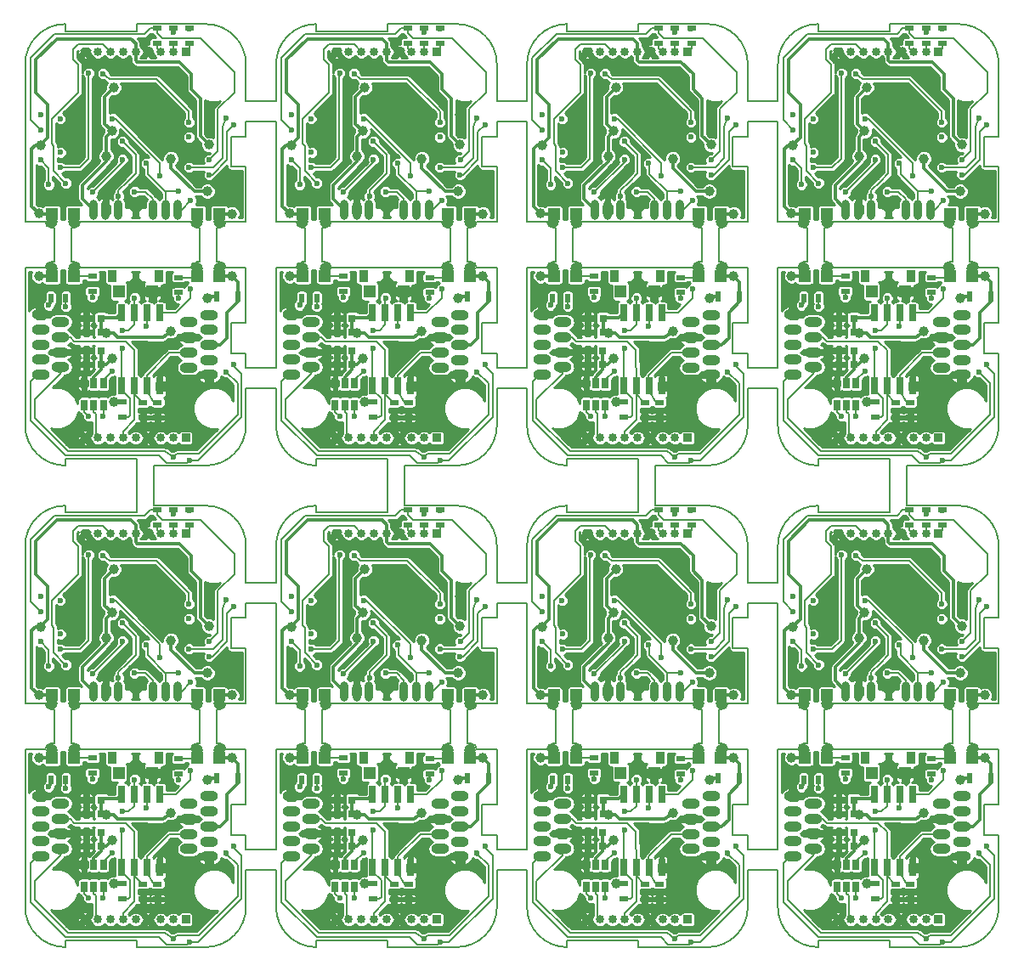
<source format=gbr>
%TF.GenerationSoftware,KiCad,Pcbnew,4.0.7*%
%TF.CreationDate,2018-06-19T18:29:04+03:00*%
%TF.ProjectId,TinyDiversityRX5808_panelized,54696E79446976657273697479525835,rev?*%
%TF.FileFunction,Copper,L1,Top,Signal*%
%FSLAX46Y46*%
G04 Gerber Fmt 4.6, Leading zero omitted, Abs format (unit mm)*
G04 Created by KiCad (PCBNEW 4.0.7) date 06/19/18 18:29:04*
%MOMM*%
%LPD*%
G01*
G04 APERTURE LIST*
%ADD10C,0.100000*%
%ADD11C,0.150000*%
%ADD12R,0.650000X1.700000*%
%ADD13O,1.800000X1.000000*%
%ADD14R,0.650000X1.060000*%
%ADD15R,0.900000X0.500000*%
%ADD16R,0.500000X0.900000*%
%ADD17R,0.800000X0.750000*%
%ADD18R,0.850000X0.850000*%
%ADD19C,0.850000*%
%ADD20R,1.200000X1.200000*%
%ADD21C,1.200000*%
%ADD22R,1.150000X1.300000*%
%ADD23R,0.900000X1.200000*%
%ADD24R,0.600000X1.000000*%
%ADD25O,0.800000X2.000000*%
%ADD26C,1.000000*%
%ADD27C,0.600000*%
%ADD28C,0.200000*%
%ADD29C,0.300000*%
%ADD30C,0.250000*%
G04 APERTURE END LIST*
D10*
D11*
X214900000Y-63750000D02*
X214900000Y-67750000D01*
X216600000Y-67750000D02*
X221800000Y-67750000D01*
X216600000Y-63750000D02*
X216600000Y-67750000D01*
X221800000Y-63750000D02*
X216600000Y-63750000D01*
X191600000Y-63750000D02*
X191600000Y-67750000D01*
X196800000Y-63750000D02*
X191600000Y-63750000D01*
X189900000Y-63750000D02*
X189900000Y-67750000D01*
X191600000Y-67750000D02*
X196800000Y-67750000D01*
X166600000Y-67750000D02*
X171800000Y-67750000D01*
X171800000Y-63750000D02*
X166600000Y-63750000D01*
X164900000Y-63750000D02*
X164900000Y-67750000D01*
X166600000Y-63750000D02*
X166600000Y-67750000D01*
X141600000Y-67750000D02*
X146800000Y-67750000D01*
X141600000Y-63750000D02*
X146800000Y-63750000D01*
X141600000Y-63750000D02*
X141600000Y-67750000D01*
X139900000Y-63750000D02*
X139900000Y-67750000D01*
X134300000Y-63050000D02*
X137300000Y-63050000D01*
X150800000Y-52550000D02*
X149300000Y-52550000D01*
X149300000Y-52550000D02*
X149300000Y-49550000D01*
X149300000Y-49550000D02*
X150800000Y-49550000D01*
X150800000Y-49550000D02*
X150800000Y-44050000D01*
X139900000Y-63750000D02*
X139900000Y-63050000D01*
X139900000Y-63050000D02*
X137300000Y-63050000D01*
X146800000Y-63750000D02*
G75*
G03X150800000Y-59750000I0J4000000D01*
G01*
X128800000Y-59750000D02*
G75*
G03X132800000Y-63750000I4000000J0D01*
G01*
X128800000Y-59750000D02*
X128800000Y-44050000D01*
X132800000Y-63750000D02*
X132800000Y-63050000D01*
X132800000Y-63050000D02*
X134300000Y-63050000D01*
X131400000Y-43450000D02*
G75*
G03X130800000Y-44050000I0J-600000D01*
G01*
X134300000Y-44050000D02*
G75*
G03X133700000Y-43450000I-600000J0D01*
G01*
X145900000Y-43450000D02*
G75*
G03X145300000Y-44050000I0J-600000D01*
G01*
X148800000Y-44050000D02*
G75*
G03X148200000Y-43450000I-600000J0D01*
G01*
X130800000Y-44050000D02*
X128800000Y-44050000D01*
X148800000Y-44050000D02*
X150800000Y-44050000D01*
X173800000Y-44050000D02*
X175800000Y-44050000D01*
X155800000Y-44050000D02*
X153800000Y-44050000D01*
X173800000Y-44050000D02*
G75*
G03X173200000Y-43450000I-600000J0D01*
G01*
X170900000Y-43450000D02*
G75*
G03X170300000Y-44050000I0J-600000D01*
G01*
X159300000Y-44050000D02*
G75*
G03X158700000Y-43450000I-600000J0D01*
G01*
X156400000Y-43450000D02*
G75*
G03X155800000Y-44050000I0J-600000D01*
G01*
X157800000Y-63050000D02*
X159300000Y-63050000D01*
X157800000Y-63750000D02*
X157800000Y-63050000D01*
X153800000Y-59750000D02*
G75*
G03X157800000Y-63750000I4000000J0D01*
G01*
X171800000Y-63750000D02*
G75*
G03X175800000Y-59750000I0J4000000D01*
G01*
X164900000Y-63050000D02*
X162300000Y-63050000D01*
X164900000Y-63750000D02*
X164900000Y-63050000D01*
X175800000Y-49550000D02*
X175800000Y-44050000D01*
X174300000Y-49550000D02*
X175800000Y-49550000D01*
X174300000Y-52550000D02*
X174300000Y-49550000D01*
X175800000Y-52550000D02*
X174300000Y-52550000D01*
X159300000Y-63050000D02*
X162300000Y-63050000D01*
X184300000Y-63050000D02*
X187300000Y-63050000D01*
X200800000Y-52550000D02*
X199300000Y-52550000D01*
X199300000Y-52550000D02*
X199300000Y-49550000D01*
X199300000Y-49550000D02*
X200800000Y-49550000D01*
X200800000Y-49550000D02*
X200800000Y-44050000D01*
X189900000Y-63750000D02*
X189900000Y-63050000D01*
X189900000Y-63050000D02*
X187300000Y-63050000D01*
X196800000Y-63750000D02*
G75*
G03X200800000Y-59750000I0J4000000D01*
G01*
X178800000Y-59750000D02*
G75*
G03X182800000Y-63750000I4000000J0D01*
G01*
X182800000Y-63750000D02*
X182800000Y-63050000D01*
X182800000Y-63050000D02*
X184300000Y-63050000D01*
X181400000Y-43450000D02*
G75*
G03X180800000Y-44050000I0J-600000D01*
G01*
X184300000Y-44050000D02*
G75*
G03X183700000Y-43450000I-600000J0D01*
G01*
X195900000Y-43450000D02*
G75*
G03X195300000Y-44050000I0J-600000D01*
G01*
X198800000Y-44050000D02*
G75*
G03X198200000Y-43450000I-600000J0D01*
G01*
X180800000Y-44050000D02*
X178800000Y-44050000D01*
X184300000Y-44050000D02*
X195300000Y-44050000D01*
X198800000Y-44050000D02*
X200800000Y-44050000D01*
X223800000Y-44050000D02*
X225800000Y-44050000D01*
X209300000Y-44050000D02*
X220300000Y-44050000D01*
X205800000Y-44050000D02*
X203800000Y-44050000D01*
X223800000Y-44050000D02*
G75*
G03X223200000Y-43450000I-600000J0D01*
G01*
X220900000Y-43450000D02*
G75*
G03X220300000Y-44050000I0J-600000D01*
G01*
X209300000Y-44050000D02*
G75*
G03X208700000Y-43450000I-600000J0D01*
G01*
X206400000Y-43450000D02*
G75*
G03X205800000Y-44050000I0J-600000D01*
G01*
X207800000Y-63050000D02*
X209300000Y-63050000D01*
X207800000Y-63750000D02*
X207800000Y-63050000D01*
X203800000Y-59750000D02*
G75*
G03X207800000Y-63750000I4000000J0D01*
G01*
X225800000Y-59750000D02*
X225800000Y-52550000D01*
X221800000Y-63750000D02*
G75*
G03X225800000Y-59750000I0J4000000D01*
G01*
X214900000Y-63050000D02*
X212300000Y-63050000D01*
X214900000Y-63750000D02*
X214900000Y-63050000D01*
X225800000Y-49550000D02*
X225800000Y-44050000D01*
X224300000Y-49550000D02*
X225800000Y-49550000D01*
X224300000Y-52550000D02*
X224300000Y-49550000D01*
X225800000Y-52550000D02*
X224300000Y-52550000D01*
X209300000Y-63050000D02*
X212300000Y-63050000D01*
X150800000Y-54050000D02*
X153800000Y-54050000D01*
X150800000Y-56050000D02*
X153800000Y-56050000D01*
X150800000Y-52550000D02*
X150800000Y-54050000D01*
X150800000Y-56050000D02*
X150800000Y-59750000D01*
X153800000Y-54050000D02*
X153800000Y-44050000D01*
X153800000Y-59750000D02*
X153800000Y-56050000D01*
X175800000Y-54050000D02*
X178800000Y-54050000D01*
X175800000Y-56050000D02*
X178800000Y-56050000D01*
X175800000Y-52550000D02*
X175800000Y-54050000D01*
X175800000Y-56050000D02*
X175800000Y-59750000D01*
X178800000Y-59750000D02*
X178800000Y-56050000D01*
X178800000Y-54050000D02*
X178800000Y-44050000D01*
X200800000Y-54050000D02*
X203800000Y-54050000D01*
X200800000Y-56050000D02*
X203800000Y-56050000D01*
X203800000Y-44050000D02*
X203800000Y-54050000D01*
X200800000Y-52550000D02*
X200800000Y-54050000D01*
X200800000Y-56050000D02*
X200800000Y-59750000D01*
X203800000Y-56050000D02*
X203800000Y-59750000D01*
X203800000Y-27450000D02*
X203800000Y-23750000D01*
X200800000Y-27450000D02*
X200800000Y-23750000D01*
X200800000Y-30950000D02*
X200800000Y-29450000D01*
X203800000Y-39450000D02*
X203800000Y-29450000D01*
X200800000Y-27450000D02*
X203800000Y-27450000D01*
X200800000Y-29450000D02*
X203800000Y-29450000D01*
X178800000Y-29450000D02*
X178800000Y-39450000D01*
X178800000Y-23750000D02*
X178800000Y-27450000D01*
X175800000Y-27450000D02*
X175800000Y-23750000D01*
X175800000Y-30950000D02*
X175800000Y-29450000D01*
X175800000Y-27450000D02*
X178800000Y-27450000D01*
X175800000Y-29450000D02*
X178800000Y-29450000D01*
X153800000Y-23750000D02*
X153800000Y-27450000D01*
X153800000Y-29450000D02*
X153800000Y-39450000D01*
X150800000Y-27450000D02*
X150800000Y-23750000D01*
X150800000Y-30950000D02*
X150800000Y-29450000D01*
X150800000Y-27450000D02*
X153800000Y-27450000D01*
X150800000Y-29450000D02*
X153800000Y-29450000D01*
X209300000Y-20450000D02*
X212300000Y-20450000D01*
X225800000Y-30950000D02*
X224300000Y-30950000D01*
X224300000Y-30950000D02*
X224300000Y-33950000D01*
X224300000Y-33950000D02*
X225800000Y-33950000D01*
X225800000Y-33950000D02*
X225800000Y-39450000D01*
X214900000Y-19750000D02*
X214900000Y-20450000D01*
X214900000Y-20450000D02*
X212300000Y-20450000D01*
X221800000Y-19750000D02*
G75*
G02X225800000Y-23750000I0J-4000000D01*
G01*
X225800000Y-23750000D02*
X225800000Y-30950000D01*
X221800000Y-19750000D02*
X214900000Y-19750000D01*
X203800000Y-23750000D02*
G75*
G02X207800000Y-19750000I4000000J0D01*
G01*
X207800000Y-19750000D02*
X207800000Y-20450000D01*
X207800000Y-20450000D02*
X209300000Y-20450000D01*
X206400000Y-40050000D02*
G75*
G02X205800000Y-39450000I0J600000D01*
G01*
X209300000Y-39450000D02*
G75*
G02X208700000Y-40050000I-600000J0D01*
G01*
X220900000Y-40050000D02*
G75*
G02X220300000Y-39450000I0J600000D01*
G01*
X223800000Y-39450000D02*
G75*
G02X223200000Y-40050000I-600000J0D01*
G01*
X205800000Y-39450000D02*
X203800000Y-39450000D01*
X209300000Y-39450000D02*
X220300000Y-39450000D01*
X223800000Y-39450000D02*
X225800000Y-39450000D01*
X198800000Y-39450000D02*
X200800000Y-39450000D01*
X184300000Y-39450000D02*
X195300000Y-39450000D01*
X180800000Y-39450000D02*
X178800000Y-39450000D01*
X198800000Y-39450000D02*
G75*
G02X198200000Y-40050000I-600000J0D01*
G01*
X195900000Y-40050000D02*
G75*
G02X195300000Y-39450000I0J600000D01*
G01*
X184300000Y-39450000D02*
G75*
G02X183700000Y-40050000I-600000J0D01*
G01*
X181400000Y-40050000D02*
G75*
G02X180800000Y-39450000I0J600000D01*
G01*
X182800000Y-20450000D02*
X184300000Y-20450000D01*
X182800000Y-19750000D02*
X182800000Y-20450000D01*
X178800000Y-23750000D02*
G75*
G02X182800000Y-19750000I4000000J0D01*
G01*
X196800000Y-19750000D02*
X189900000Y-19750000D01*
X196800000Y-19750000D02*
G75*
G02X200800000Y-23750000I0J-4000000D01*
G01*
X189900000Y-20450000D02*
X187300000Y-20450000D01*
X189900000Y-19750000D02*
X189900000Y-20450000D01*
X200800000Y-33950000D02*
X200800000Y-39450000D01*
X199300000Y-33950000D02*
X200800000Y-33950000D01*
X199300000Y-30950000D02*
X199300000Y-33950000D01*
X200800000Y-30950000D02*
X199300000Y-30950000D01*
X184300000Y-20450000D02*
X187300000Y-20450000D01*
X159300000Y-20450000D02*
X162300000Y-20450000D01*
X175800000Y-30950000D02*
X174300000Y-30950000D01*
X174300000Y-30950000D02*
X174300000Y-33950000D01*
X174300000Y-33950000D02*
X175800000Y-33950000D01*
X175800000Y-33950000D02*
X175800000Y-39450000D01*
X164900000Y-19750000D02*
X164900000Y-20450000D01*
X164900000Y-20450000D02*
X162300000Y-20450000D01*
X171800000Y-19750000D02*
G75*
G02X175800000Y-23750000I0J-4000000D01*
G01*
X153800000Y-23750000D02*
G75*
G02X157800000Y-19750000I4000000J0D01*
G01*
X157800000Y-19750000D02*
X157800000Y-20450000D01*
X157800000Y-20450000D02*
X159300000Y-20450000D01*
X156400000Y-40050000D02*
G75*
G02X155800000Y-39450000I0J600000D01*
G01*
X159300000Y-39450000D02*
G75*
G02X158700000Y-40050000I-600000J0D01*
G01*
X170900000Y-40050000D02*
G75*
G02X170300000Y-39450000I0J600000D01*
G01*
X173800000Y-39450000D02*
G75*
G02X173200000Y-40050000I-600000J0D01*
G01*
X155800000Y-39450000D02*
X153800000Y-39450000D01*
X159300000Y-39450000D02*
X170300000Y-39450000D01*
X173800000Y-39450000D02*
X175800000Y-39450000D01*
X148800000Y-39450000D02*
X150800000Y-39450000D01*
X134300000Y-39450000D02*
X145300000Y-39450000D01*
X130800000Y-39450000D02*
X128800000Y-39450000D01*
X148800000Y-39450000D02*
G75*
G02X148200000Y-40050000I-600000J0D01*
G01*
X145900000Y-40050000D02*
G75*
G02X145300000Y-39450000I0J600000D01*
G01*
X134300000Y-39450000D02*
G75*
G02X133700000Y-40050000I-600000J0D01*
G01*
X131400000Y-40050000D02*
G75*
G02X130800000Y-39450000I0J600000D01*
G01*
X132800000Y-20450000D02*
X134300000Y-20450000D01*
X132800000Y-19750000D02*
X132800000Y-20450000D01*
X128800000Y-23750000D02*
X128800000Y-39450000D01*
X128800000Y-23750000D02*
G75*
G02X132800000Y-19750000I4000000J0D01*
G01*
X146800000Y-19750000D02*
G75*
G02X150800000Y-23750000I0J-4000000D01*
G01*
X139900000Y-20450000D02*
X137300000Y-20450000D01*
X139900000Y-19750000D02*
X139900000Y-20450000D01*
X150800000Y-33950000D02*
X150800000Y-39450000D01*
X149300000Y-33950000D02*
X150800000Y-33950000D01*
X149300000Y-30950000D02*
X149300000Y-33950000D01*
X150800000Y-30950000D02*
X149300000Y-30950000D01*
X134300000Y-20450000D02*
X137300000Y-20450000D01*
X159300000Y-44050000D02*
X170300000Y-44050000D01*
X171800000Y-19750000D02*
X164900000Y-19750000D01*
X134300000Y-44050000D02*
X145300000Y-44050000D01*
X146800000Y-19750000D02*
X139900000Y-19750000D01*
X156400000Y-43450000D02*
X156700000Y-43450000D01*
X156700000Y-43450000D02*
X156700000Y-40050000D01*
X156700000Y-40050000D02*
X156400000Y-40050000D01*
X158700000Y-43450000D02*
X158400000Y-43450000D01*
X158400000Y-43450000D02*
X158400000Y-40050000D01*
X158400000Y-40050000D02*
X158700000Y-40050000D01*
X171200000Y-43450000D02*
X171200000Y-40050000D01*
X172900000Y-40050000D02*
X172900000Y-43450000D01*
X173200000Y-43450000D02*
X172900000Y-43450000D01*
X171200000Y-43450000D02*
X170900000Y-43450000D01*
X170900000Y-40050000D02*
X171200000Y-40050000D01*
X172900000Y-40050000D02*
X173200000Y-40050000D01*
X147900000Y-40050000D02*
X148200000Y-40050000D01*
X145900000Y-40050000D02*
X146200000Y-40050000D01*
X146200000Y-43450000D02*
X145900000Y-43450000D01*
X148200000Y-43450000D02*
X147900000Y-43450000D01*
X147900000Y-40050000D02*
X147900000Y-43450000D01*
X146200000Y-43450000D02*
X146200000Y-40050000D01*
X133400000Y-40050000D02*
X133700000Y-40050000D01*
X133400000Y-43450000D02*
X133400000Y-40050000D01*
X133700000Y-43450000D02*
X133400000Y-43450000D01*
X131700000Y-40050000D02*
X131400000Y-40050000D01*
X131700000Y-43450000D02*
X131700000Y-40050000D01*
X131400000Y-43450000D02*
X131700000Y-43450000D01*
X197900000Y-40050000D02*
X198200000Y-40050000D01*
X195900000Y-40050000D02*
X196200000Y-40050000D01*
X196200000Y-43450000D02*
X195900000Y-43450000D01*
X198200000Y-43450000D02*
X197900000Y-43450000D01*
X197900000Y-40050000D02*
X197900000Y-43450000D01*
X196200000Y-43450000D02*
X196200000Y-40050000D01*
X183400000Y-40050000D02*
X183700000Y-40050000D01*
X183400000Y-43450000D02*
X183400000Y-40050000D01*
X183700000Y-43450000D02*
X183400000Y-43450000D01*
X181700000Y-40050000D02*
X181400000Y-40050000D01*
X181700000Y-43450000D02*
X181700000Y-40050000D01*
X181400000Y-43450000D02*
X181700000Y-43450000D01*
X206400000Y-43450000D02*
X206700000Y-43450000D01*
X206700000Y-43450000D02*
X206700000Y-40050000D01*
X206700000Y-40050000D02*
X206400000Y-40050000D01*
X208700000Y-43450000D02*
X208400000Y-43450000D01*
X208400000Y-43450000D02*
X208400000Y-40050000D01*
X208400000Y-40050000D02*
X208700000Y-40050000D01*
X221200000Y-43450000D02*
X221200000Y-40050000D01*
X222900000Y-40050000D02*
X222900000Y-43450000D01*
X223200000Y-43450000D02*
X222900000Y-43450000D01*
X221200000Y-43450000D02*
X220900000Y-43450000D01*
X220900000Y-40050000D02*
X221200000Y-40050000D01*
X222900000Y-40050000D02*
X223200000Y-40050000D01*
X222900000Y-88050000D02*
X223200000Y-88050000D01*
X220900000Y-88050000D02*
X221200000Y-88050000D01*
X221200000Y-91450000D02*
X220900000Y-91450000D01*
X223200000Y-91450000D02*
X222900000Y-91450000D01*
X222900000Y-88050000D02*
X222900000Y-91450000D01*
X221200000Y-91450000D02*
X221200000Y-88050000D01*
X208400000Y-88050000D02*
X208700000Y-88050000D01*
X208400000Y-91450000D02*
X208400000Y-88050000D01*
X208700000Y-91450000D02*
X208400000Y-91450000D01*
X206700000Y-88050000D02*
X206400000Y-88050000D01*
X206700000Y-91450000D02*
X206700000Y-88050000D01*
X206400000Y-91450000D02*
X206700000Y-91450000D01*
X181400000Y-91450000D02*
X181700000Y-91450000D01*
X181700000Y-91450000D02*
X181700000Y-88050000D01*
X181700000Y-88050000D02*
X181400000Y-88050000D01*
X183700000Y-91450000D02*
X183400000Y-91450000D01*
X183400000Y-91450000D02*
X183400000Y-88050000D01*
X183400000Y-88050000D02*
X183700000Y-88050000D01*
X196200000Y-91450000D02*
X196200000Y-88050000D01*
X197900000Y-88050000D02*
X197900000Y-91450000D01*
X198200000Y-91450000D02*
X197900000Y-91450000D01*
X196200000Y-91450000D02*
X195900000Y-91450000D01*
X195900000Y-88050000D02*
X196200000Y-88050000D01*
X197900000Y-88050000D02*
X198200000Y-88050000D01*
X131400000Y-91450000D02*
X131700000Y-91450000D01*
X131700000Y-91450000D02*
X131700000Y-88050000D01*
X131700000Y-88050000D02*
X131400000Y-88050000D01*
X133700000Y-91450000D02*
X133400000Y-91450000D01*
X133400000Y-91450000D02*
X133400000Y-88050000D01*
X133400000Y-88050000D02*
X133700000Y-88050000D01*
X146200000Y-91450000D02*
X146200000Y-88050000D01*
X147900000Y-88050000D02*
X147900000Y-91450000D01*
X148200000Y-91450000D02*
X147900000Y-91450000D01*
X146200000Y-91450000D02*
X145900000Y-91450000D01*
X145900000Y-88050000D02*
X146200000Y-88050000D01*
X147900000Y-88050000D02*
X148200000Y-88050000D01*
X172900000Y-88050000D02*
X173200000Y-88050000D01*
X170900000Y-88050000D02*
X171200000Y-88050000D01*
X171200000Y-91450000D02*
X170900000Y-91450000D01*
X173200000Y-91450000D02*
X172900000Y-91450000D01*
X172900000Y-88050000D02*
X172900000Y-91450000D01*
X171200000Y-91450000D02*
X171200000Y-88050000D01*
X158400000Y-88050000D02*
X158700000Y-88050000D01*
X158400000Y-91450000D02*
X158400000Y-88050000D01*
X158700000Y-91450000D02*
X158400000Y-91450000D01*
X156700000Y-88050000D02*
X156400000Y-88050000D01*
X156700000Y-91450000D02*
X156700000Y-88050000D01*
X156400000Y-91450000D02*
X156700000Y-91450000D01*
X134300000Y-92050000D02*
X145300000Y-92050000D01*
X159300000Y-92050000D02*
X170300000Y-92050000D01*
X134300000Y-68450000D02*
X137300000Y-68450000D01*
X150800000Y-78950000D02*
X149300000Y-78950000D01*
X149300000Y-78950000D02*
X149300000Y-81950000D01*
X149300000Y-81950000D02*
X150800000Y-81950000D01*
X150800000Y-81950000D02*
X150800000Y-87450000D01*
X139900000Y-67750000D02*
X139900000Y-68450000D01*
X139900000Y-68450000D02*
X137300000Y-68450000D01*
X146800000Y-67750000D02*
G75*
G02X150800000Y-71750000I0J-4000000D01*
G01*
X128800000Y-71750000D02*
G75*
G02X132800000Y-67750000I4000000J0D01*
G01*
X128800000Y-71750000D02*
X128800000Y-87450000D01*
X132800000Y-67750000D02*
X132800000Y-68450000D01*
X132800000Y-68450000D02*
X134300000Y-68450000D01*
X131400000Y-88050000D02*
G75*
G02X130800000Y-87450000I0J600000D01*
G01*
X134300000Y-87450000D02*
G75*
G02X133700000Y-88050000I-600000J0D01*
G01*
X145900000Y-88050000D02*
G75*
G02X145300000Y-87450000I0J600000D01*
G01*
X148800000Y-87450000D02*
G75*
G02X148200000Y-88050000I-600000J0D01*
G01*
X130800000Y-87450000D02*
X128800000Y-87450000D01*
X134300000Y-87450000D02*
X145300000Y-87450000D01*
X148800000Y-87450000D02*
X150800000Y-87450000D01*
X173800000Y-87450000D02*
X175800000Y-87450000D01*
X159300000Y-87450000D02*
X170300000Y-87450000D01*
X155800000Y-87450000D02*
X153800000Y-87450000D01*
X173800000Y-87450000D02*
G75*
G02X173200000Y-88050000I-600000J0D01*
G01*
X170900000Y-88050000D02*
G75*
G02X170300000Y-87450000I0J600000D01*
G01*
X159300000Y-87450000D02*
G75*
G02X158700000Y-88050000I-600000J0D01*
G01*
X156400000Y-88050000D02*
G75*
G02X155800000Y-87450000I0J600000D01*
G01*
X157800000Y-68450000D02*
X159300000Y-68450000D01*
X157800000Y-67750000D02*
X157800000Y-68450000D01*
X153800000Y-71750000D02*
G75*
G02X157800000Y-67750000I4000000J0D01*
G01*
X171800000Y-67750000D02*
G75*
G02X175800000Y-71750000I0J-4000000D01*
G01*
X164900000Y-68450000D02*
X162300000Y-68450000D01*
X164900000Y-67750000D02*
X164900000Y-68450000D01*
X175800000Y-81950000D02*
X175800000Y-87450000D01*
X174300000Y-81950000D02*
X175800000Y-81950000D01*
X174300000Y-78950000D02*
X174300000Y-81950000D01*
X175800000Y-78950000D02*
X174300000Y-78950000D01*
X159300000Y-68450000D02*
X162300000Y-68450000D01*
X184300000Y-68450000D02*
X187300000Y-68450000D01*
X200800000Y-78950000D02*
X199300000Y-78950000D01*
X199300000Y-78950000D02*
X199300000Y-81950000D01*
X199300000Y-81950000D02*
X200800000Y-81950000D01*
X200800000Y-81950000D02*
X200800000Y-87450000D01*
X189900000Y-67750000D02*
X189900000Y-68450000D01*
X189900000Y-68450000D02*
X187300000Y-68450000D01*
X196800000Y-67750000D02*
G75*
G02X200800000Y-71750000I0J-4000000D01*
G01*
X178800000Y-71750000D02*
G75*
G02X182800000Y-67750000I4000000J0D01*
G01*
X182800000Y-67750000D02*
X182800000Y-68450000D01*
X182800000Y-68450000D02*
X184300000Y-68450000D01*
X181400000Y-88050000D02*
G75*
G02X180800000Y-87450000I0J600000D01*
G01*
X184300000Y-87450000D02*
G75*
G02X183700000Y-88050000I-600000J0D01*
G01*
X195900000Y-88050000D02*
G75*
G02X195300000Y-87450000I0J600000D01*
G01*
X198800000Y-87450000D02*
G75*
G02X198200000Y-88050000I-600000J0D01*
G01*
X180800000Y-87450000D02*
X178800000Y-87450000D01*
X184300000Y-87450000D02*
X195300000Y-87450000D01*
X198800000Y-87450000D02*
X200800000Y-87450000D01*
X223800000Y-87450000D02*
X225800000Y-87450000D01*
X209300000Y-87450000D02*
X220300000Y-87450000D01*
X205800000Y-87450000D02*
X203800000Y-87450000D01*
X223800000Y-87450000D02*
G75*
G02X223200000Y-88050000I-600000J0D01*
G01*
X220900000Y-88050000D02*
G75*
G02X220300000Y-87450000I0J600000D01*
G01*
X209300000Y-87450000D02*
G75*
G02X208700000Y-88050000I-600000J0D01*
G01*
X206400000Y-88050000D02*
G75*
G02X205800000Y-87450000I0J600000D01*
G01*
X207800000Y-68450000D02*
X209300000Y-68450000D01*
X207800000Y-67750000D02*
X207800000Y-68450000D01*
X203800000Y-71750000D02*
G75*
G02X207800000Y-67750000I4000000J0D01*
G01*
X225800000Y-71750000D02*
X225800000Y-78950000D01*
X221800000Y-67750000D02*
G75*
G02X225800000Y-71750000I0J-4000000D01*
G01*
X214900000Y-68450000D02*
X212300000Y-68450000D01*
X214900000Y-67750000D02*
X214900000Y-68450000D01*
X225800000Y-81950000D02*
X225800000Y-87450000D01*
X224300000Y-81950000D02*
X225800000Y-81950000D01*
X224300000Y-78950000D02*
X224300000Y-81950000D01*
X225800000Y-78950000D02*
X224300000Y-78950000D01*
X209300000Y-68450000D02*
X212300000Y-68450000D01*
X150800000Y-77450000D02*
X153800000Y-77450000D01*
X150800000Y-75450000D02*
X153800000Y-75450000D01*
X150800000Y-78950000D02*
X150800000Y-77450000D01*
X150800000Y-75450000D02*
X150800000Y-71750000D01*
X153800000Y-77450000D02*
X153800000Y-87450000D01*
X153800000Y-71750000D02*
X153800000Y-75450000D01*
X175800000Y-77450000D02*
X178800000Y-77450000D01*
X175800000Y-75450000D02*
X178800000Y-75450000D01*
X175800000Y-78950000D02*
X175800000Y-77450000D01*
X175800000Y-75450000D02*
X175800000Y-71750000D01*
X178800000Y-71750000D02*
X178800000Y-75450000D01*
X178800000Y-77450000D02*
X178800000Y-87450000D01*
X200800000Y-77450000D02*
X203800000Y-77450000D01*
X200800000Y-75450000D02*
X203800000Y-75450000D01*
X203800000Y-87450000D02*
X203800000Y-77450000D01*
X200800000Y-78950000D02*
X200800000Y-77450000D01*
X200800000Y-75450000D02*
X200800000Y-71750000D01*
X203800000Y-75450000D02*
X203800000Y-71750000D01*
X203800000Y-104050000D02*
X203800000Y-107750000D01*
X200800000Y-104050000D02*
X200800000Y-107750000D01*
X200800000Y-100550000D02*
X200800000Y-102050000D01*
X203800000Y-92050000D02*
X203800000Y-102050000D01*
X200800000Y-104050000D02*
X203800000Y-104050000D01*
X200800000Y-102050000D02*
X203800000Y-102050000D01*
X178800000Y-102050000D02*
X178800000Y-92050000D01*
X178800000Y-107750000D02*
X178800000Y-104050000D01*
X175800000Y-104050000D02*
X175800000Y-107750000D01*
X175800000Y-100550000D02*
X175800000Y-102050000D01*
X175800000Y-104050000D02*
X178800000Y-104050000D01*
X175800000Y-102050000D02*
X178800000Y-102050000D01*
X153800000Y-107750000D02*
X153800000Y-104050000D01*
X153800000Y-102050000D02*
X153800000Y-92050000D01*
X150800000Y-104050000D02*
X150800000Y-107750000D01*
X150800000Y-100550000D02*
X150800000Y-102050000D01*
X150800000Y-104050000D02*
X153800000Y-104050000D01*
X150800000Y-102050000D02*
X153800000Y-102050000D01*
X209300000Y-111050000D02*
X212300000Y-111050000D01*
X225800000Y-100550000D02*
X224300000Y-100550000D01*
X224300000Y-100550000D02*
X224300000Y-97550000D01*
X224300000Y-97550000D02*
X225800000Y-97550000D01*
X225800000Y-97550000D02*
X225800000Y-92050000D01*
X214900000Y-111750000D02*
X214900000Y-111050000D01*
X214900000Y-111050000D02*
X212300000Y-111050000D01*
X221800000Y-111750000D02*
G75*
G03X225800000Y-107750000I0J4000000D01*
G01*
X225800000Y-107750000D02*
X225800000Y-100550000D01*
X221800000Y-111750000D02*
X214900000Y-111750000D01*
X203800000Y-107750000D02*
G75*
G03X207800000Y-111750000I4000000J0D01*
G01*
X207800000Y-111750000D02*
X207800000Y-111050000D01*
X207800000Y-111050000D02*
X209300000Y-111050000D01*
X206400000Y-91450000D02*
G75*
G03X205800000Y-92050000I0J-600000D01*
G01*
X209300000Y-92050000D02*
G75*
G03X208700000Y-91450000I-600000J0D01*
G01*
X220900000Y-91450000D02*
G75*
G03X220300000Y-92050000I0J-600000D01*
G01*
X223800000Y-92050000D02*
G75*
G03X223200000Y-91450000I-600000J0D01*
G01*
X205800000Y-92050000D02*
X203800000Y-92050000D01*
X209300000Y-92050000D02*
X220300000Y-92050000D01*
X223800000Y-92050000D02*
X225800000Y-92050000D01*
X198800000Y-92050000D02*
X200800000Y-92050000D01*
X184300000Y-92050000D02*
X195300000Y-92050000D01*
X180800000Y-92050000D02*
X178800000Y-92050000D01*
X198800000Y-92050000D02*
G75*
G03X198200000Y-91450000I-600000J0D01*
G01*
X195900000Y-91450000D02*
G75*
G03X195300000Y-92050000I0J-600000D01*
G01*
X184300000Y-92050000D02*
G75*
G03X183700000Y-91450000I-600000J0D01*
G01*
X181400000Y-91450000D02*
G75*
G03X180800000Y-92050000I0J-600000D01*
G01*
X182800000Y-111050000D02*
X184300000Y-111050000D01*
X182800000Y-111750000D02*
X182800000Y-111050000D01*
X178800000Y-107750000D02*
G75*
G03X182800000Y-111750000I4000000J0D01*
G01*
X196800000Y-111750000D02*
X189900000Y-111750000D01*
X196800000Y-111750000D02*
G75*
G03X200800000Y-107750000I0J4000000D01*
G01*
X189900000Y-111050000D02*
X187300000Y-111050000D01*
X189900000Y-111750000D02*
X189900000Y-111050000D01*
X200800000Y-97550000D02*
X200800000Y-92050000D01*
X199300000Y-97550000D02*
X200800000Y-97550000D01*
X199300000Y-100550000D02*
X199300000Y-97550000D01*
X200800000Y-100550000D02*
X199300000Y-100550000D01*
X184300000Y-111050000D02*
X187300000Y-111050000D01*
X159300000Y-111050000D02*
X162300000Y-111050000D01*
X175800000Y-100550000D02*
X174300000Y-100550000D01*
X174300000Y-100550000D02*
X174300000Y-97550000D01*
X174300000Y-97550000D02*
X175800000Y-97550000D01*
X175800000Y-97550000D02*
X175800000Y-92050000D01*
X164900000Y-111750000D02*
X164900000Y-111050000D01*
X164900000Y-111050000D02*
X162300000Y-111050000D01*
X171800000Y-111750000D02*
G75*
G03X175800000Y-107750000I0J4000000D01*
G01*
X171800000Y-111750000D02*
X164900000Y-111750000D01*
X153800000Y-107750000D02*
G75*
G03X157800000Y-111750000I4000000J0D01*
G01*
X157800000Y-111750000D02*
X157800000Y-111050000D01*
X157800000Y-111050000D02*
X159300000Y-111050000D01*
X156400000Y-91450000D02*
G75*
G03X155800000Y-92050000I0J-600000D01*
G01*
X159300000Y-92050000D02*
G75*
G03X158700000Y-91450000I-600000J0D01*
G01*
X170900000Y-91450000D02*
G75*
G03X170300000Y-92050000I0J-600000D01*
G01*
X173800000Y-92050000D02*
G75*
G03X173200000Y-91450000I-600000J0D01*
G01*
X155800000Y-92050000D02*
X153800000Y-92050000D01*
X173800000Y-92050000D02*
X175800000Y-92050000D01*
X148800000Y-92050000D02*
X150800000Y-92050000D01*
X130800000Y-92050000D02*
X128800000Y-92050000D01*
X148800000Y-92050000D02*
G75*
G03X148200000Y-91450000I-600000J0D01*
G01*
X145900000Y-91450000D02*
G75*
G03X145300000Y-92050000I0J-600000D01*
G01*
X134300000Y-92050000D02*
G75*
G03X133700000Y-91450000I-600000J0D01*
G01*
X131400000Y-91450000D02*
G75*
G03X130800000Y-92050000I0J-600000D01*
G01*
X132800000Y-111050000D02*
X134300000Y-111050000D01*
X132800000Y-111750000D02*
X132800000Y-111050000D01*
X128800000Y-107750000D02*
X128800000Y-92050000D01*
X128800000Y-107750000D02*
G75*
G03X132800000Y-111750000I4000000J0D01*
G01*
X146800000Y-111750000D02*
X139900000Y-111750000D01*
X146800000Y-111750000D02*
G75*
G03X150800000Y-107750000I0J4000000D01*
G01*
X139900000Y-111050000D02*
X137300000Y-111050000D01*
X139900000Y-111750000D02*
X139900000Y-111050000D01*
X150800000Y-97550000D02*
X150800000Y-92050000D01*
X149300000Y-97550000D02*
X150800000Y-97550000D01*
X149300000Y-100550000D02*
X149300000Y-97550000D01*
X150800000Y-100550000D02*
X149300000Y-100550000D01*
X134300000Y-111050000D02*
X137300000Y-111050000D01*
D12*
X138405000Y-55830000D03*
X139675000Y-55830000D03*
X140945000Y-55830000D03*
X142215000Y-55830000D03*
X142215000Y-48530000D03*
X140945000Y-48530000D03*
X139675000Y-48530000D03*
X138405000Y-48530000D03*
D13*
X132325000Y-49450000D03*
X132325000Y-50950000D03*
X132325000Y-53950000D03*
X132325000Y-52450000D03*
X130325000Y-48700000D03*
X130325000Y-54700000D03*
X130325000Y-53200000D03*
X130325000Y-50200000D03*
X130325000Y-51700000D03*
X145125000Y-53975000D03*
X145125000Y-52475000D03*
X145125000Y-49475000D03*
X145125000Y-50975000D03*
X147125000Y-54725000D03*
X147125000Y-48725000D03*
X147125000Y-50225000D03*
X147125000Y-53225000D03*
X147125000Y-51725000D03*
D14*
X136590000Y-55510000D03*
X135640000Y-55510000D03*
X134690000Y-55510000D03*
X134690000Y-57710000D03*
X136590000Y-57710000D03*
X135640000Y-57710000D03*
D15*
X138460000Y-58920000D03*
X138460000Y-57420000D03*
D16*
X132850000Y-47050000D03*
X131350000Y-47050000D03*
D15*
X144100000Y-46500000D03*
X144100000Y-45000000D03*
X135500000Y-46400000D03*
X135500000Y-44900000D03*
X140540000Y-58960000D03*
X140540000Y-57460000D03*
D17*
X136370000Y-50450000D03*
X134870000Y-50450000D03*
X136370000Y-49070000D03*
X134870000Y-49070000D03*
X134860000Y-52290000D03*
X136360000Y-52290000D03*
X134860000Y-53670000D03*
X136360000Y-53670000D03*
D18*
X144800000Y-61000000D03*
D19*
X143550000Y-61000000D03*
X142300000Y-61000000D03*
X141050000Y-61000000D03*
X139800000Y-61000000D03*
X138550000Y-61000000D03*
X137300000Y-61000000D03*
X136050000Y-61000000D03*
X134800000Y-61000000D03*
D20*
X131460000Y-44850000D03*
X133660000Y-44850000D03*
X148130000Y-44850000D03*
X145930000Y-44850000D03*
D21*
X131425000Y-44075000D03*
X133700000Y-44075000D03*
X145900000Y-44075000D03*
X148150000Y-44075000D03*
D22*
X141475000Y-46390000D03*
X138125000Y-46390000D03*
D23*
X137500000Y-44840000D03*
X142100000Y-44840000D03*
D15*
X141990000Y-58960000D03*
X141990000Y-57460000D03*
D24*
X147880000Y-46930000D03*
X149980000Y-46930000D03*
X172880000Y-46930000D03*
X174980000Y-46930000D03*
D15*
X166990000Y-58960000D03*
X166990000Y-57460000D03*
D22*
X166475000Y-46390000D03*
X163125000Y-46390000D03*
D23*
X162500000Y-44840000D03*
X167100000Y-44840000D03*
D21*
X173150000Y-44075000D03*
X170900000Y-44075000D03*
X158700000Y-44075000D03*
X156425000Y-44075000D03*
D20*
X173130000Y-44850000D03*
X170930000Y-44850000D03*
X156460000Y-44850000D03*
X158660000Y-44850000D03*
D18*
X169800000Y-61000000D03*
D19*
X168550000Y-61000000D03*
X167300000Y-61000000D03*
X166050000Y-61000000D03*
X164800000Y-61000000D03*
X163550000Y-61000000D03*
X162300000Y-61000000D03*
X161050000Y-61000000D03*
X159800000Y-61000000D03*
D17*
X159860000Y-53670000D03*
X161360000Y-53670000D03*
X159860000Y-52290000D03*
X161360000Y-52290000D03*
X161370000Y-49070000D03*
X159870000Y-49070000D03*
X161370000Y-50450000D03*
X159870000Y-50450000D03*
D15*
X165540000Y-58960000D03*
X165540000Y-57460000D03*
X160500000Y-46400000D03*
X160500000Y-44900000D03*
X169100000Y-46500000D03*
X169100000Y-45000000D03*
D16*
X157850000Y-47050000D03*
X156350000Y-47050000D03*
D15*
X163460000Y-58920000D03*
X163460000Y-57420000D03*
D14*
X161590000Y-55510000D03*
X160640000Y-55510000D03*
X159690000Y-55510000D03*
X159690000Y-57710000D03*
X161590000Y-57710000D03*
X160640000Y-57710000D03*
D13*
X170125000Y-53975000D03*
X170125000Y-52475000D03*
X170125000Y-49475000D03*
X170125000Y-50975000D03*
X172125000Y-54725000D03*
X172125000Y-48725000D03*
X172125000Y-50225000D03*
X172125000Y-53225000D03*
X172125000Y-51725000D03*
X157325000Y-49450000D03*
X157325000Y-50950000D03*
X157325000Y-53950000D03*
X157325000Y-52450000D03*
X155325000Y-48700000D03*
X155325000Y-54700000D03*
X155325000Y-53200000D03*
X155325000Y-50200000D03*
X155325000Y-51700000D03*
D12*
X163405000Y-55830000D03*
X164675000Y-55830000D03*
X165945000Y-55830000D03*
X167215000Y-55830000D03*
X167215000Y-48530000D03*
X165945000Y-48530000D03*
X164675000Y-48530000D03*
X163405000Y-48530000D03*
X188405000Y-55830000D03*
X189675000Y-55830000D03*
X190945000Y-55830000D03*
X192215000Y-55830000D03*
X192215000Y-48530000D03*
X190945000Y-48530000D03*
X189675000Y-48530000D03*
X188405000Y-48530000D03*
D13*
X182325000Y-49450000D03*
X182325000Y-50950000D03*
X182325000Y-53950000D03*
X182325000Y-52450000D03*
X180325000Y-48700000D03*
X180325000Y-54700000D03*
X180325000Y-53200000D03*
X180325000Y-50200000D03*
X180325000Y-51700000D03*
X195125000Y-53975000D03*
X195125000Y-52475000D03*
X195125000Y-49475000D03*
X195125000Y-50975000D03*
X197125000Y-54725000D03*
X197125000Y-48725000D03*
X197125000Y-50225000D03*
X197125000Y-53225000D03*
X197125000Y-51725000D03*
D14*
X186590000Y-55510000D03*
X185640000Y-55510000D03*
X184690000Y-55510000D03*
X184690000Y-57710000D03*
X186590000Y-57710000D03*
X185640000Y-57710000D03*
D15*
X188460000Y-58920000D03*
X188460000Y-57420000D03*
D16*
X182850000Y-47050000D03*
X181350000Y-47050000D03*
D15*
X194100000Y-46500000D03*
X194100000Y-45000000D03*
X185500000Y-46400000D03*
X185500000Y-44900000D03*
X190540000Y-58960000D03*
X190540000Y-57460000D03*
D17*
X186370000Y-50450000D03*
X184870000Y-50450000D03*
X186370000Y-49070000D03*
X184870000Y-49070000D03*
X184860000Y-52290000D03*
X186360000Y-52290000D03*
X184860000Y-53670000D03*
X186360000Y-53670000D03*
D18*
X194800000Y-61000000D03*
D19*
X193550000Y-61000000D03*
X192300000Y-61000000D03*
X191050000Y-61000000D03*
X189800000Y-61000000D03*
X188550000Y-61000000D03*
X187300000Y-61000000D03*
X186050000Y-61000000D03*
X184800000Y-61000000D03*
D20*
X181460000Y-44850000D03*
X183660000Y-44850000D03*
X198130000Y-44850000D03*
X195930000Y-44850000D03*
D21*
X181425000Y-44075000D03*
X183700000Y-44075000D03*
X195900000Y-44075000D03*
X198150000Y-44075000D03*
D22*
X191475000Y-46390000D03*
X188125000Y-46390000D03*
D23*
X187500000Y-44840000D03*
X192100000Y-44840000D03*
D15*
X191990000Y-58960000D03*
X191990000Y-57460000D03*
D24*
X197880000Y-46930000D03*
X199980000Y-46930000D03*
X222880000Y-46930000D03*
X224980000Y-46930000D03*
D15*
X216990000Y-58960000D03*
X216990000Y-57460000D03*
D22*
X216475000Y-46390000D03*
X213125000Y-46390000D03*
D23*
X212500000Y-44840000D03*
X217100000Y-44840000D03*
D21*
X223150000Y-44075000D03*
X220900000Y-44075000D03*
X208700000Y-44075000D03*
X206425000Y-44075000D03*
D20*
X223130000Y-44850000D03*
X220930000Y-44850000D03*
X206460000Y-44850000D03*
X208660000Y-44850000D03*
D18*
X219800000Y-61000000D03*
D19*
X218550000Y-61000000D03*
X217300000Y-61000000D03*
X216050000Y-61000000D03*
X214800000Y-61000000D03*
X213550000Y-61000000D03*
X212300000Y-61000000D03*
X211050000Y-61000000D03*
X209800000Y-61000000D03*
D17*
X209860000Y-53670000D03*
X211360000Y-53670000D03*
X209860000Y-52290000D03*
X211360000Y-52290000D03*
X211370000Y-49070000D03*
X209870000Y-49070000D03*
X211370000Y-50450000D03*
X209870000Y-50450000D03*
D15*
X215540000Y-58960000D03*
X215540000Y-57460000D03*
X210500000Y-46400000D03*
X210500000Y-44900000D03*
X219100000Y-46500000D03*
X219100000Y-45000000D03*
D16*
X207850000Y-47050000D03*
X206350000Y-47050000D03*
D15*
X213460000Y-58920000D03*
X213460000Y-57420000D03*
D14*
X211590000Y-55510000D03*
X210640000Y-55510000D03*
X209690000Y-55510000D03*
X209690000Y-57710000D03*
X211590000Y-57710000D03*
X210640000Y-57710000D03*
D13*
X220125000Y-53975000D03*
X220125000Y-52475000D03*
X220125000Y-49475000D03*
X220125000Y-50975000D03*
X222125000Y-54725000D03*
X222125000Y-48725000D03*
X222125000Y-50225000D03*
X222125000Y-53225000D03*
X222125000Y-51725000D03*
X207325000Y-49450000D03*
X207325000Y-50950000D03*
X207325000Y-53950000D03*
X207325000Y-52450000D03*
X205325000Y-48700000D03*
X205325000Y-54700000D03*
X205325000Y-53200000D03*
X205325000Y-50200000D03*
X205325000Y-51700000D03*
D12*
X213405000Y-55830000D03*
X214675000Y-55830000D03*
X215945000Y-55830000D03*
X217215000Y-55830000D03*
X217215000Y-48530000D03*
X215945000Y-48530000D03*
X214675000Y-48530000D03*
X213405000Y-48530000D03*
D25*
X219025000Y-38250000D03*
X217775000Y-38250000D03*
X216525000Y-38250000D03*
X210575000Y-38250000D03*
X211825000Y-38250000D03*
X213075000Y-38250000D03*
D20*
X206460000Y-38650000D03*
X208660000Y-38650000D03*
X223130000Y-38650000D03*
X220930000Y-38650000D03*
D15*
X220175000Y-21675000D03*
X220175000Y-20175000D03*
X218550000Y-21675000D03*
X218550000Y-20175000D03*
X216925000Y-21675000D03*
X216925000Y-20175000D03*
D18*
X219800000Y-22500000D03*
D19*
X218550000Y-22500000D03*
X217300000Y-22500000D03*
X216050000Y-22500000D03*
X214800000Y-22500000D03*
X213550000Y-22500000D03*
X212300000Y-22500000D03*
X211050000Y-22500000D03*
X209800000Y-22500000D03*
D21*
X206425000Y-39425000D03*
X208700000Y-39425000D03*
X220900000Y-39425000D03*
X223150000Y-39425000D03*
X198150000Y-39425000D03*
X195900000Y-39425000D03*
X183700000Y-39425000D03*
X181425000Y-39425000D03*
D18*
X194800000Y-22500000D03*
D19*
X193550000Y-22500000D03*
X192300000Y-22500000D03*
X191050000Y-22500000D03*
X189800000Y-22500000D03*
X188550000Y-22500000D03*
X187300000Y-22500000D03*
X186050000Y-22500000D03*
X184800000Y-22500000D03*
D15*
X191925000Y-21675000D03*
X191925000Y-20175000D03*
X193550000Y-21675000D03*
X193550000Y-20175000D03*
X195175000Y-21675000D03*
X195175000Y-20175000D03*
D20*
X198130000Y-38650000D03*
X195930000Y-38650000D03*
X181460000Y-38650000D03*
X183660000Y-38650000D03*
D25*
X185575000Y-38250000D03*
X186825000Y-38250000D03*
X188075000Y-38250000D03*
X194025000Y-38250000D03*
X192775000Y-38250000D03*
X191525000Y-38250000D03*
X169025000Y-38250000D03*
X167775000Y-38250000D03*
X166525000Y-38250000D03*
X160575000Y-38250000D03*
X161825000Y-38250000D03*
X163075000Y-38250000D03*
D20*
X156460000Y-38650000D03*
X158660000Y-38650000D03*
X173130000Y-38650000D03*
X170930000Y-38650000D03*
D15*
X170175000Y-21675000D03*
X170175000Y-20175000D03*
X168550000Y-21675000D03*
X168550000Y-20175000D03*
X166925000Y-21675000D03*
X166925000Y-20175000D03*
D18*
X169800000Y-22500000D03*
D19*
X168550000Y-22500000D03*
X167300000Y-22500000D03*
X166050000Y-22500000D03*
X164800000Y-22500000D03*
X163550000Y-22500000D03*
X162300000Y-22500000D03*
X161050000Y-22500000D03*
X159800000Y-22500000D03*
D21*
X156425000Y-39425000D03*
X158700000Y-39425000D03*
X170900000Y-39425000D03*
X173150000Y-39425000D03*
X148150000Y-39425000D03*
X145900000Y-39425000D03*
X133700000Y-39425000D03*
X131425000Y-39425000D03*
D18*
X144800000Y-22500000D03*
D19*
X143550000Y-22500000D03*
X142300000Y-22500000D03*
X141050000Y-22500000D03*
X139800000Y-22500000D03*
X138550000Y-22500000D03*
X137300000Y-22500000D03*
X136050000Y-22500000D03*
X134800000Y-22500000D03*
D15*
X141925000Y-21675000D03*
X141925000Y-20175000D03*
X143550000Y-21675000D03*
X143550000Y-20175000D03*
X145175000Y-21675000D03*
X145175000Y-20175000D03*
D20*
X148130000Y-38650000D03*
X145930000Y-38650000D03*
X131460000Y-38650000D03*
X133660000Y-38650000D03*
D25*
X135575000Y-38250000D03*
X136825000Y-38250000D03*
X138075000Y-38250000D03*
X144025000Y-38250000D03*
X142775000Y-38250000D03*
X141525000Y-38250000D03*
X144025000Y-86250000D03*
X142775000Y-86250000D03*
X141525000Y-86250000D03*
X135575000Y-86250000D03*
X136825000Y-86250000D03*
X138075000Y-86250000D03*
D20*
X131460000Y-86650000D03*
X133660000Y-86650000D03*
X148130000Y-86650000D03*
X145930000Y-86650000D03*
D15*
X145175000Y-69675000D03*
X145175000Y-68175000D03*
X143550000Y-69675000D03*
X143550000Y-68175000D03*
X141925000Y-69675000D03*
X141925000Y-68175000D03*
D18*
X144800000Y-70500000D03*
D19*
X143550000Y-70500000D03*
X142300000Y-70500000D03*
X141050000Y-70500000D03*
X139800000Y-70500000D03*
X138550000Y-70500000D03*
X137300000Y-70500000D03*
X136050000Y-70500000D03*
X134800000Y-70500000D03*
D21*
X131425000Y-87425000D03*
X133700000Y-87425000D03*
X145900000Y-87425000D03*
X148150000Y-87425000D03*
X173150000Y-87425000D03*
X170900000Y-87425000D03*
X158700000Y-87425000D03*
X156425000Y-87425000D03*
D18*
X169800000Y-70500000D03*
D19*
X168550000Y-70500000D03*
X167300000Y-70500000D03*
X166050000Y-70500000D03*
X164800000Y-70500000D03*
X163550000Y-70500000D03*
X162300000Y-70500000D03*
X161050000Y-70500000D03*
X159800000Y-70500000D03*
D15*
X166925000Y-69675000D03*
X166925000Y-68175000D03*
X168550000Y-69675000D03*
X168550000Y-68175000D03*
X170175000Y-69675000D03*
X170175000Y-68175000D03*
D20*
X173130000Y-86650000D03*
X170930000Y-86650000D03*
X156460000Y-86650000D03*
X158660000Y-86650000D03*
D25*
X160575000Y-86250000D03*
X161825000Y-86250000D03*
X163075000Y-86250000D03*
X169025000Y-86250000D03*
X167775000Y-86250000D03*
X166525000Y-86250000D03*
X194025000Y-86250000D03*
X192775000Y-86250000D03*
X191525000Y-86250000D03*
X185575000Y-86250000D03*
X186825000Y-86250000D03*
X188075000Y-86250000D03*
D20*
X181460000Y-86650000D03*
X183660000Y-86650000D03*
X198130000Y-86650000D03*
X195930000Y-86650000D03*
D15*
X195175000Y-69675000D03*
X195175000Y-68175000D03*
X193550000Y-69675000D03*
X193550000Y-68175000D03*
X191925000Y-69675000D03*
X191925000Y-68175000D03*
D18*
X194800000Y-70500000D03*
D19*
X193550000Y-70500000D03*
X192300000Y-70500000D03*
X191050000Y-70500000D03*
X189800000Y-70500000D03*
X188550000Y-70500000D03*
X187300000Y-70500000D03*
X186050000Y-70500000D03*
X184800000Y-70500000D03*
D21*
X181425000Y-87425000D03*
X183700000Y-87425000D03*
X195900000Y-87425000D03*
X198150000Y-87425000D03*
X223150000Y-87425000D03*
X220900000Y-87425000D03*
X208700000Y-87425000D03*
X206425000Y-87425000D03*
D18*
X219800000Y-70500000D03*
D19*
X218550000Y-70500000D03*
X217300000Y-70500000D03*
X216050000Y-70500000D03*
X214800000Y-70500000D03*
X213550000Y-70500000D03*
X212300000Y-70500000D03*
X211050000Y-70500000D03*
X209800000Y-70500000D03*
D15*
X216925000Y-69675000D03*
X216925000Y-68175000D03*
X218550000Y-69675000D03*
X218550000Y-68175000D03*
X220175000Y-69675000D03*
X220175000Y-68175000D03*
D20*
X223130000Y-86650000D03*
X220930000Y-86650000D03*
X206460000Y-86650000D03*
X208660000Y-86650000D03*
D25*
X210575000Y-86250000D03*
X211825000Y-86250000D03*
X213075000Y-86250000D03*
X219025000Y-86250000D03*
X217775000Y-86250000D03*
X216525000Y-86250000D03*
D12*
X213405000Y-103830000D03*
X214675000Y-103830000D03*
X215945000Y-103830000D03*
X217215000Y-103830000D03*
X217215000Y-96530000D03*
X215945000Y-96530000D03*
X214675000Y-96530000D03*
X213405000Y-96530000D03*
D13*
X207325000Y-97450000D03*
X207325000Y-98950000D03*
X207325000Y-101950000D03*
X207325000Y-100450000D03*
X205325000Y-96700000D03*
X205325000Y-102700000D03*
X205325000Y-101200000D03*
X205325000Y-98200000D03*
X205325000Y-99700000D03*
X220125000Y-101975000D03*
X220125000Y-100475000D03*
X220125000Y-97475000D03*
X220125000Y-98975000D03*
X222125000Y-102725000D03*
X222125000Y-96725000D03*
X222125000Y-98225000D03*
X222125000Y-101225000D03*
X222125000Y-99725000D03*
D14*
X211590000Y-103510000D03*
X210640000Y-103510000D03*
X209690000Y-103510000D03*
X209690000Y-105710000D03*
X211590000Y-105710000D03*
X210640000Y-105710000D03*
D15*
X213460000Y-106920000D03*
X213460000Y-105420000D03*
D16*
X207850000Y-95050000D03*
X206350000Y-95050000D03*
D15*
X219100000Y-94500000D03*
X219100000Y-93000000D03*
X210500000Y-94400000D03*
X210500000Y-92900000D03*
X215540000Y-106960000D03*
X215540000Y-105460000D03*
D17*
X211370000Y-98450000D03*
X209870000Y-98450000D03*
X211370000Y-97070000D03*
X209870000Y-97070000D03*
X209860000Y-100290000D03*
X211360000Y-100290000D03*
X209860000Y-101670000D03*
X211360000Y-101670000D03*
D18*
X219800000Y-109000000D03*
D19*
X218550000Y-109000000D03*
X217300000Y-109000000D03*
X216050000Y-109000000D03*
X214800000Y-109000000D03*
X213550000Y-109000000D03*
X212300000Y-109000000D03*
X211050000Y-109000000D03*
X209800000Y-109000000D03*
D20*
X206460000Y-92850000D03*
X208660000Y-92850000D03*
X223130000Y-92850000D03*
X220930000Y-92850000D03*
D21*
X206425000Y-92075000D03*
X208700000Y-92075000D03*
X220900000Y-92075000D03*
X223150000Y-92075000D03*
D22*
X216475000Y-94390000D03*
X213125000Y-94390000D03*
D23*
X212500000Y-92840000D03*
X217100000Y-92840000D03*
D15*
X216990000Y-106960000D03*
X216990000Y-105460000D03*
D24*
X222880000Y-94930000D03*
X224980000Y-94930000D03*
X197880000Y-94930000D03*
X199980000Y-94930000D03*
D15*
X191990000Y-106960000D03*
X191990000Y-105460000D03*
D22*
X191475000Y-94390000D03*
X188125000Y-94390000D03*
D23*
X187500000Y-92840000D03*
X192100000Y-92840000D03*
D21*
X198150000Y-92075000D03*
X195900000Y-92075000D03*
X183700000Y-92075000D03*
X181425000Y-92075000D03*
D20*
X198130000Y-92850000D03*
X195930000Y-92850000D03*
X181460000Y-92850000D03*
X183660000Y-92850000D03*
D18*
X194800000Y-109000000D03*
D19*
X193550000Y-109000000D03*
X192300000Y-109000000D03*
X191050000Y-109000000D03*
X189800000Y-109000000D03*
X188550000Y-109000000D03*
X187300000Y-109000000D03*
X186050000Y-109000000D03*
X184800000Y-109000000D03*
D17*
X184860000Y-101670000D03*
X186360000Y-101670000D03*
X184860000Y-100290000D03*
X186360000Y-100290000D03*
X186370000Y-97070000D03*
X184870000Y-97070000D03*
X186370000Y-98450000D03*
X184870000Y-98450000D03*
D15*
X190540000Y-106960000D03*
X190540000Y-105460000D03*
X185500000Y-94400000D03*
X185500000Y-92900000D03*
X194100000Y-94500000D03*
X194100000Y-93000000D03*
D16*
X182850000Y-95050000D03*
X181350000Y-95050000D03*
D15*
X188460000Y-106920000D03*
X188460000Y-105420000D03*
D14*
X186590000Y-103510000D03*
X185640000Y-103510000D03*
X184690000Y-103510000D03*
X184690000Y-105710000D03*
X186590000Y-105710000D03*
X185640000Y-105710000D03*
D13*
X195125000Y-101975000D03*
X195125000Y-100475000D03*
X195125000Y-97475000D03*
X195125000Y-98975000D03*
X197125000Y-102725000D03*
X197125000Y-96725000D03*
X197125000Y-98225000D03*
X197125000Y-101225000D03*
X197125000Y-99725000D03*
X182325000Y-97450000D03*
X182325000Y-98950000D03*
X182325000Y-101950000D03*
X182325000Y-100450000D03*
X180325000Y-96700000D03*
X180325000Y-102700000D03*
X180325000Y-101200000D03*
X180325000Y-98200000D03*
X180325000Y-99700000D03*
D12*
X188405000Y-103830000D03*
X189675000Y-103830000D03*
X190945000Y-103830000D03*
X192215000Y-103830000D03*
X192215000Y-96530000D03*
X190945000Y-96530000D03*
X189675000Y-96530000D03*
X188405000Y-96530000D03*
X163405000Y-103830000D03*
X164675000Y-103830000D03*
X165945000Y-103830000D03*
X167215000Y-103830000D03*
X167215000Y-96530000D03*
X165945000Y-96530000D03*
X164675000Y-96530000D03*
X163405000Y-96530000D03*
D13*
X157325000Y-97450000D03*
X157325000Y-98950000D03*
X157325000Y-101950000D03*
X157325000Y-100450000D03*
X155325000Y-96700000D03*
X155325000Y-102700000D03*
X155325000Y-101200000D03*
X155325000Y-98200000D03*
X155325000Y-99700000D03*
X170125000Y-101975000D03*
X170125000Y-100475000D03*
X170125000Y-97475000D03*
X170125000Y-98975000D03*
X172125000Y-102725000D03*
X172125000Y-96725000D03*
X172125000Y-98225000D03*
X172125000Y-101225000D03*
X172125000Y-99725000D03*
D14*
X161590000Y-103510000D03*
X160640000Y-103510000D03*
X159690000Y-103510000D03*
X159690000Y-105710000D03*
X161590000Y-105710000D03*
X160640000Y-105710000D03*
D15*
X163460000Y-106920000D03*
X163460000Y-105420000D03*
D16*
X157850000Y-95050000D03*
X156350000Y-95050000D03*
D15*
X169100000Y-94500000D03*
X169100000Y-93000000D03*
X160500000Y-94400000D03*
X160500000Y-92900000D03*
X165540000Y-106960000D03*
X165540000Y-105460000D03*
D17*
X161370000Y-98450000D03*
X159870000Y-98450000D03*
X161370000Y-97070000D03*
X159870000Y-97070000D03*
X159860000Y-100290000D03*
X161360000Y-100290000D03*
X159860000Y-101670000D03*
X161360000Y-101670000D03*
D18*
X169800000Y-109000000D03*
D19*
X168550000Y-109000000D03*
X167300000Y-109000000D03*
X166050000Y-109000000D03*
X164800000Y-109000000D03*
X163550000Y-109000000D03*
X162300000Y-109000000D03*
X161050000Y-109000000D03*
X159800000Y-109000000D03*
D20*
X156460000Y-92850000D03*
X158660000Y-92850000D03*
X173130000Y-92850000D03*
X170930000Y-92850000D03*
D21*
X156425000Y-92075000D03*
X158700000Y-92075000D03*
X170900000Y-92075000D03*
X173150000Y-92075000D03*
D22*
X166475000Y-94390000D03*
X163125000Y-94390000D03*
D23*
X162500000Y-92840000D03*
X167100000Y-92840000D03*
D15*
X166990000Y-106960000D03*
X166990000Y-105460000D03*
D24*
X172880000Y-94930000D03*
X174980000Y-94930000D03*
X147880000Y-94930000D03*
X149980000Y-94930000D03*
D15*
X141990000Y-106960000D03*
X141990000Y-105460000D03*
D22*
X141475000Y-94390000D03*
X138125000Y-94390000D03*
D23*
X137500000Y-92840000D03*
X142100000Y-92840000D03*
D21*
X148150000Y-92075000D03*
X145900000Y-92075000D03*
X133700000Y-92075000D03*
X131425000Y-92075000D03*
D20*
X148130000Y-92850000D03*
X145930000Y-92850000D03*
X131460000Y-92850000D03*
X133660000Y-92850000D03*
D18*
X144800000Y-109000000D03*
D19*
X143550000Y-109000000D03*
X142300000Y-109000000D03*
X141050000Y-109000000D03*
X139800000Y-109000000D03*
X138550000Y-109000000D03*
X137300000Y-109000000D03*
X136050000Y-109000000D03*
X134800000Y-109000000D03*
D17*
X134860000Y-101670000D03*
X136360000Y-101670000D03*
X134860000Y-100290000D03*
X136360000Y-100290000D03*
X136370000Y-97070000D03*
X134870000Y-97070000D03*
X136370000Y-98450000D03*
X134870000Y-98450000D03*
D15*
X140540000Y-106960000D03*
X140540000Y-105460000D03*
X135500000Y-94400000D03*
X135500000Y-92900000D03*
X144100000Y-94500000D03*
X144100000Y-93000000D03*
D16*
X132850000Y-95050000D03*
X131350000Y-95050000D03*
D15*
X138460000Y-106920000D03*
X138460000Y-105420000D03*
D14*
X136590000Y-103510000D03*
X135640000Y-103510000D03*
X134690000Y-103510000D03*
X134690000Y-105710000D03*
X136590000Y-105710000D03*
X135640000Y-105710000D03*
D13*
X145125000Y-101975000D03*
X145125000Y-100475000D03*
X145125000Y-97475000D03*
X145125000Y-98975000D03*
X147125000Y-102725000D03*
X147125000Y-96725000D03*
X147125000Y-98225000D03*
X147125000Y-101225000D03*
X147125000Y-99725000D03*
X132325000Y-97450000D03*
X132325000Y-98950000D03*
X132325000Y-101950000D03*
X132325000Y-100450000D03*
X130325000Y-96700000D03*
X130325000Y-102700000D03*
X130325000Y-101200000D03*
X130325000Y-98200000D03*
X130325000Y-99700000D03*
D12*
X138405000Y-103830000D03*
X139675000Y-103830000D03*
X140945000Y-103830000D03*
X142215000Y-103830000D03*
X142215000Y-96530000D03*
X140945000Y-96530000D03*
X139675000Y-96530000D03*
X138405000Y-96530000D03*
D26*
X145150000Y-50975000D03*
X133900000Y-50300000D03*
X130325000Y-48700000D03*
X147125000Y-54725000D03*
X143950000Y-55050000D03*
X132325000Y-52450000D03*
X133900000Y-54450000D03*
X136800000Y-46730000D03*
X139800000Y-45850000D03*
X145140000Y-56170000D03*
X170140000Y-56170000D03*
X164800000Y-45850000D03*
X161800000Y-46730000D03*
X158900000Y-54450000D03*
X157325000Y-52450000D03*
X168950000Y-55050000D03*
X172125000Y-54725000D03*
X155325000Y-48700000D03*
X158900000Y-50300000D03*
X170150000Y-50975000D03*
X195150000Y-50975000D03*
X183900000Y-50300000D03*
X180325000Y-48700000D03*
X197125000Y-54725000D03*
X193950000Y-55050000D03*
X182325000Y-52450000D03*
X183900000Y-54450000D03*
X186800000Y-46730000D03*
X189800000Y-45850000D03*
X195140000Y-56170000D03*
X220140000Y-56170000D03*
X214800000Y-45850000D03*
X211800000Y-46730000D03*
X208900000Y-54450000D03*
X207325000Y-52450000D03*
X218950000Y-55050000D03*
X222125000Y-54725000D03*
X205325000Y-48700000D03*
X208900000Y-50300000D03*
X220150000Y-50975000D03*
X220150000Y-32525000D03*
X208900000Y-33200000D03*
X205325000Y-34800000D03*
X222125000Y-28775000D03*
X218950000Y-28450000D03*
X207325000Y-31050000D03*
X208900000Y-29050000D03*
X211800000Y-36770000D03*
X214800000Y-37650000D03*
X220140000Y-27330000D03*
X195140000Y-27330000D03*
X189800000Y-37650000D03*
X186800000Y-36770000D03*
X183900000Y-29050000D03*
X182325000Y-31050000D03*
X193950000Y-28450000D03*
X197125000Y-28775000D03*
X180325000Y-34800000D03*
X183900000Y-33200000D03*
X195150000Y-32525000D03*
X170150000Y-32525000D03*
X158900000Y-33200000D03*
X155325000Y-34800000D03*
X172125000Y-28775000D03*
X168950000Y-28450000D03*
X157325000Y-31050000D03*
X158900000Y-29050000D03*
X161800000Y-36770000D03*
X164800000Y-37650000D03*
X170140000Y-27330000D03*
X145140000Y-27330000D03*
X139800000Y-37650000D03*
X136800000Y-36770000D03*
X133900000Y-29050000D03*
X132325000Y-31050000D03*
X143950000Y-28450000D03*
X147125000Y-28775000D03*
X130325000Y-34800000D03*
X133900000Y-33200000D03*
X145150000Y-32525000D03*
X145150000Y-80525000D03*
X133900000Y-81200000D03*
X130325000Y-82800000D03*
X147125000Y-76775000D03*
X143950000Y-76450000D03*
X132325000Y-79050000D03*
X133900000Y-77050000D03*
X136800000Y-84770000D03*
X139800000Y-85650000D03*
X145140000Y-75330000D03*
X170140000Y-75330000D03*
X164800000Y-85650000D03*
X161800000Y-84770000D03*
X158900000Y-77050000D03*
X157325000Y-79050000D03*
X168950000Y-76450000D03*
X172125000Y-76775000D03*
X155325000Y-82800000D03*
X158900000Y-81200000D03*
X170150000Y-80525000D03*
X195150000Y-80525000D03*
X183900000Y-81200000D03*
X180325000Y-82800000D03*
X197125000Y-76775000D03*
X193950000Y-76450000D03*
X182325000Y-79050000D03*
X183900000Y-77050000D03*
X186800000Y-84770000D03*
X189800000Y-85650000D03*
X195140000Y-75330000D03*
X220140000Y-75330000D03*
X214800000Y-85650000D03*
X211800000Y-84770000D03*
X208900000Y-77050000D03*
X207325000Y-79050000D03*
X218950000Y-76450000D03*
X222125000Y-76775000D03*
X205325000Y-82800000D03*
X208900000Y-81200000D03*
X220150000Y-80525000D03*
X220150000Y-98975000D03*
X208900000Y-98300000D03*
X205325000Y-96700000D03*
X222125000Y-102725000D03*
X218950000Y-103050000D03*
X207325000Y-100450000D03*
X208900000Y-102450000D03*
X211800000Y-94730000D03*
X214800000Y-93850000D03*
X220140000Y-104170000D03*
X195140000Y-104170000D03*
X189800000Y-93850000D03*
X186800000Y-94730000D03*
X183900000Y-102450000D03*
X182325000Y-100450000D03*
X193950000Y-103050000D03*
X197125000Y-102725000D03*
X180325000Y-96700000D03*
X183900000Y-98300000D03*
X195150000Y-98975000D03*
X170150000Y-98975000D03*
X158900000Y-98300000D03*
X155325000Y-96700000D03*
X172125000Y-102725000D03*
X168950000Y-103050000D03*
X157325000Y-100450000D03*
X158900000Y-102450000D03*
X161800000Y-94730000D03*
X164800000Y-93850000D03*
X170140000Y-104170000D03*
X145140000Y-104170000D03*
X139800000Y-93850000D03*
X136800000Y-94730000D03*
X133900000Y-102450000D03*
X132325000Y-100450000D03*
X143950000Y-103050000D03*
X147125000Y-102725000D03*
X130325000Y-96700000D03*
X133900000Y-98300000D03*
X145150000Y-98975000D03*
X137440000Y-53080000D03*
X136875000Y-50575000D03*
X137640000Y-57430000D03*
X146950000Y-47080000D03*
X143330000Y-50340000D03*
X168330000Y-50340000D03*
X171950000Y-47080000D03*
X162640000Y-57430000D03*
X161875000Y-50575000D03*
X162440000Y-53080000D03*
X187440000Y-53080000D03*
X186875000Y-50575000D03*
X187640000Y-57430000D03*
X196950000Y-47080000D03*
X193330000Y-50340000D03*
X218330000Y-50340000D03*
X221950000Y-47080000D03*
X212640000Y-57430000D03*
X211875000Y-50575000D03*
X212440000Y-53080000D03*
X212440000Y-30420000D03*
X211875000Y-32925000D03*
X212640000Y-26070000D03*
X221950000Y-36420000D03*
X218330000Y-33160000D03*
X193330000Y-33160000D03*
X196950000Y-36420000D03*
X187640000Y-26070000D03*
X186875000Y-32925000D03*
X187440000Y-30420000D03*
X162440000Y-30420000D03*
X161875000Y-32925000D03*
X162640000Y-26070000D03*
X171950000Y-36420000D03*
X168330000Y-33160000D03*
X143330000Y-33160000D03*
X146950000Y-36420000D03*
X137640000Y-26070000D03*
X136875000Y-32925000D03*
X137440000Y-30420000D03*
X137440000Y-78420000D03*
X136875000Y-80925000D03*
X137640000Y-74070000D03*
X146950000Y-84420000D03*
X143330000Y-81160000D03*
X168330000Y-81160000D03*
X171950000Y-84420000D03*
X162640000Y-74070000D03*
X161875000Y-80925000D03*
X162440000Y-78420000D03*
X187440000Y-78420000D03*
X186875000Y-80925000D03*
X187640000Y-74070000D03*
X196950000Y-84420000D03*
X193330000Y-81160000D03*
X218330000Y-81160000D03*
X221950000Y-84420000D03*
X212640000Y-74070000D03*
X211875000Y-80925000D03*
X212440000Y-78420000D03*
X212440000Y-101080000D03*
X211875000Y-98575000D03*
X212640000Y-105430000D03*
X221950000Y-95080000D03*
X218330000Y-98340000D03*
X193330000Y-98340000D03*
X196950000Y-95080000D03*
X187640000Y-105430000D03*
X186875000Y-98575000D03*
X187440000Y-101080000D03*
X162440000Y-101080000D03*
X161875000Y-98575000D03*
X162640000Y-105430000D03*
X171950000Y-95080000D03*
X168330000Y-98340000D03*
X143330000Y-98340000D03*
X146950000Y-95080000D03*
X137640000Y-105430000D03*
X136875000Y-98575000D03*
X137440000Y-101080000D03*
X130160000Y-44860000D03*
X149400000Y-44850000D03*
X147125000Y-51725000D03*
X130325000Y-51700000D03*
X155325000Y-51700000D03*
X172125000Y-51725000D03*
X174400000Y-44850000D03*
X155160000Y-44860000D03*
X180160000Y-44860000D03*
X199400000Y-44850000D03*
X197125000Y-51725000D03*
X180325000Y-51700000D03*
X205325000Y-51700000D03*
X222125000Y-51725000D03*
X224400000Y-44850000D03*
X205160000Y-44860000D03*
X205160000Y-38640000D03*
X224400000Y-38650000D03*
X222125000Y-31775000D03*
X205325000Y-31800000D03*
X180325000Y-31800000D03*
X197125000Y-31775000D03*
X199400000Y-38650000D03*
X180160000Y-38640000D03*
X155160000Y-38640000D03*
X174400000Y-38650000D03*
X172125000Y-31775000D03*
X155325000Y-31800000D03*
X130325000Y-31800000D03*
X147125000Y-31775000D03*
X149400000Y-38650000D03*
X130160000Y-38640000D03*
X130160000Y-86640000D03*
X149400000Y-86650000D03*
X147125000Y-79775000D03*
X130325000Y-79800000D03*
X155325000Y-79800000D03*
X172125000Y-79775000D03*
X174400000Y-86650000D03*
X155160000Y-86640000D03*
X180160000Y-86640000D03*
X199400000Y-86650000D03*
X197125000Y-79775000D03*
X180325000Y-79800000D03*
X205325000Y-79800000D03*
X222125000Y-79775000D03*
X224400000Y-86650000D03*
X205160000Y-86640000D03*
X205160000Y-92860000D03*
X224400000Y-92850000D03*
X222125000Y-99725000D03*
X205325000Y-99700000D03*
X180325000Y-99700000D03*
X197125000Y-99725000D03*
X199400000Y-92850000D03*
X180160000Y-92860000D03*
X155160000Y-92860000D03*
X174400000Y-92850000D03*
X172125000Y-99725000D03*
X155325000Y-99700000D03*
X130325000Y-99700000D03*
X147125000Y-99725000D03*
X149400000Y-92850000D03*
X130160000Y-92860000D03*
D27*
X133660000Y-44850000D03*
X158660000Y-44850000D03*
X183660000Y-44850000D03*
X208660000Y-44850000D03*
X208660000Y-38650000D03*
X183660000Y-38650000D03*
X158660000Y-38650000D03*
X133660000Y-38650000D03*
X133660000Y-86650000D03*
X158660000Y-86650000D03*
X183660000Y-86650000D03*
X208660000Y-86650000D03*
X208660000Y-92850000D03*
X183660000Y-92850000D03*
X158660000Y-92850000D03*
X133660000Y-92850000D03*
X145930000Y-44850000D03*
X170930000Y-44850000D03*
X195930000Y-44850000D03*
X220930000Y-44850000D03*
X220930000Y-38650000D03*
X195930000Y-38650000D03*
X170930000Y-38650000D03*
X145930000Y-38650000D03*
X145930000Y-86650000D03*
X170930000Y-86650000D03*
X195930000Y-86650000D03*
X220930000Y-86650000D03*
X220930000Y-92850000D03*
X195930000Y-92850000D03*
X170930000Y-92850000D03*
X145930000Y-92850000D03*
X132325000Y-50950000D03*
X157325000Y-50950000D03*
X182325000Y-50950000D03*
X207325000Y-50950000D03*
X207325000Y-32550000D03*
X182325000Y-32550000D03*
X157325000Y-32550000D03*
X132325000Y-32550000D03*
X132325000Y-80550000D03*
X157325000Y-80550000D03*
X182325000Y-80550000D03*
X207325000Y-80550000D03*
X207325000Y-98950000D03*
X182325000Y-98950000D03*
X157325000Y-98950000D03*
X132325000Y-98950000D03*
X132850000Y-47890000D03*
X157850000Y-47890000D03*
X182850000Y-47890000D03*
X207850000Y-47890000D03*
X207850000Y-35610000D03*
X182850000Y-35610000D03*
X157850000Y-35610000D03*
X132850000Y-35610000D03*
X132850000Y-83610000D03*
X157850000Y-83610000D03*
X182850000Y-83610000D03*
X207850000Y-83610000D03*
X207850000Y-95890000D03*
X182850000Y-95890000D03*
X157850000Y-95890000D03*
X132850000Y-95890000D03*
X149600000Y-53700000D03*
X147125000Y-48725000D03*
X145170000Y-63240000D03*
X130325000Y-54700000D03*
X155325000Y-54700000D03*
X170170000Y-63240000D03*
X172125000Y-48725000D03*
X174600000Y-53700000D03*
X199600000Y-53700000D03*
X197125000Y-48725000D03*
X195170000Y-63240000D03*
X180325000Y-54700000D03*
X205325000Y-54700000D03*
X220170000Y-63240000D03*
X222125000Y-48725000D03*
X224600000Y-53700000D03*
X224600000Y-29800000D03*
X222125000Y-34775000D03*
X220170000Y-20260000D03*
X205325000Y-28800000D03*
X180325000Y-28800000D03*
X195170000Y-20260000D03*
X197125000Y-34775000D03*
X199600000Y-29800000D03*
X174600000Y-29800000D03*
X172125000Y-34775000D03*
X170170000Y-20260000D03*
X155325000Y-28800000D03*
X130325000Y-28800000D03*
X145170000Y-20260000D03*
X147125000Y-34775000D03*
X149600000Y-29800000D03*
X149600000Y-77800000D03*
X147125000Y-82775000D03*
X145170000Y-68260000D03*
X130325000Y-76800000D03*
X155325000Y-76800000D03*
X170170000Y-68260000D03*
X172125000Y-82775000D03*
X174600000Y-77800000D03*
X199600000Y-77800000D03*
X197125000Y-82775000D03*
X195170000Y-68260000D03*
X180325000Y-76800000D03*
X205325000Y-76800000D03*
X220170000Y-68260000D03*
X222125000Y-82775000D03*
X224600000Y-77800000D03*
X224600000Y-101700000D03*
X222125000Y-96725000D03*
X220170000Y-111240000D03*
X205325000Y-102700000D03*
X180325000Y-102700000D03*
X195170000Y-111240000D03*
X197125000Y-96725000D03*
X199600000Y-101700000D03*
X174600000Y-101700000D03*
X172125000Y-96725000D03*
X170170000Y-111240000D03*
X155325000Y-102700000D03*
X130325000Y-102700000D03*
X145170000Y-111240000D03*
X147125000Y-96725000D03*
X149600000Y-101700000D03*
X143550000Y-62930000D03*
X148800000Y-54400000D03*
X145125000Y-49475000D03*
X132300000Y-54300000D03*
X157300000Y-54300000D03*
X170125000Y-49475000D03*
X173800000Y-54400000D03*
X168550000Y-62930000D03*
X193550000Y-62930000D03*
X198800000Y-54400000D03*
X195125000Y-49475000D03*
X182300000Y-54300000D03*
X207300000Y-54300000D03*
X220125000Y-49475000D03*
X223800000Y-54400000D03*
X218550000Y-62930000D03*
X218550000Y-20570000D03*
X223800000Y-29100000D03*
X220125000Y-34025000D03*
X207300000Y-29200000D03*
X182300000Y-29200000D03*
X195125000Y-34025000D03*
X198800000Y-29100000D03*
X193550000Y-20570000D03*
X168550000Y-20570000D03*
X173800000Y-29100000D03*
X170125000Y-34025000D03*
X157300000Y-29200000D03*
X132300000Y-29200000D03*
X145125000Y-34025000D03*
X148800000Y-29100000D03*
X143550000Y-20570000D03*
X143550000Y-68570000D03*
X148800000Y-77100000D03*
X145125000Y-82025000D03*
X132300000Y-77200000D03*
X157300000Y-77200000D03*
X170125000Y-82025000D03*
X173800000Y-77100000D03*
X168550000Y-68570000D03*
X193550000Y-68570000D03*
X198800000Y-77100000D03*
X195125000Y-82025000D03*
X182300000Y-77200000D03*
X207300000Y-77200000D03*
X220125000Y-82025000D03*
X223800000Y-77100000D03*
X218550000Y-68570000D03*
X218550000Y-110930000D03*
X223800000Y-102400000D03*
X220125000Y-97475000D03*
X207300000Y-102300000D03*
X182300000Y-102300000D03*
X195125000Y-97475000D03*
X198800000Y-102400000D03*
X193550000Y-110930000D03*
X168550000Y-110930000D03*
X173800000Y-102400000D03*
X170125000Y-97475000D03*
X157300000Y-102300000D03*
X132300000Y-102300000D03*
X145125000Y-97475000D03*
X148800000Y-102400000D03*
X143550000Y-110930000D03*
X130325000Y-53200000D03*
X147150000Y-50225000D03*
X172150000Y-50225000D03*
X155325000Y-53200000D03*
X180325000Y-53200000D03*
X197150000Y-50225000D03*
X222150000Y-50225000D03*
X205325000Y-53200000D03*
X205325000Y-30300000D03*
X222150000Y-33275000D03*
X197150000Y-33275000D03*
X180325000Y-30300000D03*
X155325000Y-30300000D03*
X172150000Y-33275000D03*
X147150000Y-33275000D03*
X130325000Y-30300000D03*
X130325000Y-78300000D03*
X147150000Y-81275000D03*
X172150000Y-81275000D03*
X155325000Y-78300000D03*
X180325000Y-78300000D03*
X197150000Y-81275000D03*
X222150000Y-81275000D03*
X205325000Y-78300000D03*
X205325000Y-101200000D03*
X222150000Y-98225000D03*
X197150000Y-98225000D03*
X180325000Y-101200000D03*
X155325000Y-101200000D03*
X172150000Y-98225000D03*
X147150000Y-98225000D03*
X130325000Y-101200000D03*
X130325000Y-50200000D03*
X131150000Y-47750000D03*
X156150000Y-47750000D03*
X155325000Y-50200000D03*
X180325000Y-50200000D03*
X181150000Y-47750000D03*
X206150000Y-47750000D03*
X205325000Y-50200000D03*
X205325000Y-33300000D03*
X206150000Y-35750000D03*
X181150000Y-35750000D03*
X180325000Y-33300000D03*
X155325000Y-33300000D03*
X156150000Y-35750000D03*
X131150000Y-35750000D03*
X130325000Y-33300000D03*
X130325000Y-81300000D03*
X131150000Y-83750000D03*
X156150000Y-83750000D03*
X155325000Y-81300000D03*
X180325000Y-81300000D03*
X181150000Y-83750000D03*
X206150000Y-83750000D03*
X205325000Y-81300000D03*
X205325000Y-98200000D03*
X206150000Y-95750000D03*
X181150000Y-95750000D03*
X180325000Y-98200000D03*
X155325000Y-98200000D03*
X156150000Y-95750000D03*
X131150000Y-95750000D03*
X130325000Y-98200000D03*
X135140000Y-58850000D03*
X132325000Y-49450000D03*
X157325000Y-49450000D03*
X160140000Y-58850000D03*
X185140000Y-58850000D03*
X182325000Y-49450000D03*
X207325000Y-49450000D03*
X210140000Y-58850000D03*
X210140000Y-24650000D03*
X207325000Y-34050000D03*
X182325000Y-34050000D03*
X185140000Y-24650000D03*
X160140000Y-24650000D03*
X157325000Y-34050000D03*
X132325000Y-34050000D03*
X135140000Y-24650000D03*
X135140000Y-72650000D03*
X132325000Y-82050000D03*
X157325000Y-82050000D03*
X160140000Y-72650000D03*
X185140000Y-72650000D03*
X182325000Y-82050000D03*
X207325000Y-82050000D03*
X210140000Y-72650000D03*
X210140000Y-106850000D03*
X207325000Y-97450000D03*
X182325000Y-97450000D03*
X185140000Y-106850000D03*
X160140000Y-106850000D03*
X157325000Y-97450000D03*
X132325000Y-97450000D03*
X135140000Y-106850000D03*
X145125000Y-52475000D03*
X170125000Y-52475000D03*
X195125000Y-52475000D03*
X220125000Y-52475000D03*
X220125000Y-31025000D03*
X195125000Y-31025000D03*
X170125000Y-31025000D03*
X145125000Y-31025000D03*
X145125000Y-79025000D03*
X170125000Y-79025000D03*
X195125000Y-79025000D03*
X220125000Y-79025000D03*
X220125000Y-100475000D03*
X195125000Y-100475000D03*
X170125000Y-100475000D03*
X145125000Y-100475000D03*
X145120000Y-53970000D03*
X136560000Y-58810000D03*
X161560000Y-58810000D03*
X170120000Y-53970000D03*
X195120000Y-53970000D03*
X186560000Y-58810000D03*
X211560000Y-58810000D03*
X220120000Y-53970000D03*
X220120000Y-29530000D03*
X211560000Y-24690000D03*
X186560000Y-24690000D03*
X195120000Y-29530000D03*
X170120000Y-29530000D03*
X161560000Y-24690000D03*
X136560000Y-24690000D03*
X145120000Y-29530000D03*
X145120000Y-77530000D03*
X136560000Y-72690000D03*
X161560000Y-72690000D03*
X170120000Y-77530000D03*
X195120000Y-77530000D03*
X186560000Y-72690000D03*
X211560000Y-72690000D03*
X220120000Y-77530000D03*
X220120000Y-101970000D03*
X211560000Y-106810000D03*
X186560000Y-106810000D03*
X195120000Y-101970000D03*
X170120000Y-101970000D03*
X161560000Y-106810000D03*
X136560000Y-106810000D03*
X145120000Y-101970000D03*
X140900000Y-49850000D03*
X144090000Y-47070000D03*
X169090000Y-47070000D03*
X165900000Y-49850000D03*
X190900000Y-49850000D03*
X194090000Y-47070000D03*
X219090000Y-47070000D03*
X215900000Y-49850000D03*
X215900000Y-33650000D03*
X219090000Y-36430000D03*
X194090000Y-36430000D03*
X190900000Y-33650000D03*
X165900000Y-33650000D03*
X169090000Y-36430000D03*
X144090000Y-36430000D03*
X140900000Y-33650000D03*
X140900000Y-81650000D03*
X144090000Y-84430000D03*
X169090000Y-84430000D03*
X165900000Y-81650000D03*
X190900000Y-81650000D03*
X194090000Y-84430000D03*
X219090000Y-84430000D03*
X215900000Y-81650000D03*
X215900000Y-97850000D03*
X219090000Y-95070000D03*
X194090000Y-95070000D03*
X190900000Y-97850000D03*
X165900000Y-97850000D03*
X169090000Y-95070000D03*
X144090000Y-95070000D03*
X140900000Y-97850000D03*
X139700000Y-47050000D03*
X135500000Y-46980000D03*
X138500000Y-50250000D03*
X163500000Y-50250000D03*
X160500000Y-46980000D03*
X164700000Y-47050000D03*
X189700000Y-47050000D03*
X185500000Y-46980000D03*
X188500000Y-50250000D03*
X213500000Y-50250000D03*
X210500000Y-46980000D03*
X214700000Y-47050000D03*
X214700000Y-36450000D03*
X210500000Y-36520000D03*
X213500000Y-33250000D03*
X188500000Y-33250000D03*
X185500000Y-36520000D03*
X189700000Y-36450000D03*
X164700000Y-36450000D03*
X160500000Y-36520000D03*
X163500000Y-33250000D03*
X138500000Y-33250000D03*
X135500000Y-36520000D03*
X139700000Y-36450000D03*
X139700000Y-84450000D03*
X135500000Y-84520000D03*
X138500000Y-81250000D03*
X163500000Y-81250000D03*
X160500000Y-84520000D03*
X164700000Y-84450000D03*
X189700000Y-84450000D03*
X185500000Y-84520000D03*
X188500000Y-81250000D03*
X213500000Y-81250000D03*
X210500000Y-84520000D03*
X214700000Y-84450000D03*
X214700000Y-95050000D03*
X210500000Y-94980000D03*
X213500000Y-98250000D03*
X188500000Y-98250000D03*
X185500000Y-94980000D03*
X189700000Y-95050000D03*
X164700000Y-95050000D03*
X160500000Y-94980000D03*
X163500000Y-98250000D03*
X138500000Y-98250000D03*
X135500000Y-94980000D03*
X139700000Y-95050000D03*
X145300000Y-46150000D03*
X142200000Y-48600000D03*
X137500000Y-54320000D03*
X162500000Y-54320000D03*
X167200000Y-48600000D03*
X170300000Y-46150000D03*
X195300000Y-46150000D03*
X192200000Y-48600000D03*
X187500000Y-54320000D03*
X212500000Y-54320000D03*
X217200000Y-48600000D03*
X220300000Y-46150000D03*
X220300000Y-37350000D03*
X217200000Y-34900000D03*
X212500000Y-29180000D03*
X187500000Y-29180000D03*
X192200000Y-34900000D03*
X195300000Y-37350000D03*
X170300000Y-37350000D03*
X167200000Y-34900000D03*
X162500000Y-29180000D03*
X137500000Y-29180000D03*
X142200000Y-34900000D03*
X145300000Y-37350000D03*
X145300000Y-85350000D03*
X142200000Y-82900000D03*
X137500000Y-77180000D03*
X162500000Y-77180000D03*
X167200000Y-82900000D03*
X170300000Y-85350000D03*
X195300000Y-85350000D03*
X192200000Y-82900000D03*
X187500000Y-77180000D03*
X212500000Y-77180000D03*
X217200000Y-82900000D03*
X220300000Y-85350000D03*
X220300000Y-94150000D03*
X217200000Y-96600000D03*
X212500000Y-102320000D03*
X187500000Y-102320000D03*
X192200000Y-96600000D03*
X195300000Y-94150000D03*
X170300000Y-94150000D03*
X167200000Y-96600000D03*
X162500000Y-102320000D03*
X137500000Y-102320000D03*
X142200000Y-96600000D03*
X145300000Y-94150000D03*
X138100000Y-46550000D03*
X138500000Y-52050000D03*
X163500000Y-52050000D03*
X163100000Y-46550000D03*
X188100000Y-46550000D03*
X188500000Y-52050000D03*
X213500000Y-52050000D03*
X213100000Y-46550000D03*
X213100000Y-36950000D03*
X213500000Y-31450000D03*
X188500000Y-31450000D03*
X188100000Y-36950000D03*
X163100000Y-36950000D03*
X163500000Y-31450000D03*
X138500000Y-31450000D03*
X138100000Y-36950000D03*
X138100000Y-84950000D03*
X138500000Y-79450000D03*
X163500000Y-79450000D03*
X163100000Y-84950000D03*
X188100000Y-84950000D03*
X188500000Y-79450000D03*
X213500000Y-79450000D03*
X213100000Y-84950000D03*
X213100000Y-94550000D03*
X213500000Y-100050000D03*
X188500000Y-100050000D03*
X188100000Y-94550000D03*
X163100000Y-94550000D03*
X163500000Y-100050000D03*
X138500000Y-100050000D03*
X138100000Y-94550000D03*
D28*
X141045000Y-46160000D02*
X141045000Y-46555000D01*
D29*
X134710000Y-52440000D02*
X134860000Y-52290000D01*
X134860000Y-52290000D02*
X134860000Y-53670000D01*
X134470000Y-50450000D02*
X133900000Y-50300000D01*
X134870000Y-50450000D02*
X134470000Y-50450000D01*
X134860000Y-52290000D02*
X134685000Y-52290000D01*
X142215000Y-55830000D02*
X142315000Y-55930000D01*
X143450000Y-55800000D02*
X143950000Y-55050000D01*
X142315000Y-55930000D02*
X143450000Y-55800000D01*
X134710000Y-52440000D02*
X132325000Y-52450000D01*
X140340000Y-46390000D02*
X139800000Y-45850000D01*
X141475000Y-46390000D02*
X140340000Y-46390000D01*
X145070000Y-56170000D02*
X143950000Y-55050000D01*
X145140000Y-56170000D02*
X145070000Y-56170000D01*
X141600000Y-58960000D02*
X141730000Y-59090000D01*
X140540000Y-58960000D02*
X141600000Y-58960000D01*
X165540000Y-58960000D02*
X166600000Y-58960000D01*
X166600000Y-58960000D02*
X166730000Y-59090000D01*
X170140000Y-56170000D02*
X170070000Y-56170000D01*
X170070000Y-56170000D02*
X168950000Y-55050000D01*
X166475000Y-46390000D02*
X165340000Y-46390000D01*
X165340000Y-46390000D02*
X164800000Y-45850000D01*
X159710000Y-52440000D02*
X157325000Y-52450000D01*
X167315000Y-55930000D02*
X168450000Y-55800000D01*
X168450000Y-55800000D02*
X168950000Y-55050000D01*
X167215000Y-55830000D02*
X167315000Y-55930000D01*
X159860000Y-52290000D02*
X159685000Y-52290000D01*
X159870000Y-50450000D02*
X159470000Y-50450000D01*
X159470000Y-50450000D02*
X158900000Y-50300000D01*
X159860000Y-52290000D02*
X159860000Y-53670000D01*
X159710000Y-52440000D02*
X159860000Y-52290000D01*
D28*
X166045000Y-46160000D02*
X166045000Y-46555000D01*
X191045000Y-46160000D02*
X191045000Y-46555000D01*
D29*
X184710000Y-52440000D02*
X184860000Y-52290000D01*
X184860000Y-52290000D02*
X184860000Y-53670000D01*
X184470000Y-50450000D02*
X183900000Y-50300000D01*
X184870000Y-50450000D02*
X184470000Y-50450000D01*
X184860000Y-52290000D02*
X184685000Y-52290000D01*
X192215000Y-55830000D02*
X192315000Y-55930000D01*
X193450000Y-55800000D02*
X193950000Y-55050000D01*
X192315000Y-55930000D02*
X193450000Y-55800000D01*
X184710000Y-52440000D02*
X182325000Y-52450000D01*
X190340000Y-46390000D02*
X189800000Y-45850000D01*
X191475000Y-46390000D02*
X190340000Y-46390000D01*
X195070000Y-56170000D02*
X193950000Y-55050000D01*
X195140000Y-56170000D02*
X195070000Y-56170000D01*
X191600000Y-58960000D02*
X191730000Y-59090000D01*
X190540000Y-58960000D02*
X191600000Y-58960000D01*
X215540000Y-58960000D02*
X216600000Y-58960000D01*
X216600000Y-58960000D02*
X216730000Y-59090000D01*
X220140000Y-56170000D02*
X220070000Y-56170000D01*
X220070000Y-56170000D02*
X218950000Y-55050000D01*
X216475000Y-46390000D02*
X215340000Y-46390000D01*
X215340000Y-46390000D02*
X214800000Y-45850000D01*
X209710000Y-52440000D02*
X207325000Y-52450000D01*
X217315000Y-55930000D02*
X218450000Y-55800000D01*
X218450000Y-55800000D02*
X218950000Y-55050000D01*
X217215000Y-55830000D02*
X217315000Y-55930000D01*
X209860000Y-52290000D02*
X209685000Y-52290000D01*
X209870000Y-50450000D02*
X209470000Y-50450000D01*
X209470000Y-50450000D02*
X208900000Y-50300000D01*
X209860000Y-52290000D02*
X209860000Y-53670000D01*
X209710000Y-52440000D02*
X209860000Y-52290000D01*
D28*
X216045000Y-46160000D02*
X216045000Y-46555000D01*
D29*
X208900000Y-33200000D02*
X208825000Y-33275000D01*
X222125000Y-28775000D02*
X222150000Y-28800000D01*
X218950000Y-28450000D02*
X218950000Y-28380000D01*
X207325000Y-31050000D02*
X207300000Y-31050000D01*
X208120000Y-31050000D02*
X208900000Y-30270000D01*
X208900000Y-30270000D02*
X208900000Y-29050000D01*
X207325000Y-31050000D02*
X208120000Y-31050000D01*
X211825000Y-36795000D02*
X211800000Y-36770000D01*
X211825000Y-38250000D02*
X211825000Y-36795000D01*
X186825000Y-38250000D02*
X186825000Y-36795000D01*
X186825000Y-36795000D02*
X186800000Y-36770000D01*
X182325000Y-31050000D02*
X183120000Y-31050000D01*
X183900000Y-30270000D02*
X183900000Y-29050000D01*
X183120000Y-31050000D02*
X183900000Y-30270000D01*
X182325000Y-31050000D02*
X182300000Y-31050000D01*
X193950000Y-28450000D02*
X193950000Y-28380000D01*
X197125000Y-28775000D02*
X197150000Y-28800000D01*
X183900000Y-33200000D02*
X183825000Y-33275000D01*
X158900000Y-33200000D02*
X158825000Y-33275000D01*
X172125000Y-28775000D02*
X172150000Y-28800000D01*
X168950000Y-28450000D02*
X168950000Y-28380000D01*
X157325000Y-31050000D02*
X157300000Y-31050000D01*
X158120000Y-31050000D02*
X158900000Y-30270000D01*
X158900000Y-30270000D02*
X158900000Y-29050000D01*
X157325000Y-31050000D02*
X158120000Y-31050000D01*
X161825000Y-36795000D02*
X161800000Y-36770000D01*
X161825000Y-38250000D02*
X161825000Y-36795000D01*
X136825000Y-38250000D02*
X136825000Y-36795000D01*
X136825000Y-36795000D02*
X136800000Y-36770000D01*
X132325000Y-31050000D02*
X133120000Y-31050000D01*
X133900000Y-30270000D02*
X133900000Y-29050000D01*
X133120000Y-31050000D02*
X133900000Y-30270000D01*
X132325000Y-31050000D02*
X132300000Y-31050000D01*
X143950000Y-28450000D02*
X143950000Y-28380000D01*
X147125000Y-28775000D02*
X147150000Y-28800000D01*
X133900000Y-33200000D02*
X133825000Y-33275000D01*
X133900000Y-81200000D02*
X133825000Y-81275000D01*
X147125000Y-76775000D02*
X147150000Y-76800000D01*
X143950000Y-76450000D02*
X143950000Y-76380000D01*
X132325000Y-79050000D02*
X132300000Y-79050000D01*
X133120000Y-79050000D02*
X133900000Y-78270000D01*
X133900000Y-78270000D02*
X133900000Y-77050000D01*
X132325000Y-79050000D02*
X133120000Y-79050000D01*
X136825000Y-84795000D02*
X136800000Y-84770000D01*
X136825000Y-86250000D02*
X136825000Y-84795000D01*
X161825000Y-86250000D02*
X161825000Y-84795000D01*
X161825000Y-84795000D02*
X161800000Y-84770000D01*
X157325000Y-79050000D02*
X158120000Y-79050000D01*
X158900000Y-78270000D02*
X158900000Y-77050000D01*
X158120000Y-79050000D02*
X158900000Y-78270000D01*
X157325000Y-79050000D02*
X157300000Y-79050000D01*
X168950000Y-76450000D02*
X168950000Y-76380000D01*
X172125000Y-76775000D02*
X172150000Y-76800000D01*
X158900000Y-81200000D02*
X158825000Y-81275000D01*
X183900000Y-81200000D02*
X183825000Y-81275000D01*
X197125000Y-76775000D02*
X197150000Y-76800000D01*
X193950000Y-76450000D02*
X193950000Y-76380000D01*
X182325000Y-79050000D02*
X182300000Y-79050000D01*
X183120000Y-79050000D02*
X183900000Y-78270000D01*
X183900000Y-78270000D02*
X183900000Y-77050000D01*
X182325000Y-79050000D02*
X183120000Y-79050000D01*
X186825000Y-84795000D02*
X186800000Y-84770000D01*
X186825000Y-86250000D02*
X186825000Y-84795000D01*
X211825000Y-86250000D02*
X211825000Y-84795000D01*
X211825000Y-84795000D02*
X211800000Y-84770000D01*
X207325000Y-79050000D02*
X208120000Y-79050000D01*
X208900000Y-78270000D02*
X208900000Y-77050000D01*
X208120000Y-79050000D02*
X208900000Y-78270000D01*
X207325000Y-79050000D02*
X207300000Y-79050000D01*
X218950000Y-76450000D02*
X218950000Y-76380000D01*
X222125000Y-76775000D02*
X222150000Y-76800000D01*
X208900000Y-81200000D02*
X208825000Y-81275000D01*
D28*
X216045000Y-94160000D02*
X216045000Y-94555000D01*
D29*
X209710000Y-100440000D02*
X209860000Y-100290000D01*
X209860000Y-100290000D02*
X209860000Y-101670000D01*
X209470000Y-98450000D02*
X208900000Y-98300000D01*
X209870000Y-98450000D02*
X209470000Y-98450000D01*
X209860000Y-100290000D02*
X209685000Y-100290000D01*
X217215000Y-103830000D02*
X217315000Y-103930000D01*
X218450000Y-103800000D02*
X218950000Y-103050000D01*
X217315000Y-103930000D02*
X218450000Y-103800000D01*
X209710000Y-100440000D02*
X207325000Y-100450000D01*
X215340000Y-94390000D02*
X214800000Y-93850000D01*
X216475000Y-94390000D02*
X215340000Y-94390000D01*
X220070000Y-104170000D02*
X218950000Y-103050000D01*
X220140000Y-104170000D02*
X220070000Y-104170000D01*
X216600000Y-106960000D02*
X216730000Y-107090000D01*
X215540000Y-106960000D02*
X216600000Y-106960000D01*
X190540000Y-106960000D02*
X191600000Y-106960000D01*
X191600000Y-106960000D02*
X191730000Y-107090000D01*
X195140000Y-104170000D02*
X195070000Y-104170000D01*
X195070000Y-104170000D02*
X193950000Y-103050000D01*
X191475000Y-94390000D02*
X190340000Y-94390000D01*
X190340000Y-94390000D02*
X189800000Y-93850000D01*
X184710000Y-100440000D02*
X182325000Y-100450000D01*
X192315000Y-103930000D02*
X193450000Y-103800000D01*
X193450000Y-103800000D02*
X193950000Y-103050000D01*
X192215000Y-103830000D02*
X192315000Y-103930000D01*
X184860000Y-100290000D02*
X184685000Y-100290000D01*
X184870000Y-98450000D02*
X184470000Y-98450000D01*
X184470000Y-98450000D02*
X183900000Y-98300000D01*
X184860000Y-100290000D02*
X184860000Y-101670000D01*
X184710000Y-100440000D02*
X184860000Y-100290000D01*
D28*
X191045000Y-94160000D02*
X191045000Y-94555000D01*
X166045000Y-94160000D02*
X166045000Y-94555000D01*
D29*
X159710000Y-100440000D02*
X159860000Y-100290000D01*
X159860000Y-100290000D02*
X159860000Y-101670000D01*
X159470000Y-98450000D02*
X158900000Y-98300000D01*
X159870000Y-98450000D02*
X159470000Y-98450000D01*
X159860000Y-100290000D02*
X159685000Y-100290000D01*
X167215000Y-103830000D02*
X167315000Y-103930000D01*
X168450000Y-103800000D02*
X168950000Y-103050000D01*
X167315000Y-103930000D02*
X168450000Y-103800000D01*
X159710000Y-100440000D02*
X157325000Y-100450000D01*
X165340000Y-94390000D02*
X164800000Y-93850000D01*
X166475000Y-94390000D02*
X165340000Y-94390000D01*
X170070000Y-104170000D02*
X168950000Y-103050000D01*
X170140000Y-104170000D02*
X170070000Y-104170000D01*
X166600000Y-106960000D02*
X166730000Y-107090000D01*
X165540000Y-106960000D02*
X166600000Y-106960000D01*
X140540000Y-106960000D02*
X141600000Y-106960000D01*
X141600000Y-106960000D02*
X141730000Y-107090000D01*
X145140000Y-104170000D02*
X145070000Y-104170000D01*
X145070000Y-104170000D02*
X143950000Y-103050000D01*
X141475000Y-94390000D02*
X140340000Y-94390000D01*
X140340000Y-94390000D02*
X139800000Y-93850000D01*
X134710000Y-100440000D02*
X132325000Y-100450000D01*
X142315000Y-103930000D02*
X143450000Y-103800000D01*
X143450000Y-103800000D02*
X143950000Y-103050000D01*
X142215000Y-103830000D02*
X142315000Y-103930000D01*
X134860000Y-100290000D02*
X134685000Y-100290000D01*
X134870000Y-98450000D02*
X134470000Y-98450000D01*
X134470000Y-98450000D02*
X133900000Y-98300000D01*
X134860000Y-100290000D02*
X134860000Y-101670000D01*
X134710000Y-100440000D02*
X134860000Y-100290000D01*
D28*
X141045000Y-94160000D02*
X141045000Y-94555000D01*
D29*
X136360000Y-53670000D02*
X136360000Y-52290000D01*
X147925000Y-46855000D02*
X147950000Y-46830000D01*
X136845000Y-53675000D02*
X137440000Y-53080000D01*
X136360000Y-53670000D02*
X136845000Y-53675000D01*
X136335000Y-52265000D02*
X136360000Y-52290000D01*
X136395000Y-50475000D02*
X136875000Y-50575000D01*
X136370000Y-50450000D02*
X136395000Y-50475000D01*
X137955000Y-48980000D02*
X138405000Y-48530000D01*
X136460000Y-48980000D02*
X137955000Y-48980000D01*
X136370000Y-49070000D02*
X136460000Y-48980000D01*
X136370000Y-49070000D02*
X136370000Y-50450000D01*
X135640000Y-54910000D02*
X136360000Y-54190000D01*
X136360000Y-54190000D02*
X136360000Y-53670000D01*
X135640000Y-55510000D02*
X135640000Y-54910000D01*
X137650000Y-57420000D02*
X137640000Y-57430000D01*
X138460000Y-57420000D02*
X137650000Y-57420000D01*
X138000000Y-50950000D02*
X142530734Y-50975780D01*
X137625000Y-50575000D02*
X136875000Y-50575000D01*
X137625000Y-50575000D02*
X138000000Y-50950000D01*
X147880000Y-46930000D02*
X147100000Y-46930000D01*
X146950000Y-47080000D02*
X147100000Y-46930000D01*
X142530734Y-50975780D02*
X143330000Y-50340000D01*
X167530734Y-50975780D02*
X168330000Y-50340000D01*
X171950000Y-47080000D02*
X172100000Y-46930000D01*
X172880000Y-46930000D02*
X172100000Y-46930000D01*
X162625000Y-50575000D02*
X163000000Y-50950000D01*
X162625000Y-50575000D02*
X161875000Y-50575000D01*
X163000000Y-50950000D02*
X167530734Y-50975780D01*
X163460000Y-57420000D02*
X162650000Y-57420000D01*
X162650000Y-57420000D02*
X162640000Y-57430000D01*
X160640000Y-55510000D02*
X160640000Y-54910000D01*
X161360000Y-54190000D02*
X161360000Y-53670000D01*
X160640000Y-54910000D02*
X161360000Y-54190000D01*
X161370000Y-49070000D02*
X161370000Y-50450000D01*
X161370000Y-49070000D02*
X161460000Y-48980000D01*
X161460000Y-48980000D02*
X162955000Y-48980000D01*
X162955000Y-48980000D02*
X163405000Y-48530000D01*
X161370000Y-50450000D02*
X161395000Y-50475000D01*
X161395000Y-50475000D02*
X161875000Y-50575000D01*
X161335000Y-52265000D02*
X161360000Y-52290000D01*
X161360000Y-53670000D02*
X161845000Y-53675000D01*
X161845000Y-53675000D02*
X162440000Y-53080000D01*
X172925000Y-46855000D02*
X172950000Y-46830000D01*
X161360000Y-53670000D02*
X161360000Y-52290000D01*
X186360000Y-53670000D02*
X186360000Y-52290000D01*
X197925000Y-46855000D02*
X197950000Y-46830000D01*
X186845000Y-53675000D02*
X187440000Y-53080000D01*
X186360000Y-53670000D02*
X186845000Y-53675000D01*
X186335000Y-52265000D02*
X186360000Y-52290000D01*
X186395000Y-50475000D02*
X186875000Y-50575000D01*
X186370000Y-50450000D02*
X186395000Y-50475000D01*
X187955000Y-48980000D02*
X188405000Y-48530000D01*
X186460000Y-48980000D02*
X187955000Y-48980000D01*
X186370000Y-49070000D02*
X186460000Y-48980000D01*
X186370000Y-49070000D02*
X186370000Y-50450000D01*
X185640000Y-54910000D02*
X186360000Y-54190000D01*
X186360000Y-54190000D02*
X186360000Y-53670000D01*
X185640000Y-55510000D02*
X185640000Y-54910000D01*
X187650000Y-57420000D02*
X187640000Y-57430000D01*
X188460000Y-57420000D02*
X187650000Y-57420000D01*
X188000000Y-50950000D02*
X192530734Y-50975780D01*
X187625000Y-50575000D02*
X186875000Y-50575000D01*
X187625000Y-50575000D02*
X188000000Y-50950000D01*
X197880000Y-46930000D02*
X197100000Y-46930000D01*
X196950000Y-47080000D02*
X197100000Y-46930000D01*
X192530734Y-50975780D02*
X193330000Y-50340000D01*
X217530734Y-50975780D02*
X218330000Y-50340000D01*
X221950000Y-47080000D02*
X222100000Y-46930000D01*
X222880000Y-46930000D02*
X222100000Y-46930000D01*
X212625000Y-50575000D02*
X213000000Y-50950000D01*
X212625000Y-50575000D02*
X211875000Y-50575000D01*
X213000000Y-50950000D02*
X217530734Y-50975780D01*
X213460000Y-57420000D02*
X212650000Y-57420000D01*
X212650000Y-57420000D02*
X212640000Y-57430000D01*
X210640000Y-55510000D02*
X210640000Y-54910000D01*
X211360000Y-54190000D02*
X211360000Y-53670000D01*
X210640000Y-54910000D02*
X211360000Y-54190000D01*
X211370000Y-49070000D02*
X211370000Y-50450000D01*
X211370000Y-49070000D02*
X211460000Y-48980000D01*
X211460000Y-48980000D02*
X212955000Y-48980000D01*
X212955000Y-48980000D02*
X213405000Y-48530000D01*
X211370000Y-50450000D02*
X211395000Y-50475000D01*
X211395000Y-50475000D02*
X211875000Y-50575000D01*
X211335000Y-52265000D02*
X211360000Y-52290000D01*
X211360000Y-53670000D02*
X211845000Y-53675000D01*
X211845000Y-53675000D02*
X212440000Y-53080000D01*
X222925000Y-46855000D02*
X222950000Y-46830000D01*
X211360000Y-53670000D02*
X211360000Y-52290000D01*
X212440000Y-30420000D02*
X212490000Y-30470000D01*
X211875000Y-32925000D02*
X211875000Y-30985000D01*
X211875000Y-30985000D02*
X212440000Y-30420000D01*
X211875000Y-33475000D02*
X209500000Y-35850000D01*
X209500000Y-35850000D02*
X209500000Y-37175000D01*
X209500000Y-37175000D02*
X210575000Y-38250000D01*
X211875000Y-32925000D02*
X211875000Y-33475000D01*
X212640000Y-26070000D02*
X211710000Y-27000000D01*
X211710000Y-27000000D02*
X211710000Y-29690000D01*
X211710000Y-29690000D02*
X212440000Y-30420000D01*
X218330000Y-34100000D02*
X220650000Y-36420000D01*
X220650000Y-36420000D02*
X221950000Y-36420000D01*
X218330000Y-33160000D02*
X218330000Y-34100000D01*
X193330000Y-33160000D02*
X193330000Y-34100000D01*
X195650000Y-36420000D02*
X196950000Y-36420000D01*
X193330000Y-34100000D02*
X195650000Y-36420000D01*
X186710000Y-29690000D02*
X187440000Y-30420000D01*
X186710000Y-27000000D02*
X186710000Y-29690000D01*
X187640000Y-26070000D02*
X186710000Y-27000000D01*
X186875000Y-32925000D02*
X186875000Y-33475000D01*
X184500000Y-37175000D02*
X185575000Y-38250000D01*
X184500000Y-35850000D02*
X184500000Y-37175000D01*
X186875000Y-33475000D02*
X184500000Y-35850000D01*
X186875000Y-30985000D02*
X187440000Y-30420000D01*
X186875000Y-32925000D02*
X186875000Y-30985000D01*
X187440000Y-30420000D02*
X187490000Y-30470000D01*
X162440000Y-30420000D02*
X162490000Y-30470000D01*
X161875000Y-32925000D02*
X161875000Y-30985000D01*
X161875000Y-30985000D02*
X162440000Y-30420000D01*
X161875000Y-33475000D02*
X159500000Y-35850000D01*
X159500000Y-35850000D02*
X159500000Y-37175000D01*
X159500000Y-37175000D02*
X160575000Y-38250000D01*
X161875000Y-32925000D02*
X161875000Y-33475000D01*
X162640000Y-26070000D02*
X161710000Y-27000000D01*
X161710000Y-27000000D02*
X161710000Y-29690000D01*
X161710000Y-29690000D02*
X162440000Y-30420000D01*
X168330000Y-34100000D02*
X170650000Y-36420000D01*
X170650000Y-36420000D02*
X171950000Y-36420000D01*
X168330000Y-33160000D02*
X168330000Y-34100000D01*
X143330000Y-33160000D02*
X143330000Y-34100000D01*
X145650000Y-36420000D02*
X146950000Y-36420000D01*
X143330000Y-34100000D02*
X145650000Y-36420000D01*
X136710000Y-29690000D02*
X137440000Y-30420000D01*
X136710000Y-27000000D02*
X136710000Y-29690000D01*
X137640000Y-26070000D02*
X136710000Y-27000000D01*
X136875000Y-32925000D02*
X136875000Y-33475000D01*
X134500000Y-37175000D02*
X135575000Y-38250000D01*
X134500000Y-35850000D02*
X134500000Y-37175000D01*
X136875000Y-33475000D02*
X134500000Y-35850000D01*
X136875000Y-30985000D02*
X137440000Y-30420000D01*
X136875000Y-32925000D02*
X136875000Y-30985000D01*
X137440000Y-30420000D02*
X137490000Y-30470000D01*
X137440000Y-78420000D02*
X137490000Y-78470000D01*
X136875000Y-80925000D02*
X136875000Y-78985000D01*
X136875000Y-78985000D02*
X137440000Y-78420000D01*
X136875000Y-81475000D02*
X134500000Y-83850000D01*
X134500000Y-83850000D02*
X134500000Y-85175000D01*
X134500000Y-85175000D02*
X135575000Y-86250000D01*
X136875000Y-80925000D02*
X136875000Y-81475000D01*
X137640000Y-74070000D02*
X136710000Y-75000000D01*
X136710000Y-75000000D02*
X136710000Y-77690000D01*
X136710000Y-77690000D02*
X137440000Y-78420000D01*
X143330000Y-82100000D02*
X145650000Y-84420000D01*
X145650000Y-84420000D02*
X146950000Y-84420000D01*
X143330000Y-81160000D02*
X143330000Y-82100000D01*
X168330000Y-81160000D02*
X168330000Y-82100000D01*
X170650000Y-84420000D02*
X171950000Y-84420000D01*
X168330000Y-82100000D02*
X170650000Y-84420000D01*
X161710000Y-77690000D02*
X162440000Y-78420000D01*
X161710000Y-75000000D02*
X161710000Y-77690000D01*
X162640000Y-74070000D02*
X161710000Y-75000000D01*
X161875000Y-80925000D02*
X161875000Y-81475000D01*
X159500000Y-85175000D02*
X160575000Y-86250000D01*
X159500000Y-83850000D02*
X159500000Y-85175000D01*
X161875000Y-81475000D02*
X159500000Y-83850000D01*
X161875000Y-78985000D02*
X162440000Y-78420000D01*
X161875000Y-80925000D02*
X161875000Y-78985000D01*
X162440000Y-78420000D02*
X162490000Y-78470000D01*
X187440000Y-78420000D02*
X187490000Y-78470000D01*
X186875000Y-80925000D02*
X186875000Y-78985000D01*
X186875000Y-78985000D02*
X187440000Y-78420000D01*
X186875000Y-81475000D02*
X184500000Y-83850000D01*
X184500000Y-83850000D02*
X184500000Y-85175000D01*
X184500000Y-85175000D02*
X185575000Y-86250000D01*
X186875000Y-80925000D02*
X186875000Y-81475000D01*
X187640000Y-74070000D02*
X186710000Y-75000000D01*
X186710000Y-75000000D02*
X186710000Y-77690000D01*
X186710000Y-77690000D02*
X187440000Y-78420000D01*
X193330000Y-82100000D02*
X195650000Y-84420000D01*
X195650000Y-84420000D02*
X196950000Y-84420000D01*
X193330000Y-81160000D02*
X193330000Y-82100000D01*
X218330000Y-81160000D02*
X218330000Y-82100000D01*
X220650000Y-84420000D02*
X221950000Y-84420000D01*
X218330000Y-82100000D02*
X220650000Y-84420000D01*
X211710000Y-77690000D02*
X212440000Y-78420000D01*
X211710000Y-75000000D02*
X211710000Y-77690000D01*
X212640000Y-74070000D02*
X211710000Y-75000000D01*
X211875000Y-80925000D02*
X211875000Y-81475000D01*
X209500000Y-85175000D02*
X210575000Y-86250000D01*
X209500000Y-83850000D02*
X209500000Y-85175000D01*
X211875000Y-81475000D02*
X209500000Y-83850000D01*
X211875000Y-78985000D02*
X212440000Y-78420000D01*
X211875000Y-80925000D02*
X211875000Y-78985000D01*
X212440000Y-78420000D02*
X212490000Y-78470000D01*
X211360000Y-101670000D02*
X211360000Y-100290000D01*
X222925000Y-94855000D02*
X222950000Y-94830000D01*
X211845000Y-101675000D02*
X212440000Y-101080000D01*
X211360000Y-101670000D02*
X211845000Y-101675000D01*
X211335000Y-100265000D02*
X211360000Y-100290000D01*
X211395000Y-98475000D02*
X211875000Y-98575000D01*
X211370000Y-98450000D02*
X211395000Y-98475000D01*
X212955000Y-96980000D02*
X213405000Y-96530000D01*
X211460000Y-96980000D02*
X212955000Y-96980000D01*
X211370000Y-97070000D02*
X211460000Y-96980000D01*
X211370000Y-97070000D02*
X211370000Y-98450000D01*
X210640000Y-102910000D02*
X211360000Y-102190000D01*
X211360000Y-102190000D02*
X211360000Y-101670000D01*
X210640000Y-103510000D02*
X210640000Y-102910000D01*
X212650000Y-105420000D02*
X212640000Y-105430000D01*
X213460000Y-105420000D02*
X212650000Y-105420000D01*
X213000000Y-98950000D02*
X217530734Y-98975780D01*
X212625000Y-98575000D02*
X211875000Y-98575000D01*
X212625000Y-98575000D02*
X213000000Y-98950000D01*
X222880000Y-94930000D02*
X222100000Y-94930000D01*
X221950000Y-95080000D02*
X222100000Y-94930000D01*
X217530734Y-98975780D02*
X218330000Y-98340000D01*
X192530734Y-98975780D02*
X193330000Y-98340000D01*
X196950000Y-95080000D02*
X197100000Y-94930000D01*
X197880000Y-94930000D02*
X197100000Y-94930000D01*
X187625000Y-98575000D02*
X188000000Y-98950000D01*
X187625000Y-98575000D02*
X186875000Y-98575000D01*
X188000000Y-98950000D02*
X192530734Y-98975780D01*
X188460000Y-105420000D02*
X187650000Y-105420000D01*
X187650000Y-105420000D02*
X187640000Y-105430000D01*
X185640000Y-103510000D02*
X185640000Y-102910000D01*
X186360000Y-102190000D02*
X186360000Y-101670000D01*
X185640000Y-102910000D02*
X186360000Y-102190000D01*
X186370000Y-97070000D02*
X186370000Y-98450000D01*
X186370000Y-97070000D02*
X186460000Y-96980000D01*
X186460000Y-96980000D02*
X187955000Y-96980000D01*
X187955000Y-96980000D02*
X188405000Y-96530000D01*
X186370000Y-98450000D02*
X186395000Y-98475000D01*
X186395000Y-98475000D02*
X186875000Y-98575000D01*
X186335000Y-100265000D02*
X186360000Y-100290000D01*
X186360000Y-101670000D02*
X186845000Y-101675000D01*
X186845000Y-101675000D02*
X187440000Y-101080000D01*
X197925000Y-94855000D02*
X197950000Y-94830000D01*
X186360000Y-101670000D02*
X186360000Y-100290000D01*
X161360000Y-101670000D02*
X161360000Y-100290000D01*
X172925000Y-94855000D02*
X172950000Y-94830000D01*
X161845000Y-101675000D02*
X162440000Y-101080000D01*
X161360000Y-101670000D02*
X161845000Y-101675000D01*
X161335000Y-100265000D02*
X161360000Y-100290000D01*
X161395000Y-98475000D02*
X161875000Y-98575000D01*
X161370000Y-98450000D02*
X161395000Y-98475000D01*
X162955000Y-96980000D02*
X163405000Y-96530000D01*
X161460000Y-96980000D02*
X162955000Y-96980000D01*
X161370000Y-97070000D02*
X161460000Y-96980000D01*
X161370000Y-97070000D02*
X161370000Y-98450000D01*
X160640000Y-102910000D02*
X161360000Y-102190000D01*
X161360000Y-102190000D02*
X161360000Y-101670000D01*
X160640000Y-103510000D02*
X160640000Y-102910000D01*
X162650000Y-105420000D02*
X162640000Y-105430000D01*
X163460000Y-105420000D02*
X162650000Y-105420000D01*
X163000000Y-98950000D02*
X167530734Y-98975780D01*
X162625000Y-98575000D02*
X161875000Y-98575000D01*
X162625000Y-98575000D02*
X163000000Y-98950000D01*
X172880000Y-94930000D02*
X172100000Y-94930000D01*
X171950000Y-95080000D02*
X172100000Y-94930000D01*
X167530734Y-98975780D02*
X168330000Y-98340000D01*
X142530734Y-98975780D02*
X143330000Y-98340000D01*
X146950000Y-95080000D02*
X147100000Y-94930000D01*
X147880000Y-94930000D02*
X147100000Y-94930000D01*
X137625000Y-98575000D02*
X138000000Y-98950000D01*
X137625000Y-98575000D02*
X136875000Y-98575000D01*
X138000000Y-98950000D02*
X142530734Y-98975780D01*
X138460000Y-105420000D02*
X137650000Y-105420000D01*
X137650000Y-105420000D02*
X137640000Y-105430000D01*
X135640000Y-103510000D02*
X135640000Y-102910000D01*
X136360000Y-102190000D02*
X136360000Y-101670000D01*
X135640000Y-102910000D02*
X136360000Y-102190000D01*
X136370000Y-97070000D02*
X136370000Y-98450000D01*
X136370000Y-97070000D02*
X136460000Y-96980000D01*
X136460000Y-96980000D02*
X137955000Y-96980000D01*
X137955000Y-96980000D02*
X138405000Y-96530000D01*
X136370000Y-98450000D02*
X136395000Y-98475000D01*
X136395000Y-98475000D02*
X136875000Y-98575000D01*
X136335000Y-100265000D02*
X136360000Y-100290000D01*
X136360000Y-101670000D02*
X136845000Y-101675000D01*
X136845000Y-101675000D02*
X137440000Y-101080000D01*
X147925000Y-94855000D02*
X147950000Y-94830000D01*
X136360000Y-101670000D02*
X136360000Y-100290000D01*
X130170000Y-44850000D02*
X130160000Y-44860000D01*
X131460000Y-44850000D02*
X130170000Y-44850000D01*
X148130000Y-44850000D02*
X149400000Y-44850000D01*
X149350000Y-44900000D02*
X149400000Y-44850000D01*
X131460000Y-44110000D02*
X131425000Y-44075000D01*
X131460000Y-44850000D02*
X131460000Y-44110000D01*
X148130000Y-44095000D02*
X148150000Y-44075000D01*
X148130000Y-44850000D02*
X148130000Y-44095000D01*
X149980000Y-47450000D02*
X149980000Y-46930000D01*
X147125000Y-51725000D02*
X148215000Y-51725000D01*
X148215000Y-51725000D02*
X148900000Y-51040000D01*
X148900000Y-51040000D02*
X148900000Y-48530000D01*
X148900000Y-48530000D02*
X149980000Y-47450000D01*
X149980000Y-45430000D02*
X149400000Y-44850000D01*
X149980000Y-46930000D02*
X149980000Y-45430000D01*
X174980000Y-46930000D02*
X174980000Y-45430000D01*
X174980000Y-45430000D02*
X174400000Y-44850000D01*
X173900000Y-48530000D02*
X174980000Y-47450000D01*
X173900000Y-51040000D02*
X173900000Y-48530000D01*
X173215000Y-51725000D02*
X173900000Y-51040000D01*
X172125000Y-51725000D02*
X173215000Y-51725000D01*
X174980000Y-47450000D02*
X174980000Y-46930000D01*
X173130000Y-44850000D02*
X173130000Y-44095000D01*
X173130000Y-44095000D02*
X173150000Y-44075000D01*
X156460000Y-44850000D02*
X156460000Y-44110000D01*
X156460000Y-44110000D02*
X156425000Y-44075000D01*
X174350000Y-44900000D02*
X174400000Y-44850000D01*
X173130000Y-44850000D02*
X174400000Y-44850000D01*
X156460000Y-44850000D02*
X155170000Y-44850000D01*
X155170000Y-44850000D02*
X155160000Y-44860000D01*
X180170000Y-44850000D02*
X180160000Y-44860000D01*
X181460000Y-44850000D02*
X180170000Y-44850000D01*
X198130000Y-44850000D02*
X199400000Y-44850000D01*
X199350000Y-44900000D02*
X199400000Y-44850000D01*
X181460000Y-44110000D02*
X181425000Y-44075000D01*
X181460000Y-44850000D02*
X181460000Y-44110000D01*
X198130000Y-44095000D02*
X198150000Y-44075000D01*
X198130000Y-44850000D02*
X198130000Y-44095000D01*
X199980000Y-47450000D02*
X199980000Y-46930000D01*
X197125000Y-51725000D02*
X198215000Y-51725000D01*
X198215000Y-51725000D02*
X198900000Y-51040000D01*
X198900000Y-51040000D02*
X198900000Y-48530000D01*
X198900000Y-48530000D02*
X199980000Y-47450000D01*
X199980000Y-45430000D02*
X199400000Y-44850000D01*
X199980000Y-46930000D02*
X199980000Y-45430000D01*
X224980000Y-46930000D02*
X224980000Y-45430000D01*
X224980000Y-45430000D02*
X224400000Y-44850000D01*
X223900000Y-48530000D02*
X224980000Y-47450000D01*
X223900000Y-51040000D02*
X223900000Y-48530000D01*
X223215000Y-51725000D02*
X223900000Y-51040000D01*
X222125000Y-51725000D02*
X223215000Y-51725000D01*
X224980000Y-47450000D02*
X224980000Y-46930000D01*
X223130000Y-44850000D02*
X223130000Y-44095000D01*
X223130000Y-44095000D02*
X223150000Y-44075000D01*
X206460000Y-44850000D02*
X206460000Y-44110000D01*
X206460000Y-44110000D02*
X206425000Y-44075000D01*
X224350000Y-44900000D02*
X224400000Y-44850000D01*
X223130000Y-44850000D02*
X224400000Y-44850000D01*
X206460000Y-44850000D02*
X205170000Y-44850000D01*
X205170000Y-44850000D02*
X205160000Y-44860000D01*
X205170000Y-38650000D02*
X206460000Y-38650000D01*
X205160000Y-38640000D02*
X205170000Y-38650000D01*
X224400000Y-38650000D02*
X223130000Y-38650000D01*
X219150000Y-23550000D02*
X220360000Y-24760000D01*
X220360000Y-24760000D02*
X220360000Y-26280000D01*
X220360000Y-26280000D02*
X221250000Y-27170000D01*
X221250000Y-27170000D02*
X221250000Y-30900000D01*
X214800000Y-23400000D02*
X214950000Y-23550000D01*
X221250000Y-30900000D02*
X222125000Y-31775000D01*
X214950000Y-23550000D02*
X219150000Y-23550000D01*
X214800000Y-22500000D02*
X214800000Y-23400000D01*
X205325000Y-31785000D02*
X206020000Y-31090000D01*
X206020000Y-31090000D02*
X206020000Y-27770000D01*
X206020000Y-27770000D02*
X204840000Y-26590000D01*
X204840000Y-26590000D02*
X204840000Y-23300000D01*
X204840000Y-23300000D02*
X206930000Y-21210000D01*
X206930000Y-21210000D02*
X214360000Y-21210000D01*
X214360000Y-21210000D02*
X214800000Y-21650000D01*
X214800000Y-21650000D02*
X214800000Y-22500000D01*
X205325000Y-31800000D02*
X204830000Y-31800000D01*
X204830000Y-31800000D02*
X204430000Y-32200000D01*
X204430000Y-32200000D02*
X204430000Y-37910000D01*
X205160000Y-38640000D02*
X204430000Y-37910000D01*
X205325000Y-31800000D02*
X205325000Y-31785000D01*
X180325000Y-31800000D02*
X180325000Y-31785000D01*
X180160000Y-38640000D02*
X179430000Y-37910000D01*
X179430000Y-32200000D02*
X179430000Y-37910000D01*
X179830000Y-31800000D02*
X179430000Y-32200000D01*
X180325000Y-31800000D02*
X179830000Y-31800000D01*
X189800000Y-21650000D02*
X189800000Y-22500000D01*
X189360000Y-21210000D02*
X189800000Y-21650000D01*
X181930000Y-21210000D02*
X189360000Y-21210000D01*
X179840000Y-23300000D02*
X181930000Y-21210000D01*
X179840000Y-26590000D02*
X179840000Y-23300000D01*
X181020000Y-27770000D02*
X179840000Y-26590000D01*
X181020000Y-31090000D02*
X181020000Y-27770000D01*
X180325000Y-31785000D02*
X181020000Y-31090000D01*
X189800000Y-22500000D02*
X189800000Y-23400000D01*
X189950000Y-23550000D02*
X194150000Y-23550000D01*
X196250000Y-30900000D02*
X197125000Y-31775000D01*
X189800000Y-23400000D02*
X189950000Y-23550000D01*
X196250000Y-27170000D02*
X196250000Y-30900000D01*
X195360000Y-26280000D02*
X196250000Y-27170000D01*
X195360000Y-24760000D02*
X195360000Y-26280000D01*
X194150000Y-23550000D02*
X195360000Y-24760000D01*
X199400000Y-38650000D02*
X198130000Y-38650000D01*
X180160000Y-38640000D02*
X180170000Y-38650000D01*
X180170000Y-38650000D02*
X181460000Y-38650000D01*
X155170000Y-38650000D02*
X156460000Y-38650000D01*
X155160000Y-38640000D02*
X155170000Y-38650000D01*
X174400000Y-38650000D02*
X173130000Y-38650000D01*
X169150000Y-23550000D02*
X170360000Y-24760000D01*
X170360000Y-24760000D02*
X170360000Y-26280000D01*
X170360000Y-26280000D02*
X171250000Y-27170000D01*
X171250000Y-27170000D02*
X171250000Y-30900000D01*
X164800000Y-23400000D02*
X164950000Y-23550000D01*
X171250000Y-30900000D02*
X172125000Y-31775000D01*
X164950000Y-23550000D02*
X169150000Y-23550000D01*
X164800000Y-22500000D02*
X164800000Y-23400000D01*
X155325000Y-31785000D02*
X156020000Y-31090000D01*
X156020000Y-31090000D02*
X156020000Y-27770000D01*
X156020000Y-27770000D02*
X154840000Y-26590000D01*
X154840000Y-26590000D02*
X154840000Y-23300000D01*
X154840000Y-23300000D02*
X156930000Y-21210000D01*
X156930000Y-21210000D02*
X164360000Y-21210000D01*
X164360000Y-21210000D02*
X164800000Y-21650000D01*
X164800000Y-21650000D02*
X164800000Y-22500000D01*
X155325000Y-31800000D02*
X154830000Y-31800000D01*
X154830000Y-31800000D02*
X154430000Y-32200000D01*
X154430000Y-32200000D02*
X154430000Y-37910000D01*
X155160000Y-38640000D02*
X154430000Y-37910000D01*
X155325000Y-31800000D02*
X155325000Y-31785000D01*
X130325000Y-31800000D02*
X130325000Y-31785000D01*
X130160000Y-38640000D02*
X129430000Y-37910000D01*
X129430000Y-32200000D02*
X129430000Y-37910000D01*
X129830000Y-31800000D02*
X129430000Y-32200000D01*
X130325000Y-31800000D02*
X129830000Y-31800000D01*
X139800000Y-21650000D02*
X139800000Y-22500000D01*
X139360000Y-21210000D02*
X139800000Y-21650000D01*
X131930000Y-21210000D02*
X139360000Y-21210000D01*
X129840000Y-23300000D02*
X131930000Y-21210000D01*
X129840000Y-26590000D02*
X129840000Y-23300000D01*
X131020000Y-27770000D02*
X129840000Y-26590000D01*
X131020000Y-31090000D02*
X131020000Y-27770000D01*
X130325000Y-31785000D02*
X131020000Y-31090000D01*
X139800000Y-22500000D02*
X139800000Y-23400000D01*
X139950000Y-23550000D02*
X144150000Y-23550000D01*
X146250000Y-30900000D02*
X147125000Y-31775000D01*
X139800000Y-23400000D02*
X139950000Y-23550000D01*
X146250000Y-27170000D02*
X146250000Y-30900000D01*
X145360000Y-26280000D02*
X146250000Y-27170000D01*
X145360000Y-24760000D02*
X145360000Y-26280000D01*
X144150000Y-23550000D02*
X145360000Y-24760000D01*
X149400000Y-38650000D02*
X148130000Y-38650000D01*
X130160000Y-38640000D02*
X130170000Y-38650000D01*
X130170000Y-38650000D02*
X131460000Y-38650000D01*
X130170000Y-86650000D02*
X131460000Y-86650000D01*
X130160000Y-86640000D02*
X130170000Y-86650000D01*
X149400000Y-86650000D02*
X148130000Y-86650000D01*
X144150000Y-71550000D02*
X145360000Y-72760000D01*
X145360000Y-72760000D02*
X145360000Y-74280000D01*
X145360000Y-74280000D02*
X146250000Y-75170000D01*
X146250000Y-75170000D02*
X146250000Y-78900000D01*
X139800000Y-71400000D02*
X139950000Y-71550000D01*
X146250000Y-78900000D02*
X147125000Y-79775000D01*
X139950000Y-71550000D02*
X144150000Y-71550000D01*
X139800000Y-70500000D02*
X139800000Y-71400000D01*
X130325000Y-79785000D02*
X131020000Y-79090000D01*
X131020000Y-79090000D02*
X131020000Y-75770000D01*
X131020000Y-75770000D02*
X129840000Y-74590000D01*
X129840000Y-74590000D02*
X129840000Y-71300000D01*
X129840000Y-71300000D02*
X131930000Y-69210000D01*
X131930000Y-69210000D02*
X139360000Y-69210000D01*
X139360000Y-69210000D02*
X139800000Y-69650000D01*
X139800000Y-69650000D02*
X139800000Y-70500000D01*
X130325000Y-79800000D02*
X129830000Y-79800000D01*
X129830000Y-79800000D02*
X129430000Y-80200000D01*
X129430000Y-80200000D02*
X129430000Y-85910000D01*
X130160000Y-86640000D02*
X129430000Y-85910000D01*
X130325000Y-79800000D02*
X130325000Y-79785000D01*
X155325000Y-79800000D02*
X155325000Y-79785000D01*
X155160000Y-86640000D02*
X154430000Y-85910000D01*
X154430000Y-80200000D02*
X154430000Y-85910000D01*
X154830000Y-79800000D02*
X154430000Y-80200000D01*
X155325000Y-79800000D02*
X154830000Y-79800000D01*
X164800000Y-69650000D02*
X164800000Y-70500000D01*
X164360000Y-69210000D02*
X164800000Y-69650000D01*
X156930000Y-69210000D02*
X164360000Y-69210000D01*
X154840000Y-71300000D02*
X156930000Y-69210000D01*
X154840000Y-74590000D02*
X154840000Y-71300000D01*
X156020000Y-75770000D02*
X154840000Y-74590000D01*
X156020000Y-79090000D02*
X156020000Y-75770000D01*
X155325000Y-79785000D02*
X156020000Y-79090000D01*
X164800000Y-70500000D02*
X164800000Y-71400000D01*
X164950000Y-71550000D02*
X169150000Y-71550000D01*
X171250000Y-78900000D02*
X172125000Y-79775000D01*
X164800000Y-71400000D02*
X164950000Y-71550000D01*
X171250000Y-75170000D02*
X171250000Y-78900000D01*
X170360000Y-74280000D02*
X171250000Y-75170000D01*
X170360000Y-72760000D02*
X170360000Y-74280000D01*
X169150000Y-71550000D02*
X170360000Y-72760000D01*
X174400000Y-86650000D02*
X173130000Y-86650000D01*
X155160000Y-86640000D02*
X155170000Y-86650000D01*
X155170000Y-86650000D02*
X156460000Y-86650000D01*
X180170000Y-86650000D02*
X181460000Y-86650000D01*
X180160000Y-86640000D02*
X180170000Y-86650000D01*
X199400000Y-86650000D02*
X198130000Y-86650000D01*
X194150000Y-71550000D02*
X195360000Y-72760000D01*
X195360000Y-72760000D02*
X195360000Y-74280000D01*
X195360000Y-74280000D02*
X196250000Y-75170000D01*
X196250000Y-75170000D02*
X196250000Y-78900000D01*
X189800000Y-71400000D02*
X189950000Y-71550000D01*
X196250000Y-78900000D02*
X197125000Y-79775000D01*
X189950000Y-71550000D02*
X194150000Y-71550000D01*
X189800000Y-70500000D02*
X189800000Y-71400000D01*
X180325000Y-79785000D02*
X181020000Y-79090000D01*
X181020000Y-79090000D02*
X181020000Y-75770000D01*
X181020000Y-75770000D02*
X179840000Y-74590000D01*
X179840000Y-74590000D02*
X179840000Y-71300000D01*
X179840000Y-71300000D02*
X181930000Y-69210000D01*
X181930000Y-69210000D02*
X189360000Y-69210000D01*
X189360000Y-69210000D02*
X189800000Y-69650000D01*
X189800000Y-69650000D02*
X189800000Y-70500000D01*
X180325000Y-79800000D02*
X179830000Y-79800000D01*
X179830000Y-79800000D02*
X179430000Y-80200000D01*
X179430000Y-80200000D02*
X179430000Y-85910000D01*
X180160000Y-86640000D02*
X179430000Y-85910000D01*
X180325000Y-79800000D02*
X180325000Y-79785000D01*
X205325000Y-79800000D02*
X205325000Y-79785000D01*
X205160000Y-86640000D02*
X204430000Y-85910000D01*
X204430000Y-80200000D02*
X204430000Y-85910000D01*
X204830000Y-79800000D02*
X204430000Y-80200000D01*
X205325000Y-79800000D02*
X204830000Y-79800000D01*
X214800000Y-69650000D02*
X214800000Y-70500000D01*
X214360000Y-69210000D02*
X214800000Y-69650000D01*
X206930000Y-69210000D02*
X214360000Y-69210000D01*
X204840000Y-71300000D02*
X206930000Y-69210000D01*
X204840000Y-74590000D02*
X204840000Y-71300000D01*
X206020000Y-75770000D02*
X204840000Y-74590000D01*
X206020000Y-79090000D02*
X206020000Y-75770000D01*
X205325000Y-79785000D02*
X206020000Y-79090000D01*
X214800000Y-70500000D02*
X214800000Y-71400000D01*
X214950000Y-71550000D02*
X219150000Y-71550000D01*
X221250000Y-78900000D02*
X222125000Y-79775000D01*
X214800000Y-71400000D02*
X214950000Y-71550000D01*
X221250000Y-75170000D02*
X221250000Y-78900000D01*
X220360000Y-74280000D02*
X221250000Y-75170000D01*
X220360000Y-72760000D02*
X220360000Y-74280000D01*
X219150000Y-71550000D02*
X220360000Y-72760000D01*
X224400000Y-86650000D02*
X223130000Y-86650000D01*
X205160000Y-86640000D02*
X205170000Y-86650000D01*
X205170000Y-86650000D02*
X206460000Y-86650000D01*
X205170000Y-92850000D02*
X205160000Y-92860000D01*
X206460000Y-92850000D02*
X205170000Y-92850000D01*
X223130000Y-92850000D02*
X224400000Y-92850000D01*
X224350000Y-92900000D02*
X224400000Y-92850000D01*
X206460000Y-92110000D02*
X206425000Y-92075000D01*
X206460000Y-92850000D02*
X206460000Y-92110000D01*
X223130000Y-92095000D02*
X223150000Y-92075000D01*
X223130000Y-92850000D02*
X223130000Y-92095000D01*
X224980000Y-95450000D02*
X224980000Y-94930000D01*
X222125000Y-99725000D02*
X223215000Y-99725000D01*
X223215000Y-99725000D02*
X223900000Y-99040000D01*
X223900000Y-99040000D02*
X223900000Y-96530000D01*
X223900000Y-96530000D02*
X224980000Y-95450000D01*
X224980000Y-93430000D02*
X224400000Y-92850000D01*
X224980000Y-94930000D02*
X224980000Y-93430000D01*
X199980000Y-94930000D02*
X199980000Y-93430000D01*
X199980000Y-93430000D02*
X199400000Y-92850000D01*
X198900000Y-96530000D02*
X199980000Y-95450000D01*
X198900000Y-99040000D02*
X198900000Y-96530000D01*
X198215000Y-99725000D02*
X198900000Y-99040000D01*
X197125000Y-99725000D02*
X198215000Y-99725000D01*
X199980000Y-95450000D02*
X199980000Y-94930000D01*
X198130000Y-92850000D02*
X198130000Y-92095000D01*
X198130000Y-92095000D02*
X198150000Y-92075000D01*
X181460000Y-92850000D02*
X181460000Y-92110000D01*
X181460000Y-92110000D02*
X181425000Y-92075000D01*
X199350000Y-92900000D02*
X199400000Y-92850000D01*
X198130000Y-92850000D02*
X199400000Y-92850000D01*
X181460000Y-92850000D02*
X180170000Y-92850000D01*
X180170000Y-92850000D02*
X180160000Y-92860000D01*
X155170000Y-92850000D02*
X155160000Y-92860000D01*
X156460000Y-92850000D02*
X155170000Y-92850000D01*
X173130000Y-92850000D02*
X174400000Y-92850000D01*
X174350000Y-92900000D02*
X174400000Y-92850000D01*
X156460000Y-92110000D02*
X156425000Y-92075000D01*
X156460000Y-92850000D02*
X156460000Y-92110000D01*
X173130000Y-92095000D02*
X173150000Y-92075000D01*
X173130000Y-92850000D02*
X173130000Y-92095000D01*
X174980000Y-95450000D02*
X174980000Y-94930000D01*
X172125000Y-99725000D02*
X173215000Y-99725000D01*
X173215000Y-99725000D02*
X173900000Y-99040000D01*
X173900000Y-99040000D02*
X173900000Y-96530000D01*
X173900000Y-96530000D02*
X174980000Y-95450000D01*
X174980000Y-93430000D02*
X174400000Y-92850000D01*
X174980000Y-94930000D02*
X174980000Y-93430000D01*
X149980000Y-94930000D02*
X149980000Y-93430000D01*
X149980000Y-93430000D02*
X149400000Y-92850000D01*
X148900000Y-96530000D02*
X149980000Y-95450000D01*
X148900000Y-99040000D02*
X148900000Y-96530000D01*
X148215000Y-99725000D02*
X148900000Y-99040000D01*
X147125000Y-99725000D02*
X148215000Y-99725000D01*
X149980000Y-95450000D02*
X149980000Y-94930000D01*
X148130000Y-92850000D02*
X148130000Y-92095000D01*
X148130000Y-92095000D02*
X148150000Y-92075000D01*
X131460000Y-92850000D02*
X131460000Y-92110000D01*
X131460000Y-92110000D02*
X131425000Y-92075000D01*
X149350000Y-92900000D02*
X149400000Y-92850000D01*
X148130000Y-92850000D02*
X149400000Y-92850000D01*
X131460000Y-92850000D02*
X130170000Y-92850000D01*
X130170000Y-92850000D02*
X130160000Y-92860000D01*
D28*
X133660000Y-44115000D02*
X133700000Y-44075000D01*
X133660000Y-44850000D02*
X133660000Y-44115000D01*
X133710000Y-44900000D02*
X133660000Y-44850000D01*
X135500000Y-44900000D02*
X133710000Y-44900000D01*
X160500000Y-44900000D02*
X158710000Y-44900000D01*
X158710000Y-44900000D02*
X158660000Y-44850000D01*
X158660000Y-44850000D02*
X158660000Y-44115000D01*
X158660000Y-44115000D02*
X158700000Y-44075000D01*
X183660000Y-44115000D02*
X183700000Y-44075000D01*
X183660000Y-44850000D02*
X183660000Y-44115000D01*
X183710000Y-44900000D02*
X183660000Y-44850000D01*
X185500000Y-44900000D02*
X183710000Y-44900000D01*
X210500000Y-44900000D02*
X208710000Y-44900000D01*
X208710000Y-44900000D02*
X208660000Y-44850000D01*
X208660000Y-44850000D02*
X208660000Y-44115000D01*
X208660000Y-44115000D02*
X208700000Y-44075000D01*
X208660000Y-38650000D02*
X208690000Y-38620000D01*
X183660000Y-38650000D02*
X183690000Y-38620000D01*
X158660000Y-38650000D02*
X158690000Y-38620000D01*
X133660000Y-38650000D02*
X133690000Y-38620000D01*
X133660000Y-86650000D02*
X133690000Y-86620000D01*
X158660000Y-86650000D02*
X158690000Y-86620000D01*
X183660000Y-86650000D02*
X183690000Y-86620000D01*
X208660000Y-86650000D02*
X208690000Y-86620000D01*
X208660000Y-92115000D02*
X208700000Y-92075000D01*
X208660000Y-92850000D02*
X208660000Y-92115000D01*
X208710000Y-92900000D02*
X208660000Y-92850000D01*
X210500000Y-92900000D02*
X208710000Y-92900000D01*
X185500000Y-92900000D02*
X183710000Y-92900000D01*
X183710000Y-92900000D02*
X183660000Y-92850000D01*
X183660000Y-92850000D02*
X183660000Y-92115000D01*
X183660000Y-92115000D02*
X183700000Y-92075000D01*
X158660000Y-92115000D02*
X158700000Y-92075000D01*
X158660000Y-92850000D02*
X158660000Y-92115000D01*
X158710000Y-92900000D02*
X158660000Y-92850000D01*
X160500000Y-92900000D02*
X158710000Y-92900000D01*
X135500000Y-92900000D02*
X133710000Y-92900000D01*
X133710000Y-92900000D02*
X133660000Y-92850000D01*
X133660000Y-92850000D02*
X133660000Y-92115000D01*
X133660000Y-92115000D02*
X133700000Y-92075000D01*
X145900000Y-44820000D02*
X145930000Y-44850000D01*
X145900000Y-44075000D02*
X145900000Y-44820000D01*
X145780000Y-45000000D02*
X145930000Y-44850000D01*
X144100000Y-45000000D02*
X145780000Y-45000000D01*
X169100000Y-45000000D02*
X170780000Y-45000000D01*
X170780000Y-45000000D02*
X170930000Y-44850000D01*
X170900000Y-44075000D02*
X170900000Y-44820000D01*
X170900000Y-44820000D02*
X170930000Y-44850000D01*
X195900000Y-44820000D02*
X195930000Y-44850000D01*
X195900000Y-44075000D02*
X195900000Y-44820000D01*
X195780000Y-45000000D02*
X195930000Y-44850000D01*
X194100000Y-45000000D02*
X195780000Y-45000000D01*
X219100000Y-45000000D02*
X220780000Y-45000000D01*
X220780000Y-45000000D02*
X220930000Y-44850000D01*
X220900000Y-44075000D02*
X220900000Y-44820000D01*
X220900000Y-44820000D02*
X220930000Y-44850000D01*
X220900000Y-92820000D02*
X220930000Y-92850000D01*
X220900000Y-92075000D02*
X220900000Y-92820000D01*
X220780000Y-93000000D02*
X220930000Y-92850000D01*
X219100000Y-93000000D02*
X220780000Y-93000000D01*
X194100000Y-93000000D02*
X195780000Y-93000000D01*
X195780000Y-93000000D02*
X195930000Y-92850000D01*
X195900000Y-92075000D02*
X195900000Y-92820000D01*
X195900000Y-92820000D02*
X195930000Y-92850000D01*
X170900000Y-92820000D02*
X170930000Y-92850000D01*
X170900000Y-92075000D02*
X170900000Y-92820000D01*
X170780000Y-93000000D02*
X170930000Y-92850000D01*
X169100000Y-93000000D02*
X170780000Y-93000000D01*
X144100000Y-93000000D02*
X145780000Y-93000000D01*
X145780000Y-93000000D02*
X145930000Y-92850000D01*
X145900000Y-92075000D02*
X145900000Y-92820000D01*
X145900000Y-92820000D02*
X145930000Y-92850000D01*
X220175000Y-22205000D02*
X220175000Y-21675000D01*
X219880000Y-22500000D02*
X220175000Y-22205000D01*
X219800000Y-22500000D02*
X219880000Y-22500000D01*
X194800000Y-22500000D02*
X194880000Y-22500000D01*
X194880000Y-22500000D02*
X195175000Y-22205000D01*
X195175000Y-22205000D02*
X195175000Y-21675000D01*
X170175000Y-22205000D02*
X170175000Y-21675000D01*
X169880000Y-22500000D02*
X170175000Y-22205000D01*
X169800000Y-22500000D02*
X169880000Y-22500000D01*
X144800000Y-22500000D02*
X144880000Y-22500000D01*
X144880000Y-22500000D02*
X145175000Y-22205000D01*
X145175000Y-22205000D02*
X145175000Y-21675000D01*
X145175000Y-70205000D02*
X145175000Y-69675000D01*
X144880000Y-70500000D02*
X145175000Y-70205000D01*
X144800000Y-70500000D02*
X144880000Y-70500000D01*
X169800000Y-70500000D02*
X169880000Y-70500000D01*
X169880000Y-70500000D02*
X170175000Y-70205000D01*
X170175000Y-70205000D02*
X170175000Y-69675000D01*
X195175000Y-70205000D02*
X195175000Y-69675000D01*
X194880000Y-70500000D02*
X195175000Y-70205000D01*
X194800000Y-70500000D02*
X194880000Y-70500000D01*
X219800000Y-70500000D02*
X219880000Y-70500000D01*
X219880000Y-70500000D02*
X220175000Y-70205000D01*
X220175000Y-70205000D02*
X220175000Y-69675000D01*
X218550000Y-22500000D02*
X218550000Y-21675000D01*
X193550000Y-22500000D02*
X193550000Y-21675000D01*
X168550000Y-22500000D02*
X168550000Y-21675000D01*
X143550000Y-22500000D02*
X143550000Y-21675000D01*
X143550000Y-70500000D02*
X143550000Y-69675000D01*
X168550000Y-70500000D02*
X168550000Y-69675000D01*
X193550000Y-70500000D02*
X193550000Y-69675000D01*
X218550000Y-70500000D02*
X218550000Y-69675000D01*
X216925000Y-22205000D02*
X216925000Y-21675000D01*
X217220000Y-22500000D02*
X216925000Y-22205000D01*
X217300000Y-22500000D02*
X217220000Y-22500000D01*
X192300000Y-22500000D02*
X192220000Y-22500000D01*
X192220000Y-22500000D02*
X191925000Y-22205000D01*
X191925000Y-22205000D02*
X191925000Y-21675000D01*
X166925000Y-22205000D02*
X166925000Y-21675000D01*
X167220000Y-22500000D02*
X166925000Y-22205000D01*
X167300000Y-22500000D02*
X167220000Y-22500000D01*
X142300000Y-22500000D02*
X142220000Y-22500000D01*
X142220000Y-22500000D02*
X141925000Y-22205000D01*
X141925000Y-22205000D02*
X141925000Y-21675000D01*
X141925000Y-70205000D02*
X141925000Y-69675000D01*
X142220000Y-70500000D02*
X141925000Y-70205000D01*
X142300000Y-70500000D02*
X142220000Y-70500000D01*
X167300000Y-70500000D02*
X167220000Y-70500000D01*
X167220000Y-70500000D02*
X166925000Y-70205000D01*
X166925000Y-70205000D02*
X166925000Y-69675000D01*
X191925000Y-70205000D02*
X191925000Y-69675000D01*
X192220000Y-70500000D02*
X191925000Y-70205000D01*
X192300000Y-70500000D02*
X192220000Y-70500000D01*
X217300000Y-70500000D02*
X217220000Y-70500000D01*
X217220000Y-70500000D02*
X216925000Y-70205000D01*
X216925000Y-70205000D02*
X216925000Y-69675000D01*
X132325000Y-50950000D02*
X133285000Y-50950000D01*
X139675000Y-55830000D02*
X139660565Y-52235565D01*
X138790000Y-51365000D02*
X139660565Y-52235565D01*
X133700000Y-51365000D02*
X138790000Y-51365000D01*
X133285000Y-50950000D02*
X133700000Y-51365000D01*
X139675000Y-59205000D02*
X138550000Y-60330000D01*
X138550000Y-60330000D02*
X138550000Y-61000000D01*
X139675000Y-55830000D02*
X139675000Y-59205000D01*
X139675000Y-56655000D02*
X139675000Y-55830000D01*
X140400000Y-57380000D02*
X139675000Y-56655000D01*
X140540000Y-57460000D02*
X140400000Y-57380000D01*
X165540000Y-57460000D02*
X165400000Y-57380000D01*
X165400000Y-57380000D02*
X164675000Y-56655000D01*
X164675000Y-56655000D02*
X164675000Y-55830000D01*
X164675000Y-55830000D02*
X164675000Y-59205000D01*
X163550000Y-60330000D02*
X163550000Y-61000000D01*
X164675000Y-59205000D02*
X163550000Y-60330000D01*
X158285000Y-50950000D02*
X158700000Y-51365000D01*
X158700000Y-51365000D02*
X163790000Y-51365000D01*
X163790000Y-51365000D02*
X164660565Y-52235565D01*
X164675000Y-55830000D02*
X164660565Y-52235565D01*
X157325000Y-50950000D02*
X158285000Y-50950000D01*
X182325000Y-50950000D02*
X183285000Y-50950000D01*
X189675000Y-55830000D02*
X189660565Y-52235565D01*
X188790000Y-51365000D02*
X189660565Y-52235565D01*
X183700000Y-51365000D02*
X188790000Y-51365000D01*
X183285000Y-50950000D02*
X183700000Y-51365000D01*
X189675000Y-59205000D02*
X188550000Y-60330000D01*
X188550000Y-60330000D02*
X188550000Y-61000000D01*
X189675000Y-55830000D02*
X189675000Y-59205000D01*
X189675000Y-56655000D02*
X189675000Y-55830000D01*
X190400000Y-57380000D02*
X189675000Y-56655000D01*
X190540000Y-57460000D02*
X190400000Y-57380000D01*
X215540000Y-57460000D02*
X215400000Y-57380000D01*
X215400000Y-57380000D02*
X214675000Y-56655000D01*
X214675000Y-56655000D02*
X214675000Y-55830000D01*
X214675000Y-55830000D02*
X214675000Y-59205000D01*
X213550000Y-60330000D02*
X213550000Y-61000000D01*
X214675000Y-59205000D02*
X213550000Y-60330000D01*
X208285000Y-50950000D02*
X208700000Y-51365000D01*
X208700000Y-51365000D02*
X213790000Y-51365000D01*
X213790000Y-51365000D02*
X214660565Y-52235565D01*
X214675000Y-55830000D02*
X214660565Y-52235565D01*
X207325000Y-50950000D02*
X208285000Y-50950000D01*
X207325000Y-32550000D02*
X207320000Y-32550000D01*
X182325000Y-32550000D02*
X182320000Y-32550000D01*
X157325000Y-32550000D02*
X157320000Y-32550000D01*
X132325000Y-32550000D02*
X132320000Y-32550000D01*
X132325000Y-80550000D02*
X132320000Y-80550000D01*
X157325000Y-80550000D02*
X157320000Y-80550000D01*
X182325000Y-80550000D02*
X182320000Y-80550000D01*
X207325000Y-80550000D02*
X207320000Y-80550000D01*
X207325000Y-98950000D02*
X208285000Y-98950000D01*
X214675000Y-103830000D02*
X214660565Y-100235565D01*
X213790000Y-99365000D02*
X214660565Y-100235565D01*
X208700000Y-99365000D02*
X213790000Y-99365000D01*
X208285000Y-98950000D02*
X208700000Y-99365000D01*
X214675000Y-107205000D02*
X213550000Y-108330000D01*
X213550000Y-108330000D02*
X213550000Y-109000000D01*
X214675000Y-103830000D02*
X214675000Y-107205000D01*
X214675000Y-104655000D02*
X214675000Y-103830000D01*
X215400000Y-105380000D02*
X214675000Y-104655000D01*
X215540000Y-105460000D02*
X215400000Y-105380000D01*
X190540000Y-105460000D02*
X190400000Y-105380000D01*
X190400000Y-105380000D02*
X189675000Y-104655000D01*
X189675000Y-104655000D02*
X189675000Y-103830000D01*
X189675000Y-103830000D02*
X189675000Y-107205000D01*
X188550000Y-108330000D02*
X188550000Y-109000000D01*
X189675000Y-107205000D02*
X188550000Y-108330000D01*
X183285000Y-98950000D02*
X183700000Y-99365000D01*
X183700000Y-99365000D02*
X188790000Y-99365000D01*
X188790000Y-99365000D02*
X189660565Y-100235565D01*
X189675000Y-103830000D02*
X189660565Y-100235565D01*
X182325000Y-98950000D02*
X183285000Y-98950000D01*
X157325000Y-98950000D02*
X158285000Y-98950000D01*
X164675000Y-103830000D02*
X164660565Y-100235565D01*
X163790000Y-99365000D02*
X164660565Y-100235565D01*
X158700000Y-99365000D02*
X163790000Y-99365000D01*
X158285000Y-98950000D02*
X158700000Y-99365000D01*
X164675000Y-107205000D02*
X163550000Y-108330000D01*
X163550000Y-108330000D02*
X163550000Y-109000000D01*
X164675000Y-103830000D02*
X164675000Y-107205000D01*
X164675000Y-104655000D02*
X164675000Y-103830000D01*
X165400000Y-105380000D02*
X164675000Y-104655000D01*
X165540000Y-105460000D02*
X165400000Y-105380000D01*
X140540000Y-105460000D02*
X140400000Y-105380000D01*
X140400000Y-105380000D02*
X139675000Y-104655000D01*
X139675000Y-104655000D02*
X139675000Y-103830000D01*
X139675000Y-103830000D02*
X139675000Y-107205000D01*
X138550000Y-108330000D02*
X138550000Y-109000000D01*
X139675000Y-107205000D02*
X138550000Y-108330000D01*
X133285000Y-98950000D02*
X133700000Y-99365000D01*
X133700000Y-99365000D02*
X138790000Y-99365000D01*
X138790000Y-99365000D02*
X139660565Y-100235565D01*
X139675000Y-103830000D02*
X139660565Y-100235565D01*
X132325000Y-98950000D02*
X133285000Y-98950000D01*
X132850000Y-47890000D02*
X132850000Y-47050000D01*
X157850000Y-47890000D02*
X157850000Y-47050000D01*
X182850000Y-47890000D02*
X182850000Y-47050000D01*
X207850000Y-47890000D02*
X207850000Y-47050000D01*
X207850000Y-35610000D02*
X206650000Y-34410000D01*
X206650000Y-34410000D02*
X206650000Y-31890000D01*
X206650000Y-31890000D02*
X206460000Y-31700000D01*
X206460000Y-31700000D02*
X206460000Y-29190000D01*
X206460000Y-29190000D02*
X209090000Y-26560000D01*
X209090000Y-26560000D02*
X209090000Y-23820000D01*
X209090000Y-23820000D02*
X208590000Y-23320000D01*
X208590000Y-23320000D02*
X208590000Y-22260000D01*
X208590000Y-22260000D02*
X209090000Y-21760000D01*
X209090000Y-21760000D02*
X211560000Y-21760000D01*
X212300000Y-22500000D02*
X211560000Y-21760000D01*
X187300000Y-22500000D02*
X186560000Y-21760000D01*
X184090000Y-21760000D02*
X186560000Y-21760000D01*
X183590000Y-22260000D02*
X184090000Y-21760000D01*
X183590000Y-23320000D02*
X183590000Y-22260000D01*
X184090000Y-23820000D02*
X183590000Y-23320000D01*
X184090000Y-26560000D02*
X184090000Y-23820000D01*
X181460000Y-29190000D02*
X184090000Y-26560000D01*
X181460000Y-31700000D02*
X181460000Y-29190000D01*
X181650000Y-31890000D02*
X181460000Y-31700000D01*
X181650000Y-34410000D02*
X181650000Y-31890000D01*
X182850000Y-35610000D02*
X181650000Y-34410000D01*
X157850000Y-35610000D02*
X156650000Y-34410000D01*
X156650000Y-34410000D02*
X156650000Y-31890000D01*
X156650000Y-31890000D02*
X156460000Y-31700000D01*
X156460000Y-31700000D02*
X156460000Y-29190000D01*
X156460000Y-29190000D02*
X159090000Y-26560000D01*
X159090000Y-26560000D02*
X159090000Y-23820000D01*
X159090000Y-23820000D02*
X158590000Y-23320000D01*
X158590000Y-23320000D02*
X158590000Y-22260000D01*
X158590000Y-22260000D02*
X159090000Y-21760000D01*
X159090000Y-21760000D02*
X161560000Y-21760000D01*
X162300000Y-22500000D02*
X161560000Y-21760000D01*
X137300000Y-22500000D02*
X136560000Y-21760000D01*
X134090000Y-21760000D02*
X136560000Y-21760000D01*
X133590000Y-22260000D02*
X134090000Y-21760000D01*
X133590000Y-23320000D02*
X133590000Y-22260000D01*
X134090000Y-23820000D02*
X133590000Y-23320000D01*
X134090000Y-26560000D02*
X134090000Y-23820000D01*
X131460000Y-29190000D02*
X134090000Y-26560000D01*
X131460000Y-31700000D02*
X131460000Y-29190000D01*
X131650000Y-31890000D02*
X131460000Y-31700000D01*
X131650000Y-34410000D02*
X131650000Y-31890000D01*
X132850000Y-35610000D02*
X131650000Y-34410000D01*
X132850000Y-83610000D02*
X131650000Y-82410000D01*
X131650000Y-82410000D02*
X131650000Y-79890000D01*
X131650000Y-79890000D02*
X131460000Y-79700000D01*
X131460000Y-79700000D02*
X131460000Y-77190000D01*
X131460000Y-77190000D02*
X134090000Y-74560000D01*
X134090000Y-74560000D02*
X134090000Y-71820000D01*
X134090000Y-71820000D02*
X133590000Y-71320000D01*
X133590000Y-71320000D02*
X133590000Y-70260000D01*
X133590000Y-70260000D02*
X134090000Y-69760000D01*
X134090000Y-69760000D02*
X136560000Y-69760000D01*
X137300000Y-70500000D02*
X136560000Y-69760000D01*
X162300000Y-70500000D02*
X161560000Y-69760000D01*
X159090000Y-69760000D02*
X161560000Y-69760000D01*
X158590000Y-70260000D02*
X159090000Y-69760000D01*
X158590000Y-71320000D02*
X158590000Y-70260000D01*
X159090000Y-71820000D02*
X158590000Y-71320000D01*
X159090000Y-74560000D02*
X159090000Y-71820000D01*
X156460000Y-77190000D02*
X159090000Y-74560000D01*
X156460000Y-79700000D02*
X156460000Y-77190000D01*
X156650000Y-79890000D02*
X156460000Y-79700000D01*
X156650000Y-82410000D02*
X156650000Y-79890000D01*
X157850000Y-83610000D02*
X156650000Y-82410000D01*
X182850000Y-83610000D02*
X181650000Y-82410000D01*
X181650000Y-82410000D02*
X181650000Y-79890000D01*
X181650000Y-79890000D02*
X181460000Y-79700000D01*
X181460000Y-79700000D02*
X181460000Y-77190000D01*
X181460000Y-77190000D02*
X184090000Y-74560000D01*
X184090000Y-74560000D02*
X184090000Y-71820000D01*
X184090000Y-71820000D02*
X183590000Y-71320000D01*
X183590000Y-71320000D02*
X183590000Y-70260000D01*
X183590000Y-70260000D02*
X184090000Y-69760000D01*
X184090000Y-69760000D02*
X186560000Y-69760000D01*
X187300000Y-70500000D02*
X186560000Y-69760000D01*
X212300000Y-70500000D02*
X211560000Y-69760000D01*
X209090000Y-69760000D02*
X211560000Y-69760000D01*
X208590000Y-70260000D02*
X209090000Y-69760000D01*
X208590000Y-71320000D02*
X208590000Y-70260000D01*
X209090000Y-71820000D02*
X208590000Y-71320000D01*
X209090000Y-74560000D02*
X209090000Y-71820000D01*
X206460000Y-77190000D02*
X209090000Y-74560000D01*
X206460000Y-79700000D02*
X206460000Y-77190000D01*
X206650000Y-79890000D02*
X206460000Y-79700000D01*
X206650000Y-82410000D02*
X206650000Y-79890000D01*
X207850000Y-83610000D02*
X206650000Y-82410000D01*
X207850000Y-95890000D02*
X207850000Y-95050000D01*
X182850000Y-95890000D02*
X182850000Y-95050000D01*
X157850000Y-95890000D02*
X157850000Y-95050000D01*
X132850000Y-95890000D02*
X132850000Y-95050000D01*
X135840000Y-60790000D02*
X136050000Y-61000000D01*
X135640000Y-58390000D02*
X135840000Y-58590000D01*
X135840000Y-58590000D02*
X135840000Y-60790000D01*
X135640000Y-57710000D02*
X135640000Y-58390000D01*
X160640000Y-57710000D02*
X160640000Y-58390000D01*
X160840000Y-58590000D02*
X160840000Y-60790000D01*
X160640000Y-58390000D02*
X160840000Y-58590000D01*
X160840000Y-60790000D02*
X161050000Y-61000000D01*
X185840000Y-60790000D02*
X186050000Y-61000000D01*
X185640000Y-58390000D02*
X185840000Y-58590000D01*
X185840000Y-58590000D02*
X185840000Y-60790000D01*
X185640000Y-57710000D02*
X185640000Y-58390000D01*
X210640000Y-57710000D02*
X210640000Y-58390000D01*
X210840000Y-58590000D02*
X210840000Y-60790000D01*
X210640000Y-58390000D02*
X210840000Y-58590000D01*
X210840000Y-60790000D02*
X211050000Y-61000000D01*
X210840000Y-108790000D02*
X211050000Y-109000000D01*
X210640000Y-106390000D02*
X210840000Y-106590000D01*
X210840000Y-106590000D02*
X210840000Y-108790000D01*
X210640000Y-105710000D02*
X210640000Y-106390000D01*
X185640000Y-105710000D02*
X185640000Y-106390000D01*
X185840000Y-106590000D02*
X185840000Y-108790000D01*
X185640000Y-106390000D02*
X185840000Y-106590000D01*
X185840000Y-108790000D02*
X186050000Y-109000000D01*
X160840000Y-108790000D02*
X161050000Y-109000000D01*
X160640000Y-106390000D02*
X160840000Y-106590000D01*
X160840000Y-106590000D02*
X160840000Y-108790000D01*
X160640000Y-105710000D02*
X160640000Y-106390000D01*
X135640000Y-105710000D02*
X135640000Y-106390000D01*
X135840000Y-106590000D02*
X135840000Y-108790000D01*
X135640000Y-106390000D02*
X135840000Y-106590000D01*
X135840000Y-108790000D02*
X136050000Y-109000000D01*
X149600000Y-53700000D02*
X149725000Y-53825000D01*
X149600000Y-53850000D02*
X150370000Y-54620000D01*
X150370000Y-54620000D02*
X150370000Y-58910000D01*
X150370000Y-58910000D02*
X146040000Y-63240000D01*
X146040000Y-63240000D02*
X145170000Y-63240000D01*
X149600000Y-53700000D02*
X149600000Y-53850000D01*
X145170000Y-63250000D02*
X144920000Y-63500000D01*
X144920000Y-63500000D02*
X142880000Y-63500000D01*
X142880000Y-63500000D02*
X142130000Y-62750000D01*
X142130000Y-62750000D02*
X132850000Y-62750000D01*
X132850000Y-62750000D02*
X129350000Y-59250000D01*
X145170000Y-63240000D02*
X145170000Y-63250000D01*
X129350000Y-55350000D02*
X129350000Y-59250000D01*
X130000000Y-54700000D02*
X129350000Y-55350000D01*
X130000000Y-54700000D02*
X130325000Y-54700000D01*
X155000000Y-54700000D02*
X155325000Y-54700000D01*
X155000000Y-54700000D02*
X154350000Y-55350000D01*
X154350000Y-55350000D02*
X154350000Y-59250000D01*
X170170000Y-63240000D02*
X170170000Y-63250000D01*
X157850000Y-62750000D02*
X154350000Y-59250000D01*
X167130000Y-62750000D02*
X157850000Y-62750000D01*
X167880000Y-63500000D02*
X167130000Y-62750000D01*
X169920000Y-63500000D02*
X167880000Y-63500000D01*
X170170000Y-63250000D02*
X169920000Y-63500000D01*
X174600000Y-53700000D02*
X174600000Y-53850000D01*
X171040000Y-63240000D02*
X170170000Y-63240000D01*
X175370000Y-58910000D02*
X171040000Y-63240000D01*
X175370000Y-54620000D02*
X175370000Y-58910000D01*
X174600000Y-53850000D02*
X175370000Y-54620000D01*
X174600000Y-53700000D02*
X174725000Y-53825000D01*
X199600000Y-53700000D02*
X199725000Y-53825000D01*
X199600000Y-53850000D02*
X200370000Y-54620000D01*
X200370000Y-54620000D02*
X200370000Y-58910000D01*
X200370000Y-58910000D02*
X196040000Y-63240000D01*
X196040000Y-63240000D02*
X195170000Y-63240000D01*
X199600000Y-53700000D02*
X199600000Y-53850000D01*
X195170000Y-63250000D02*
X194920000Y-63500000D01*
X194920000Y-63500000D02*
X192880000Y-63500000D01*
X192880000Y-63500000D02*
X192130000Y-62750000D01*
X192130000Y-62750000D02*
X182850000Y-62750000D01*
X182850000Y-62750000D02*
X179350000Y-59250000D01*
X195170000Y-63240000D02*
X195170000Y-63250000D01*
X179350000Y-55350000D02*
X179350000Y-59250000D01*
X180000000Y-54700000D02*
X179350000Y-55350000D01*
X180000000Y-54700000D02*
X180325000Y-54700000D01*
X205000000Y-54700000D02*
X205325000Y-54700000D01*
X205000000Y-54700000D02*
X204350000Y-55350000D01*
X204350000Y-55350000D02*
X204350000Y-59250000D01*
X220170000Y-63240000D02*
X220170000Y-63250000D01*
X207850000Y-62750000D02*
X204350000Y-59250000D01*
X217130000Y-62750000D02*
X207850000Y-62750000D01*
X217880000Y-63500000D02*
X217130000Y-62750000D01*
X219920000Y-63500000D02*
X217880000Y-63500000D01*
X220170000Y-63250000D02*
X219920000Y-63500000D01*
X224600000Y-53700000D02*
X224600000Y-53850000D01*
X221040000Y-63240000D02*
X220170000Y-63240000D01*
X225370000Y-58910000D02*
X221040000Y-63240000D01*
X225370000Y-54620000D02*
X225370000Y-58910000D01*
X224600000Y-53850000D02*
X225370000Y-54620000D01*
X224600000Y-53700000D02*
X224725000Y-53825000D01*
X222425000Y-34775000D02*
X222125000Y-34775000D01*
X222425000Y-34775000D02*
X223920000Y-33280000D01*
X223920000Y-33280000D02*
X223920000Y-30480000D01*
X223920000Y-30480000D02*
X224600000Y-29800000D01*
X220170000Y-20260000D02*
X220170000Y-20360000D01*
X205325000Y-28800000D02*
X205320000Y-28800000D01*
X180325000Y-28800000D02*
X180320000Y-28800000D01*
X195170000Y-20260000D02*
X195170000Y-20360000D01*
X198920000Y-30480000D02*
X199600000Y-29800000D01*
X198920000Y-33280000D02*
X198920000Y-30480000D01*
X197425000Y-34775000D02*
X198920000Y-33280000D01*
X197425000Y-34775000D02*
X197125000Y-34775000D01*
X172425000Y-34775000D02*
X172125000Y-34775000D01*
X172425000Y-34775000D02*
X173920000Y-33280000D01*
X173920000Y-33280000D02*
X173920000Y-30480000D01*
X173920000Y-30480000D02*
X174600000Y-29800000D01*
X170170000Y-20260000D02*
X170170000Y-20360000D01*
X155325000Y-28800000D02*
X155320000Y-28800000D01*
X130325000Y-28800000D02*
X130320000Y-28800000D01*
X145170000Y-20260000D02*
X145170000Y-20360000D01*
X148920000Y-30480000D02*
X149600000Y-29800000D01*
X148920000Y-33280000D02*
X148920000Y-30480000D01*
X147425000Y-34775000D02*
X148920000Y-33280000D01*
X147425000Y-34775000D02*
X147125000Y-34775000D01*
X147425000Y-82775000D02*
X147125000Y-82775000D01*
X147425000Y-82775000D02*
X148920000Y-81280000D01*
X148920000Y-81280000D02*
X148920000Y-78480000D01*
X148920000Y-78480000D02*
X149600000Y-77800000D01*
X145170000Y-68260000D02*
X145170000Y-68360000D01*
X130325000Y-76800000D02*
X130320000Y-76800000D01*
X155325000Y-76800000D02*
X155320000Y-76800000D01*
X170170000Y-68260000D02*
X170170000Y-68360000D01*
X173920000Y-78480000D02*
X174600000Y-77800000D01*
X173920000Y-81280000D02*
X173920000Y-78480000D01*
X172425000Y-82775000D02*
X173920000Y-81280000D01*
X172425000Y-82775000D02*
X172125000Y-82775000D01*
X197425000Y-82775000D02*
X197125000Y-82775000D01*
X197425000Y-82775000D02*
X198920000Y-81280000D01*
X198920000Y-81280000D02*
X198920000Y-78480000D01*
X198920000Y-78480000D02*
X199600000Y-77800000D01*
X195170000Y-68260000D02*
X195170000Y-68360000D01*
X180325000Y-76800000D02*
X180320000Y-76800000D01*
X205325000Y-76800000D02*
X205320000Y-76800000D01*
X220170000Y-68260000D02*
X220170000Y-68360000D01*
X223920000Y-78480000D02*
X224600000Y-77800000D01*
X223920000Y-81280000D02*
X223920000Y-78480000D01*
X222425000Y-82775000D02*
X223920000Y-81280000D01*
X222425000Y-82775000D02*
X222125000Y-82775000D01*
X224600000Y-101700000D02*
X224725000Y-101825000D01*
X224600000Y-101850000D02*
X225370000Y-102620000D01*
X225370000Y-102620000D02*
X225370000Y-106910000D01*
X225370000Y-106910000D02*
X221040000Y-111240000D01*
X221040000Y-111240000D02*
X220170000Y-111240000D01*
X224600000Y-101700000D02*
X224600000Y-101850000D01*
X220170000Y-111250000D02*
X219920000Y-111500000D01*
X219920000Y-111500000D02*
X217880000Y-111500000D01*
X217880000Y-111500000D02*
X217130000Y-110750000D01*
X217130000Y-110750000D02*
X207850000Y-110750000D01*
X207850000Y-110750000D02*
X204350000Y-107250000D01*
X220170000Y-111240000D02*
X220170000Y-111250000D01*
X204350000Y-103350000D02*
X204350000Y-107250000D01*
X205000000Y-102700000D02*
X204350000Y-103350000D01*
X205000000Y-102700000D02*
X205325000Y-102700000D01*
X180000000Y-102700000D02*
X180325000Y-102700000D01*
X180000000Y-102700000D02*
X179350000Y-103350000D01*
X179350000Y-103350000D02*
X179350000Y-107250000D01*
X195170000Y-111240000D02*
X195170000Y-111250000D01*
X182850000Y-110750000D02*
X179350000Y-107250000D01*
X192130000Y-110750000D02*
X182850000Y-110750000D01*
X192880000Y-111500000D02*
X192130000Y-110750000D01*
X194920000Y-111500000D02*
X192880000Y-111500000D01*
X195170000Y-111250000D02*
X194920000Y-111500000D01*
X199600000Y-101700000D02*
X199600000Y-101850000D01*
X196040000Y-111240000D02*
X195170000Y-111240000D01*
X200370000Y-106910000D02*
X196040000Y-111240000D01*
X200370000Y-102620000D02*
X200370000Y-106910000D01*
X199600000Y-101850000D02*
X200370000Y-102620000D01*
X199600000Y-101700000D02*
X199725000Y-101825000D01*
X174600000Y-101700000D02*
X174725000Y-101825000D01*
X174600000Y-101850000D02*
X175370000Y-102620000D01*
X175370000Y-102620000D02*
X175370000Y-106910000D01*
X175370000Y-106910000D02*
X171040000Y-111240000D01*
X171040000Y-111240000D02*
X170170000Y-111240000D01*
X174600000Y-101700000D02*
X174600000Y-101850000D01*
X170170000Y-111250000D02*
X169920000Y-111500000D01*
X169920000Y-111500000D02*
X167880000Y-111500000D01*
X167880000Y-111500000D02*
X167130000Y-110750000D01*
X167130000Y-110750000D02*
X157850000Y-110750000D01*
X157850000Y-110750000D02*
X154350000Y-107250000D01*
X170170000Y-111240000D02*
X170170000Y-111250000D01*
X154350000Y-103350000D02*
X154350000Y-107250000D01*
X155000000Y-102700000D02*
X154350000Y-103350000D01*
X155000000Y-102700000D02*
X155325000Y-102700000D01*
X130000000Y-102700000D02*
X130325000Y-102700000D01*
X130000000Y-102700000D02*
X129350000Y-103350000D01*
X129350000Y-103350000D02*
X129350000Y-107250000D01*
X145170000Y-111240000D02*
X145170000Y-111250000D01*
X132850000Y-110750000D02*
X129350000Y-107250000D01*
X142130000Y-110750000D02*
X132850000Y-110750000D01*
X142880000Y-111500000D02*
X142130000Y-110750000D01*
X144920000Y-111500000D02*
X142880000Y-111500000D01*
X145170000Y-111250000D02*
X144920000Y-111500000D01*
X149600000Y-101700000D02*
X149600000Y-101850000D01*
X146040000Y-111240000D02*
X145170000Y-111240000D01*
X150370000Y-106910000D02*
X146040000Y-111240000D01*
X150370000Y-102620000D02*
X150370000Y-106910000D01*
X149600000Y-101850000D02*
X150370000Y-102620000D01*
X149600000Y-101700000D02*
X149725000Y-101825000D01*
X148800000Y-54500000D02*
X148800000Y-54400000D01*
X148800000Y-54400000D02*
X148800000Y-54375000D01*
X148800000Y-54615000D02*
X148800000Y-54400000D01*
X132325000Y-54275000D02*
X132300000Y-54300000D01*
X132325000Y-53950000D02*
X132325000Y-54275000D01*
X142725000Y-62350000D02*
X143550000Y-62930000D01*
X133072402Y-62350000D02*
X142725000Y-62350000D01*
X129740000Y-59017598D02*
X133072402Y-62350000D01*
X129740000Y-57180000D02*
X129740000Y-59017598D01*
X132325000Y-54595000D02*
X129740000Y-57180000D01*
X132325000Y-53950000D02*
X132325000Y-54595000D01*
X148800000Y-54410000D02*
X149960000Y-55570000D01*
X149960000Y-55570000D02*
X149960000Y-58710000D01*
X149960000Y-58710000D02*
X146070000Y-62600000D01*
X146070000Y-62600000D02*
X143880000Y-62600000D01*
X143880000Y-62600000D02*
X143550000Y-62930000D01*
X148800000Y-54400000D02*
X148800000Y-54410000D01*
X173800000Y-54400000D02*
X173800000Y-54410000D01*
X168880000Y-62600000D02*
X168550000Y-62930000D01*
X171070000Y-62600000D02*
X168880000Y-62600000D01*
X174960000Y-58710000D02*
X171070000Y-62600000D01*
X174960000Y-55570000D02*
X174960000Y-58710000D01*
X173800000Y-54410000D02*
X174960000Y-55570000D01*
X157325000Y-53950000D02*
X157325000Y-54595000D01*
X157325000Y-54595000D02*
X154740000Y-57180000D01*
X154740000Y-57180000D02*
X154740000Y-59017598D01*
X154740000Y-59017598D02*
X158072402Y-62350000D01*
X158072402Y-62350000D02*
X167725000Y-62350000D01*
X167725000Y-62350000D02*
X168550000Y-62930000D01*
X157325000Y-53950000D02*
X157325000Y-54275000D01*
X157325000Y-54275000D02*
X157300000Y-54300000D01*
X173800000Y-54615000D02*
X173800000Y-54400000D01*
X173800000Y-54400000D02*
X173800000Y-54375000D01*
X173800000Y-54500000D02*
X173800000Y-54400000D01*
X198800000Y-54500000D02*
X198800000Y-54400000D01*
X198800000Y-54400000D02*
X198800000Y-54375000D01*
X198800000Y-54615000D02*
X198800000Y-54400000D01*
X182325000Y-54275000D02*
X182300000Y-54300000D01*
X182325000Y-53950000D02*
X182325000Y-54275000D01*
X192725000Y-62350000D02*
X193550000Y-62930000D01*
X183072402Y-62350000D02*
X192725000Y-62350000D01*
X179740000Y-59017598D02*
X183072402Y-62350000D01*
X179740000Y-57180000D02*
X179740000Y-59017598D01*
X182325000Y-54595000D02*
X179740000Y-57180000D01*
X182325000Y-53950000D02*
X182325000Y-54595000D01*
X198800000Y-54410000D02*
X199960000Y-55570000D01*
X199960000Y-55570000D02*
X199960000Y-58710000D01*
X199960000Y-58710000D02*
X196070000Y-62600000D01*
X196070000Y-62600000D02*
X193880000Y-62600000D01*
X193880000Y-62600000D02*
X193550000Y-62930000D01*
X198800000Y-54400000D02*
X198800000Y-54410000D01*
X223800000Y-54400000D02*
X223800000Y-54410000D01*
X218880000Y-62600000D02*
X218550000Y-62930000D01*
X221070000Y-62600000D02*
X218880000Y-62600000D01*
X224960000Y-58710000D02*
X221070000Y-62600000D01*
X224960000Y-55570000D02*
X224960000Y-58710000D01*
X223800000Y-54410000D02*
X224960000Y-55570000D01*
X207325000Y-53950000D02*
X207325000Y-54595000D01*
X207325000Y-54595000D02*
X204740000Y-57180000D01*
X204740000Y-57180000D02*
X204740000Y-59017598D01*
X204740000Y-59017598D02*
X208072402Y-62350000D01*
X208072402Y-62350000D02*
X217725000Y-62350000D01*
X217725000Y-62350000D02*
X218550000Y-62930000D01*
X207325000Y-53950000D02*
X207325000Y-54275000D01*
X207325000Y-54275000D02*
X207300000Y-54300000D01*
X223800000Y-54615000D02*
X223800000Y-54400000D01*
X223800000Y-54400000D02*
X223800000Y-54375000D01*
X223800000Y-54500000D02*
X223800000Y-54400000D01*
X218550000Y-20570000D02*
X218475000Y-20495000D01*
X218475000Y-20495000D02*
X218575000Y-20395000D01*
X222550000Y-34025000D02*
X220125000Y-34025000D01*
X223465000Y-33110000D02*
X222550000Y-34025000D01*
X223465000Y-29956111D02*
X223465000Y-33110000D01*
X223800000Y-29100000D02*
X223465000Y-29956111D01*
X198800000Y-29100000D02*
X198465000Y-29956111D01*
X198465000Y-29956111D02*
X198465000Y-33110000D01*
X198465000Y-33110000D02*
X197550000Y-34025000D01*
X197550000Y-34025000D02*
X195125000Y-34025000D01*
X193475000Y-20495000D02*
X193575000Y-20395000D01*
X193550000Y-20570000D02*
X193475000Y-20495000D01*
X168550000Y-20570000D02*
X168475000Y-20495000D01*
X168475000Y-20495000D02*
X168575000Y-20395000D01*
X172550000Y-34025000D02*
X170125000Y-34025000D01*
X173465000Y-33110000D02*
X172550000Y-34025000D01*
X173465000Y-29956111D02*
X173465000Y-33110000D01*
X173800000Y-29100000D02*
X173465000Y-29956111D01*
X148800000Y-29100000D02*
X148465000Y-29956111D01*
X148465000Y-29956111D02*
X148465000Y-33110000D01*
X148465000Y-33110000D02*
X147550000Y-34025000D01*
X147550000Y-34025000D02*
X145125000Y-34025000D01*
X143475000Y-20495000D02*
X143575000Y-20395000D01*
X143550000Y-20570000D02*
X143475000Y-20495000D01*
X143550000Y-68570000D02*
X143475000Y-68495000D01*
X143475000Y-68495000D02*
X143575000Y-68395000D01*
X147550000Y-82025000D02*
X145125000Y-82025000D01*
X148465000Y-81110000D02*
X147550000Y-82025000D01*
X148465000Y-77956111D02*
X148465000Y-81110000D01*
X148800000Y-77100000D02*
X148465000Y-77956111D01*
X173800000Y-77100000D02*
X173465000Y-77956111D01*
X173465000Y-77956111D02*
X173465000Y-81110000D01*
X173465000Y-81110000D02*
X172550000Y-82025000D01*
X172550000Y-82025000D02*
X170125000Y-82025000D01*
X168475000Y-68495000D02*
X168575000Y-68395000D01*
X168550000Y-68570000D02*
X168475000Y-68495000D01*
X193550000Y-68570000D02*
X193475000Y-68495000D01*
X193475000Y-68495000D02*
X193575000Y-68395000D01*
X197550000Y-82025000D02*
X195125000Y-82025000D01*
X198465000Y-81110000D02*
X197550000Y-82025000D01*
X198465000Y-77956111D02*
X198465000Y-81110000D01*
X198800000Y-77100000D02*
X198465000Y-77956111D01*
X223800000Y-77100000D02*
X223465000Y-77956111D01*
X223465000Y-77956111D02*
X223465000Y-81110000D01*
X223465000Y-81110000D02*
X222550000Y-82025000D01*
X222550000Y-82025000D02*
X220125000Y-82025000D01*
X218475000Y-68495000D02*
X218575000Y-68395000D01*
X218550000Y-68570000D02*
X218475000Y-68495000D01*
X223800000Y-102500000D02*
X223800000Y-102400000D01*
X223800000Y-102400000D02*
X223800000Y-102375000D01*
X223800000Y-102615000D02*
X223800000Y-102400000D01*
X207325000Y-102275000D02*
X207300000Y-102300000D01*
X207325000Y-101950000D02*
X207325000Y-102275000D01*
X217725000Y-110350000D02*
X218550000Y-110930000D01*
X208072402Y-110350000D02*
X217725000Y-110350000D01*
X204740000Y-107017598D02*
X208072402Y-110350000D01*
X204740000Y-105180000D02*
X204740000Y-107017598D01*
X207325000Y-102595000D02*
X204740000Y-105180000D01*
X207325000Y-101950000D02*
X207325000Y-102595000D01*
X223800000Y-102410000D02*
X224960000Y-103570000D01*
X224960000Y-103570000D02*
X224960000Y-106710000D01*
X224960000Y-106710000D02*
X221070000Y-110600000D01*
X221070000Y-110600000D02*
X218880000Y-110600000D01*
X218880000Y-110600000D02*
X218550000Y-110930000D01*
X223800000Y-102400000D02*
X223800000Y-102410000D01*
X198800000Y-102400000D02*
X198800000Y-102410000D01*
X193880000Y-110600000D02*
X193550000Y-110930000D01*
X196070000Y-110600000D02*
X193880000Y-110600000D01*
X199960000Y-106710000D02*
X196070000Y-110600000D01*
X199960000Y-103570000D02*
X199960000Y-106710000D01*
X198800000Y-102410000D02*
X199960000Y-103570000D01*
X182325000Y-101950000D02*
X182325000Y-102595000D01*
X182325000Y-102595000D02*
X179740000Y-105180000D01*
X179740000Y-105180000D02*
X179740000Y-107017598D01*
X179740000Y-107017598D02*
X183072402Y-110350000D01*
X183072402Y-110350000D02*
X192725000Y-110350000D01*
X192725000Y-110350000D02*
X193550000Y-110930000D01*
X182325000Y-101950000D02*
X182325000Y-102275000D01*
X182325000Y-102275000D02*
X182300000Y-102300000D01*
X198800000Y-102615000D02*
X198800000Y-102400000D01*
X198800000Y-102400000D02*
X198800000Y-102375000D01*
X198800000Y-102500000D02*
X198800000Y-102400000D01*
X173800000Y-102500000D02*
X173800000Y-102400000D01*
X173800000Y-102400000D02*
X173800000Y-102375000D01*
X173800000Y-102615000D02*
X173800000Y-102400000D01*
X157325000Y-102275000D02*
X157300000Y-102300000D01*
X157325000Y-101950000D02*
X157325000Y-102275000D01*
X167725000Y-110350000D02*
X168550000Y-110930000D01*
X158072402Y-110350000D02*
X167725000Y-110350000D01*
X154740000Y-107017598D02*
X158072402Y-110350000D01*
X154740000Y-105180000D02*
X154740000Y-107017598D01*
X157325000Y-102595000D02*
X154740000Y-105180000D01*
X157325000Y-101950000D02*
X157325000Y-102595000D01*
X173800000Y-102410000D02*
X174960000Y-103570000D01*
X174960000Y-103570000D02*
X174960000Y-106710000D01*
X174960000Y-106710000D02*
X171070000Y-110600000D01*
X171070000Y-110600000D02*
X168880000Y-110600000D01*
X168880000Y-110600000D02*
X168550000Y-110930000D01*
X173800000Y-102400000D02*
X173800000Y-102410000D01*
X148800000Y-102400000D02*
X148800000Y-102410000D01*
X143880000Y-110600000D02*
X143550000Y-110930000D01*
X146070000Y-110600000D02*
X143880000Y-110600000D01*
X149960000Y-106710000D02*
X146070000Y-110600000D01*
X149960000Y-103570000D02*
X149960000Y-106710000D01*
X148800000Y-102410000D02*
X149960000Y-103570000D01*
X132325000Y-101950000D02*
X132325000Y-102595000D01*
X132325000Y-102595000D02*
X129740000Y-105180000D01*
X129740000Y-105180000D02*
X129740000Y-107017598D01*
X129740000Y-107017598D02*
X133072402Y-110350000D01*
X133072402Y-110350000D02*
X142725000Y-110350000D01*
X142725000Y-110350000D02*
X143550000Y-110930000D01*
X132325000Y-101950000D02*
X132325000Y-102275000D01*
X132325000Y-102275000D02*
X132300000Y-102300000D01*
X148800000Y-102615000D02*
X148800000Y-102400000D01*
X148800000Y-102400000D02*
X148800000Y-102375000D01*
X148800000Y-102500000D02*
X148800000Y-102400000D01*
X204330000Y-29305000D02*
X205325000Y-30300000D01*
X204330000Y-29305000D02*
X204330000Y-23150000D01*
X204330000Y-23150000D02*
X206730000Y-20750000D01*
X206730000Y-20750000D02*
X215670000Y-20750000D01*
X215670000Y-20750000D02*
X216245000Y-20175000D01*
X216925000Y-20175000D02*
X216245000Y-20175000D01*
X216925000Y-20635000D02*
X216925000Y-20175000D01*
X224690000Y-26550000D02*
X223005000Y-28235000D01*
X224690000Y-24530000D02*
X224690000Y-26550000D01*
X221300000Y-21140000D02*
X224690000Y-24530000D01*
X217430000Y-21140000D02*
X221300000Y-21140000D01*
X216925000Y-20635000D02*
X217430000Y-21140000D01*
X222150000Y-33275000D02*
X223005000Y-32420000D01*
X223005000Y-28235000D02*
X223005000Y-32420000D01*
X198005000Y-28235000D02*
X198005000Y-32420000D01*
X197150000Y-33275000D02*
X198005000Y-32420000D01*
X191925000Y-20635000D02*
X192430000Y-21140000D01*
X192430000Y-21140000D02*
X196300000Y-21140000D01*
X196300000Y-21140000D02*
X199690000Y-24530000D01*
X199690000Y-24530000D02*
X199690000Y-26550000D01*
X199690000Y-26550000D02*
X198005000Y-28235000D01*
X191925000Y-20635000D02*
X191925000Y-20175000D01*
X191925000Y-20175000D02*
X191245000Y-20175000D01*
X190670000Y-20750000D02*
X191245000Y-20175000D01*
X181730000Y-20750000D02*
X190670000Y-20750000D01*
X179330000Y-23150000D02*
X181730000Y-20750000D01*
X179330000Y-29305000D02*
X179330000Y-23150000D01*
X179330000Y-29305000D02*
X180325000Y-30300000D01*
X154330000Y-29305000D02*
X155325000Y-30300000D01*
X154330000Y-29305000D02*
X154330000Y-23150000D01*
X154330000Y-23150000D02*
X156730000Y-20750000D01*
X156730000Y-20750000D02*
X165670000Y-20750000D01*
X165670000Y-20750000D02*
X166245000Y-20175000D01*
X166925000Y-20175000D02*
X166245000Y-20175000D01*
X166925000Y-20635000D02*
X166925000Y-20175000D01*
X174690000Y-26550000D02*
X173005000Y-28235000D01*
X174690000Y-24530000D02*
X174690000Y-26550000D01*
X171300000Y-21140000D02*
X174690000Y-24530000D01*
X167430000Y-21140000D02*
X171300000Y-21140000D01*
X166925000Y-20635000D02*
X167430000Y-21140000D01*
X172150000Y-33275000D02*
X173005000Y-32420000D01*
X173005000Y-28235000D02*
X173005000Y-32420000D01*
X148005000Y-28235000D02*
X148005000Y-32420000D01*
X147150000Y-33275000D02*
X148005000Y-32420000D01*
X141925000Y-20635000D02*
X142430000Y-21140000D01*
X142430000Y-21140000D02*
X146300000Y-21140000D01*
X146300000Y-21140000D02*
X149690000Y-24530000D01*
X149690000Y-24530000D02*
X149690000Y-26550000D01*
X149690000Y-26550000D02*
X148005000Y-28235000D01*
X141925000Y-20635000D02*
X141925000Y-20175000D01*
X141925000Y-20175000D02*
X141245000Y-20175000D01*
X140670000Y-20750000D02*
X141245000Y-20175000D01*
X131730000Y-20750000D02*
X140670000Y-20750000D01*
X129330000Y-23150000D02*
X131730000Y-20750000D01*
X129330000Y-29305000D02*
X129330000Y-23150000D01*
X129330000Y-29305000D02*
X130325000Y-30300000D01*
X129330000Y-77305000D02*
X130325000Y-78300000D01*
X129330000Y-77305000D02*
X129330000Y-71150000D01*
X129330000Y-71150000D02*
X131730000Y-68750000D01*
X131730000Y-68750000D02*
X140670000Y-68750000D01*
X140670000Y-68750000D02*
X141245000Y-68175000D01*
X141925000Y-68175000D02*
X141245000Y-68175000D01*
X141925000Y-68635000D02*
X141925000Y-68175000D01*
X149690000Y-74550000D02*
X148005000Y-76235000D01*
X149690000Y-72530000D02*
X149690000Y-74550000D01*
X146300000Y-69140000D02*
X149690000Y-72530000D01*
X142430000Y-69140000D02*
X146300000Y-69140000D01*
X141925000Y-68635000D02*
X142430000Y-69140000D01*
X147150000Y-81275000D02*
X148005000Y-80420000D01*
X148005000Y-76235000D02*
X148005000Y-80420000D01*
X173005000Y-76235000D02*
X173005000Y-80420000D01*
X172150000Y-81275000D02*
X173005000Y-80420000D01*
X166925000Y-68635000D02*
X167430000Y-69140000D01*
X167430000Y-69140000D02*
X171300000Y-69140000D01*
X171300000Y-69140000D02*
X174690000Y-72530000D01*
X174690000Y-72530000D02*
X174690000Y-74550000D01*
X174690000Y-74550000D02*
X173005000Y-76235000D01*
X166925000Y-68635000D02*
X166925000Y-68175000D01*
X166925000Y-68175000D02*
X166245000Y-68175000D01*
X165670000Y-68750000D02*
X166245000Y-68175000D01*
X156730000Y-68750000D02*
X165670000Y-68750000D01*
X154330000Y-71150000D02*
X156730000Y-68750000D01*
X154330000Y-77305000D02*
X154330000Y-71150000D01*
X154330000Y-77305000D02*
X155325000Y-78300000D01*
X179330000Y-77305000D02*
X180325000Y-78300000D01*
X179330000Y-77305000D02*
X179330000Y-71150000D01*
X179330000Y-71150000D02*
X181730000Y-68750000D01*
X181730000Y-68750000D02*
X190670000Y-68750000D01*
X190670000Y-68750000D02*
X191245000Y-68175000D01*
X191925000Y-68175000D02*
X191245000Y-68175000D01*
X191925000Y-68635000D02*
X191925000Y-68175000D01*
X199690000Y-74550000D02*
X198005000Y-76235000D01*
X199690000Y-72530000D02*
X199690000Y-74550000D01*
X196300000Y-69140000D02*
X199690000Y-72530000D01*
X192430000Y-69140000D02*
X196300000Y-69140000D01*
X191925000Y-68635000D02*
X192430000Y-69140000D01*
X197150000Y-81275000D02*
X198005000Y-80420000D01*
X198005000Y-76235000D02*
X198005000Y-80420000D01*
X223005000Y-76235000D02*
X223005000Y-80420000D01*
X222150000Y-81275000D02*
X223005000Y-80420000D01*
X216925000Y-68635000D02*
X217430000Y-69140000D01*
X217430000Y-69140000D02*
X221300000Y-69140000D01*
X221300000Y-69140000D02*
X224690000Y-72530000D01*
X224690000Y-72530000D02*
X224690000Y-74550000D01*
X224690000Y-74550000D02*
X223005000Y-76235000D01*
X216925000Y-68635000D02*
X216925000Y-68175000D01*
X216925000Y-68175000D02*
X216245000Y-68175000D01*
X215670000Y-68750000D02*
X216245000Y-68175000D01*
X206730000Y-68750000D02*
X215670000Y-68750000D01*
X204330000Y-71150000D02*
X206730000Y-68750000D01*
X204330000Y-77305000D02*
X204330000Y-71150000D01*
X204330000Y-77305000D02*
X205325000Y-78300000D01*
X131150000Y-47750000D02*
X131350000Y-47550000D01*
X131350000Y-47550000D02*
X131350000Y-47050000D01*
X156350000Y-47550000D02*
X156350000Y-47050000D01*
X156150000Y-47750000D02*
X156350000Y-47550000D01*
X181150000Y-47750000D02*
X181350000Y-47550000D01*
X181350000Y-47550000D02*
X181350000Y-47050000D01*
X206350000Y-47550000D02*
X206350000Y-47050000D01*
X206150000Y-47750000D02*
X206350000Y-47550000D01*
X206150000Y-35750000D02*
X206150000Y-34125000D01*
X205325000Y-33300000D02*
X206150000Y-34125000D01*
X180325000Y-33300000D02*
X181150000Y-34125000D01*
X181150000Y-35750000D02*
X181150000Y-34125000D01*
X156150000Y-35750000D02*
X156150000Y-34125000D01*
X155325000Y-33300000D02*
X156150000Y-34125000D01*
X130325000Y-33300000D02*
X131150000Y-34125000D01*
X131150000Y-35750000D02*
X131150000Y-34125000D01*
X131150000Y-83750000D02*
X131150000Y-82125000D01*
X130325000Y-81300000D02*
X131150000Y-82125000D01*
X155325000Y-81300000D02*
X156150000Y-82125000D01*
X156150000Y-83750000D02*
X156150000Y-82125000D01*
X181150000Y-83750000D02*
X181150000Y-82125000D01*
X180325000Y-81300000D02*
X181150000Y-82125000D01*
X205325000Y-81300000D02*
X206150000Y-82125000D01*
X206150000Y-83750000D02*
X206150000Y-82125000D01*
X206150000Y-95750000D02*
X206350000Y-95550000D01*
X206350000Y-95550000D02*
X206350000Y-95050000D01*
X181350000Y-95550000D02*
X181350000Y-95050000D01*
X181150000Y-95750000D02*
X181350000Y-95550000D01*
X156150000Y-95750000D02*
X156350000Y-95550000D01*
X156350000Y-95550000D02*
X156350000Y-95050000D01*
X131350000Y-95550000D02*
X131350000Y-95050000D01*
X131150000Y-95750000D02*
X131350000Y-95550000D01*
X135140000Y-58850000D02*
X135165000Y-58825000D01*
X134725000Y-57745000D02*
X134690000Y-57710000D01*
X134690000Y-58400000D02*
X135140000Y-58850000D01*
X134690000Y-57710000D02*
X134690000Y-58400000D01*
X159690000Y-57710000D02*
X159690000Y-58400000D01*
X159690000Y-58400000D02*
X160140000Y-58850000D01*
X159725000Y-57745000D02*
X159690000Y-57710000D01*
X160140000Y-58850000D02*
X160165000Y-58825000D01*
X185140000Y-58850000D02*
X185165000Y-58825000D01*
X184725000Y-57745000D02*
X184690000Y-57710000D01*
X184690000Y-58400000D02*
X185140000Y-58850000D01*
X184690000Y-57710000D02*
X184690000Y-58400000D01*
X209690000Y-57710000D02*
X209690000Y-58400000D01*
X209690000Y-58400000D02*
X210140000Y-58850000D01*
X209725000Y-57745000D02*
X209690000Y-57710000D01*
X210140000Y-58850000D02*
X210165000Y-58825000D01*
X210075000Y-25225000D02*
X210140000Y-24650000D01*
X210075000Y-33200000D02*
X210075000Y-25225000D01*
X209225000Y-34050000D02*
X210075000Y-33200000D01*
X209225000Y-34050000D02*
X207325000Y-34050000D01*
X184225000Y-34050000D02*
X182325000Y-34050000D01*
X184225000Y-34050000D02*
X185075000Y-33200000D01*
X185075000Y-33200000D02*
X185075000Y-25225000D01*
X185075000Y-25225000D02*
X185140000Y-24650000D01*
X160075000Y-25225000D02*
X160140000Y-24650000D01*
X160075000Y-33200000D02*
X160075000Y-25225000D01*
X159225000Y-34050000D02*
X160075000Y-33200000D01*
X159225000Y-34050000D02*
X157325000Y-34050000D01*
X134225000Y-34050000D02*
X132325000Y-34050000D01*
X134225000Y-34050000D02*
X135075000Y-33200000D01*
X135075000Y-33200000D02*
X135075000Y-25225000D01*
X135075000Y-25225000D02*
X135140000Y-24650000D01*
X135075000Y-73225000D02*
X135140000Y-72650000D01*
X135075000Y-81200000D02*
X135075000Y-73225000D01*
X134225000Y-82050000D02*
X135075000Y-81200000D01*
X134225000Y-82050000D02*
X132325000Y-82050000D01*
X159225000Y-82050000D02*
X157325000Y-82050000D01*
X159225000Y-82050000D02*
X160075000Y-81200000D01*
X160075000Y-81200000D02*
X160075000Y-73225000D01*
X160075000Y-73225000D02*
X160140000Y-72650000D01*
X185075000Y-73225000D02*
X185140000Y-72650000D01*
X185075000Y-81200000D02*
X185075000Y-73225000D01*
X184225000Y-82050000D02*
X185075000Y-81200000D01*
X184225000Y-82050000D02*
X182325000Y-82050000D01*
X209225000Y-82050000D02*
X207325000Y-82050000D01*
X209225000Y-82050000D02*
X210075000Y-81200000D01*
X210075000Y-81200000D02*
X210075000Y-73225000D01*
X210075000Y-73225000D02*
X210140000Y-72650000D01*
X210140000Y-106850000D02*
X210165000Y-106825000D01*
X209725000Y-105745000D02*
X209690000Y-105710000D01*
X209690000Y-106400000D02*
X210140000Y-106850000D01*
X209690000Y-105710000D02*
X209690000Y-106400000D01*
X184690000Y-105710000D02*
X184690000Y-106400000D01*
X184690000Y-106400000D02*
X185140000Y-106850000D01*
X184725000Y-105745000D02*
X184690000Y-105710000D01*
X185140000Y-106850000D02*
X185165000Y-106825000D01*
X160140000Y-106850000D02*
X160165000Y-106825000D01*
X159725000Y-105745000D02*
X159690000Y-105710000D01*
X159690000Y-106400000D02*
X160140000Y-106850000D01*
X159690000Y-105710000D02*
X159690000Y-106400000D01*
X134690000Y-105710000D02*
X134690000Y-106400000D01*
X134690000Y-106400000D02*
X135140000Y-106850000D01*
X134725000Y-105745000D02*
X134690000Y-105710000D01*
X135140000Y-106850000D02*
X135165000Y-106825000D01*
X140935000Y-54740000D02*
X143175000Y-52500000D01*
X143175000Y-52500000D02*
X145150000Y-52500000D01*
X140945000Y-55830000D02*
X140935000Y-54740000D01*
X140945000Y-56275000D02*
X140945000Y-55830000D01*
X141630000Y-57460000D02*
X140945000Y-56275000D01*
X141990000Y-57460000D02*
X141630000Y-57460000D01*
X166990000Y-57460000D02*
X166630000Y-57460000D01*
X166630000Y-57460000D02*
X165945000Y-56275000D01*
X165945000Y-56275000D02*
X165945000Y-55830000D01*
X165945000Y-55830000D02*
X165935000Y-54740000D01*
X168175000Y-52500000D02*
X170150000Y-52500000D01*
X165935000Y-54740000D02*
X168175000Y-52500000D01*
X190935000Y-54740000D02*
X193175000Y-52500000D01*
X193175000Y-52500000D02*
X195150000Y-52500000D01*
X190945000Y-55830000D02*
X190935000Y-54740000D01*
X190945000Y-56275000D02*
X190945000Y-55830000D01*
X191630000Y-57460000D02*
X190945000Y-56275000D01*
X191990000Y-57460000D02*
X191630000Y-57460000D01*
X216990000Y-57460000D02*
X216630000Y-57460000D01*
X216630000Y-57460000D02*
X215945000Y-56275000D01*
X215945000Y-56275000D02*
X215945000Y-55830000D01*
X215945000Y-55830000D02*
X215935000Y-54740000D01*
X218175000Y-52500000D02*
X220150000Y-52500000D01*
X215935000Y-54740000D02*
X218175000Y-52500000D01*
X220125000Y-31025000D02*
X220130000Y-31030000D01*
X195125000Y-31025000D02*
X195130000Y-31030000D01*
X170125000Y-31025000D02*
X170130000Y-31030000D01*
X145125000Y-31025000D02*
X145130000Y-31030000D01*
X145125000Y-79025000D02*
X145130000Y-79030000D01*
X170125000Y-79025000D02*
X170130000Y-79030000D01*
X195125000Y-79025000D02*
X195130000Y-79030000D01*
X220125000Y-79025000D02*
X220130000Y-79030000D01*
X215935000Y-102740000D02*
X218175000Y-100500000D01*
X218175000Y-100500000D02*
X220150000Y-100500000D01*
X215945000Y-103830000D02*
X215935000Y-102740000D01*
X215945000Y-104275000D02*
X215945000Y-103830000D01*
X216630000Y-105460000D02*
X215945000Y-104275000D01*
X216990000Y-105460000D02*
X216630000Y-105460000D01*
X191990000Y-105460000D02*
X191630000Y-105460000D01*
X191630000Y-105460000D02*
X190945000Y-104275000D01*
X190945000Y-104275000D02*
X190945000Y-103830000D01*
X190945000Y-103830000D02*
X190935000Y-102740000D01*
X193175000Y-100500000D02*
X195150000Y-100500000D01*
X190935000Y-102740000D02*
X193175000Y-100500000D01*
X165935000Y-102740000D02*
X168175000Y-100500000D01*
X168175000Y-100500000D02*
X170150000Y-100500000D01*
X165945000Y-103830000D02*
X165935000Y-102740000D01*
X165945000Y-104275000D02*
X165945000Y-103830000D01*
X166630000Y-105460000D02*
X165945000Y-104275000D01*
X166990000Y-105460000D02*
X166630000Y-105460000D01*
X141990000Y-105460000D02*
X141630000Y-105460000D01*
X141630000Y-105460000D02*
X140945000Y-104275000D01*
X140945000Y-104275000D02*
X140945000Y-103830000D01*
X140945000Y-103830000D02*
X140935000Y-102740000D01*
X143175000Y-100500000D02*
X145150000Y-100500000D01*
X140935000Y-102740000D02*
X143175000Y-100500000D01*
X136560000Y-58810000D02*
X136585000Y-58785000D01*
X145125000Y-53975000D02*
X145120000Y-53970000D01*
X136615000Y-58810000D02*
X136590000Y-58490000D01*
X136590000Y-58490000D02*
X136590000Y-57710000D01*
X136560000Y-58810000D02*
X136615000Y-58810000D01*
X161560000Y-58810000D02*
X161615000Y-58810000D01*
X161590000Y-58490000D02*
X161590000Y-57710000D01*
X161615000Y-58810000D02*
X161590000Y-58490000D01*
X170125000Y-53975000D02*
X170120000Y-53970000D01*
X161560000Y-58810000D02*
X161585000Y-58785000D01*
X186560000Y-58810000D02*
X186585000Y-58785000D01*
X195125000Y-53975000D02*
X195120000Y-53970000D01*
X186615000Y-58810000D02*
X186590000Y-58490000D01*
X186590000Y-58490000D02*
X186590000Y-57710000D01*
X186560000Y-58810000D02*
X186615000Y-58810000D01*
X211560000Y-58810000D02*
X211615000Y-58810000D01*
X211590000Y-58490000D02*
X211590000Y-57710000D01*
X211615000Y-58810000D02*
X211590000Y-58490000D01*
X220125000Y-53975000D02*
X220120000Y-53970000D01*
X211560000Y-58810000D02*
X211585000Y-58785000D01*
X216875000Y-25225000D02*
X212220000Y-25220000D01*
X212220000Y-25220000D02*
X211560000Y-24690000D01*
X220120000Y-29530000D02*
X220123397Y-28473397D01*
X220123397Y-28473397D02*
X216875000Y-25225000D01*
X195123397Y-28473397D02*
X191875000Y-25225000D01*
X195120000Y-29530000D02*
X195123397Y-28473397D01*
X187220000Y-25220000D02*
X186560000Y-24690000D01*
X191875000Y-25225000D02*
X187220000Y-25220000D01*
X166875000Y-25225000D02*
X162220000Y-25220000D01*
X162220000Y-25220000D02*
X161560000Y-24690000D01*
X170120000Y-29530000D02*
X170123397Y-28473397D01*
X170123397Y-28473397D02*
X166875000Y-25225000D01*
X145123397Y-28473397D02*
X141875000Y-25225000D01*
X145120000Y-29530000D02*
X145123397Y-28473397D01*
X137220000Y-25220000D02*
X136560000Y-24690000D01*
X141875000Y-25225000D02*
X137220000Y-25220000D01*
X141875000Y-73225000D02*
X137220000Y-73220000D01*
X137220000Y-73220000D02*
X136560000Y-72690000D01*
X145120000Y-77530000D02*
X145123397Y-76473397D01*
X145123397Y-76473397D02*
X141875000Y-73225000D01*
X170123397Y-76473397D02*
X166875000Y-73225000D01*
X170120000Y-77530000D02*
X170123397Y-76473397D01*
X162220000Y-73220000D02*
X161560000Y-72690000D01*
X166875000Y-73225000D02*
X162220000Y-73220000D01*
X191875000Y-73225000D02*
X187220000Y-73220000D01*
X187220000Y-73220000D02*
X186560000Y-72690000D01*
X195120000Y-77530000D02*
X195123397Y-76473397D01*
X195123397Y-76473397D02*
X191875000Y-73225000D01*
X220123397Y-76473397D02*
X216875000Y-73225000D01*
X220120000Y-77530000D02*
X220123397Y-76473397D01*
X212220000Y-73220000D02*
X211560000Y-72690000D01*
X216875000Y-73225000D02*
X212220000Y-73220000D01*
X211560000Y-106810000D02*
X211585000Y-106785000D01*
X220125000Y-101975000D02*
X220120000Y-101970000D01*
X211615000Y-106810000D02*
X211590000Y-106490000D01*
X211590000Y-106490000D02*
X211590000Y-105710000D01*
X211560000Y-106810000D02*
X211615000Y-106810000D01*
X186560000Y-106810000D02*
X186615000Y-106810000D01*
X186590000Y-106490000D02*
X186590000Y-105710000D01*
X186615000Y-106810000D02*
X186590000Y-106490000D01*
X195125000Y-101975000D02*
X195120000Y-101970000D01*
X186560000Y-106810000D02*
X186585000Y-106785000D01*
X161560000Y-106810000D02*
X161585000Y-106785000D01*
X170125000Y-101975000D02*
X170120000Y-101970000D01*
X161615000Y-106810000D02*
X161590000Y-106490000D01*
X161590000Y-106490000D02*
X161590000Y-105710000D01*
X161560000Y-106810000D02*
X161615000Y-106810000D01*
X136560000Y-106810000D02*
X136615000Y-106810000D01*
X136590000Y-106490000D02*
X136590000Y-105710000D01*
X136615000Y-106810000D02*
X136590000Y-106490000D01*
X145125000Y-101975000D02*
X145120000Y-101970000D01*
X136560000Y-106810000D02*
X136585000Y-106785000D01*
X140945000Y-47805000D02*
X140945000Y-48530000D01*
X140945000Y-49805000D02*
X140900000Y-49850000D01*
X140945000Y-48530000D02*
X140945000Y-49805000D01*
X144100000Y-46500000D02*
X143950000Y-46500000D01*
X144090000Y-47070000D02*
X144100000Y-46500000D01*
X169090000Y-47070000D02*
X169100000Y-46500000D01*
X169100000Y-46500000D02*
X168950000Y-46500000D01*
X165945000Y-48530000D02*
X165945000Y-49805000D01*
X165945000Y-49805000D02*
X165900000Y-49850000D01*
X165945000Y-47805000D02*
X165945000Y-48530000D01*
X190945000Y-47805000D02*
X190945000Y-48530000D01*
X190945000Y-49805000D02*
X190900000Y-49850000D01*
X190945000Y-48530000D02*
X190945000Y-49805000D01*
X194100000Y-46500000D02*
X193950000Y-46500000D01*
X194090000Y-47070000D02*
X194100000Y-46500000D01*
X219090000Y-47070000D02*
X219100000Y-46500000D01*
X219100000Y-46500000D02*
X218950000Y-46500000D01*
X215945000Y-48530000D02*
X215945000Y-49805000D01*
X215945000Y-49805000D02*
X215900000Y-49850000D01*
X215945000Y-47805000D02*
X215945000Y-48530000D01*
X217775000Y-36750000D02*
X217775000Y-38250000D01*
X217775000Y-36445000D02*
X217775000Y-36750000D01*
X217760000Y-36430000D02*
X217775000Y-36445000D01*
X216000000Y-34670000D02*
X217760000Y-36430000D01*
X216000000Y-33750000D02*
X216000000Y-34670000D01*
X215900000Y-33650000D02*
X216000000Y-33750000D01*
X217760000Y-36430000D02*
X219090000Y-36430000D01*
X192760000Y-36430000D02*
X194090000Y-36430000D01*
X190900000Y-33650000D02*
X191000000Y-33750000D01*
X191000000Y-33750000D02*
X191000000Y-34670000D01*
X191000000Y-34670000D02*
X192760000Y-36430000D01*
X192760000Y-36430000D02*
X192775000Y-36445000D01*
X192775000Y-36445000D02*
X192775000Y-36750000D01*
X192775000Y-36750000D02*
X192775000Y-38250000D01*
X167775000Y-36750000D02*
X167775000Y-38250000D01*
X167775000Y-36445000D02*
X167775000Y-36750000D01*
X167760000Y-36430000D02*
X167775000Y-36445000D01*
X166000000Y-34670000D02*
X167760000Y-36430000D01*
X166000000Y-33750000D02*
X166000000Y-34670000D01*
X165900000Y-33650000D02*
X166000000Y-33750000D01*
X167760000Y-36430000D02*
X169090000Y-36430000D01*
X142760000Y-36430000D02*
X144090000Y-36430000D01*
X140900000Y-33650000D02*
X141000000Y-33750000D01*
X141000000Y-33750000D02*
X141000000Y-34670000D01*
X141000000Y-34670000D02*
X142760000Y-36430000D01*
X142760000Y-36430000D02*
X142775000Y-36445000D01*
X142775000Y-36445000D02*
X142775000Y-36750000D01*
X142775000Y-36750000D02*
X142775000Y-38250000D01*
X142775000Y-84750000D02*
X142775000Y-86250000D01*
X142775000Y-84445000D02*
X142775000Y-84750000D01*
X142760000Y-84430000D02*
X142775000Y-84445000D01*
X141000000Y-82670000D02*
X142760000Y-84430000D01*
X141000000Y-81750000D02*
X141000000Y-82670000D01*
X140900000Y-81650000D02*
X141000000Y-81750000D01*
X142760000Y-84430000D02*
X144090000Y-84430000D01*
X167760000Y-84430000D02*
X169090000Y-84430000D01*
X165900000Y-81650000D02*
X166000000Y-81750000D01*
X166000000Y-81750000D02*
X166000000Y-82670000D01*
X166000000Y-82670000D02*
X167760000Y-84430000D01*
X167760000Y-84430000D02*
X167775000Y-84445000D01*
X167775000Y-84445000D02*
X167775000Y-84750000D01*
X167775000Y-84750000D02*
X167775000Y-86250000D01*
X192775000Y-84750000D02*
X192775000Y-86250000D01*
X192775000Y-84445000D02*
X192775000Y-84750000D01*
X192760000Y-84430000D02*
X192775000Y-84445000D01*
X191000000Y-82670000D02*
X192760000Y-84430000D01*
X191000000Y-81750000D02*
X191000000Y-82670000D01*
X190900000Y-81650000D02*
X191000000Y-81750000D01*
X192760000Y-84430000D02*
X194090000Y-84430000D01*
X217760000Y-84430000D02*
X219090000Y-84430000D01*
X215900000Y-81650000D02*
X216000000Y-81750000D01*
X216000000Y-81750000D02*
X216000000Y-82670000D01*
X216000000Y-82670000D02*
X217760000Y-84430000D01*
X217760000Y-84430000D02*
X217775000Y-84445000D01*
X217775000Y-84445000D02*
X217775000Y-84750000D01*
X217775000Y-84750000D02*
X217775000Y-86250000D01*
X215945000Y-95805000D02*
X215945000Y-96530000D01*
X215945000Y-97805000D02*
X215900000Y-97850000D01*
X215945000Y-96530000D02*
X215945000Y-97805000D01*
X219100000Y-94500000D02*
X218950000Y-94500000D01*
X219090000Y-95070000D02*
X219100000Y-94500000D01*
X194090000Y-95070000D02*
X194100000Y-94500000D01*
X194100000Y-94500000D02*
X193950000Y-94500000D01*
X190945000Y-96530000D02*
X190945000Y-97805000D01*
X190945000Y-97805000D02*
X190900000Y-97850000D01*
X190945000Y-95805000D02*
X190945000Y-96530000D01*
X165945000Y-95805000D02*
X165945000Y-96530000D01*
X165945000Y-97805000D02*
X165900000Y-97850000D01*
X165945000Y-96530000D02*
X165945000Y-97805000D01*
X169100000Y-94500000D02*
X168950000Y-94500000D01*
X169090000Y-95070000D02*
X169100000Y-94500000D01*
X144090000Y-95070000D02*
X144100000Y-94500000D01*
X144100000Y-94500000D02*
X143950000Y-94500000D01*
X140945000Y-96530000D02*
X140945000Y-97805000D01*
X140945000Y-97805000D02*
X140900000Y-97850000D01*
X140945000Y-95805000D02*
X140945000Y-96530000D01*
X139675000Y-47755000D02*
X139675000Y-48530000D01*
X139700000Y-47050000D02*
X139675000Y-47075000D01*
X139675000Y-47075000D02*
X139675000Y-48530000D01*
X139675000Y-49675000D02*
X139675000Y-48530000D01*
X135500000Y-46400000D02*
X135500000Y-46980000D01*
X139100000Y-50250000D02*
X138500000Y-50250000D01*
X139675000Y-49675000D02*
X139100000Y-50250000D01*
X164675000Y-49675000D02*
X164100000Y-50250000D01*
X164100000Y-50250000D02*
X163500000Y-50250000D01*
X160500000Y-46400000D02*
X160500000Y-46980000D01*
X164675000Y-49675000D02*
X164675000Y-48530000D01*
X164675000Y-47075000D02*
X164675000Y-48530000D01*
X164700000Y-47050000D02*
X164675000Y-47075000D01*
X164675000Y-47755000D02*
X164675000Y-48530000D01*
X189675000Y-47755000D02*
X189675000Y-48530000D01*
X189700000Y-47050000D02*
X189675000Y-47075000D01*
X189675000Y-47075000D02*
X189675000Y-48530000D01*
X189675000Y-49675000D02*
X189675000Y-48530000D01*
X185500000Y-46400000D02*
X185500000Y-46980000D01*
X189100000Y-50250000D02*
X188500000Y-50250000D01*
X189675000Y-49675000D02*
X189100000Y-50250000D01*
X214675000Y-49675000D02*
X214100000Y-50250000D01*
X214100000Y-50250000D02*
X213500000Y-50250000D01*
X210500000Y-46400000D02*
X210500000Y-46980000D01*
X214675000Y-49675000D02*
X214675000Y-48530000D01*
X214675000Y-47075000D02*
X214675000Y-48530000D01*
X214700000Y-47050000D02*
X214675000Y-47075000D01*
X214675000Y-47755000D02*
X214675000Y-48530000D01*
X216525000Y-37175000D02*
X215800000Y-36450000D01*
X215800000Y-36450000D02*
X214700000Y-36450000D01*
X216525000Y-38250000D02*
X216525000Y-37175000D01*
X213500000Y-33520000D02*
X210500000Y-36520000D01*
X213500000Y-33250000D02*
X213500000Y-33520000D01*
X188500000Y-33250000D02*
X188500000Y-33520000D01*
X188500000Y-33520000D02*
X185500000Y-36520000D01*
X191525000Y-38250000D02*
X191525000Y-37175000D01*
X190800000Y-36450000D02*
X189700000Y-36450000D01*
X191525000Y-37175000D02*
X190800000Y-36450000D01*
X166525000Y-37175000D02*
X165800000Y-36450000D01*
X165800000Y-36450000D02*
X164700000Y-36450000D01*
X166525000Y-38250000D02*
X166525000Y-37175000D01*
X163500000Y-33520000D02*
X160500000Y-36520000D01*
X163500000Y-33250000D02*
X163500000Y-33520000D01*
X138500000Y-33250000D02*
X138500000Y-33520000D01*
X138500000Y-33520000D02*
X135500000Y-36520000D01*
X141525000Y-38250000D02*
X141525000Y-37175000D01*
X140800000Y-36450000D02*
X139700000Y-36450000D01*
X141525000Y-37175000D02*
X140800000Y-36450000D01*
X141525000Y-85175000D02*
X140800000Y-84450000D01*
X140800000Y-84450000D02*
X139700000Y-84450000D01*
X141525000Y-86250000D02*
X141525000Y-85175000D01*
X138500000Y-81520000D02*
X135500000Y-84520000D01*
X138500000Y-81250000D02*
X138500000Y-81520000D01*
X163500000Y-81250000D02*
X163500000Y-81520000D01*
X163500000Y-81520000D02*
X160500000Y-84520000D01*
X166525000Y-86250000D02*
X166525000Y-85175000D01*
X165800000Y-84450000D02*
X164700000Y-84450000D01*
X166525000Y-85175000D02*
X165800000Y-84450000D01*
X191525000Y-85175000D02*
X190800000Y-84450000D01*
X190800000Y-84450000D02*
X189700000Y-84450000D01*
X191525000Y-86250000D02*
X191525000Y-85175000D01*
X188500000Y-81520000D02*
X185500000Y-84520000D01*
X188500000Y-81250000D02*
X188500000Y-81520000D01*
X213500000Y-81250000D02*
X213500000Y-81520000D01*
X213500000Y-81520000D02*
X210500000Y-84520000D01*
X216525000Y-86250000D02*
X216525000Y-85175000D01*
X215800000Y-84450000D02*
X214700000Y-84450000D01*
X216525000Y-85175000D02*
X215800000Y-84450000D01*
X214675000Y-95755000D02*
X214675000Y-96530000D01*
X214700000Y-95050000D02*
X214675000Y-95075000D01*
X214675000Y-95075000D02*
X214675000Y-96530000D01*
X214675000Y-97675000D02*
X214675000Y-96530000D01*
X210500000Y-94400000D02*
X210500000Y-94980000D01*
X214100000Y-98250000D02*
X213500000Y-98250000D01*
X214675000Y-97675000D02*
X214100000Y-98250000D01*
X189675000Y-97675000D02*
X189100000Y-98250000D01*
X189100000Y-98250000D02*
X188500000Y-98250000D01*
X185500000Y-94400000D02*
X185500000Y-94980000D01*
X189675000Y-97675000D02*
X189675000Y-96530000D01*
X189675000Y-95075000D02*
X189675000Y-96530000D01*
X189700000Y-95050000D02*
X189675000Y-95075000D01*
X189675000Y-95755000D02*
X189675000Y-96530000D01*
X164675000Y-95755000D02*
X164675000Y-96530000D01*
X164700000Y-95050000D02*
X164675000Y-95075000D01*
X164675000Y-95075000D02*
X164675000Y-96530000D01*
X164675000Y-97675000D02*
X164675000Y-96530000D01*
X160500000Y-94400000D02*
X160500000Y-94980000D01*
X164100000Y-98250000D02*
X163500000Y-98250000D01*
X164675000Y-97675000D02*
X164100000Y-98250000D01*
X139675000Y-97675000D02*
X139100000Y-98250000D01*
X139100000Y-98250000D02*
X138500000Y-98250000D01*
X135500000Y-94400000D02*
X135500000Y-94980000D01*
X139675000Y-97675000D02*
X139675000Y-96530000D01*
X139675000Y-95075000D02*
X139675000Y-96530000D01*
X139700000Y-95050000D02*
X139675000Y-95075000D01*
X139675000Y-95755000D02*
X139675000Y-96530000D01*
X136590000Y-55510000D02*
X136650000Y-55450000D01*
X142215000Y-47845000D02*
X142215000Y-48530000D01*
X142215000Y-48515000D02*
X142215000Y-48530000D01*
X143820000Y-48530000D02*
X145300000Y-47050000D01*
X145300000Y-47050000D02*
X145300000Y-46150000D01*
X142215000Y-48530000D02*
X143820000Y-48530000D01*
X136590000Y-55510000D02*
X136590000Y-55230000D01*
X142215000Y-48585000D02*
X142215000Y-48530000D01*
X142200000Y-48600000D02*
X142215000Y-48585000D01*
X136590000Y-55230000D02*
X137500000Y-54320000D01*
X161590000Y-55230000D02*
X162500000Y-54320000D01*
X167200000Y-48600000D02*
X167215000Y-48585000D01*
X167215000Y-48585000D02*
X167215000Y-48530000D01*
X161590000Y-55510000D02*
X161590000Y-55230000D01*
X167215000Y-48530000D02*
X168820000Y-48530000D01*
X170300000Y-47050000D02*
X170300000Y-46150000D01*
X168820000Y-48530000D02*
X170300000Y-47050000D01*
X167215000Y-48515000D02*
X167215000Y-48530000D01*
X167215000Y-47845000D02*
X167215000Y-48530000D01*
X161590000Y-55510000D02*
X161650000Y-55450000D01*
X186590000Y-55510000D02*
X186650000Y-55450000D01*
X192215000Y-47845000D02*
X192215000Y-48530000D01*
X192215000Y-48515000D02*
X192215000Y-48530000D01*
X193820000Y-48530000D02*
X195300000Y-47050000D01*
X195300000Y-47050000D02*
X195300000Y-46150000D01*
X192215000Y-48530000D02*
X193820000Y-48530000D01*
X186590000Y-55510000D02*
X186590000Y-55230000D01*
X192215000Y-48585000D02*
X192215000Y-48530000D01*
X192200000Y-48600000D02*
X192215000Y-48585000D01*
X186590000Y-55230000D02*
X187500000Y-54320000D01*
X211590000Y-55230000D02*
X212500000Y-54320000D01*
X217200000Y-48600000D02*
X217215000Y-48585000D01*
X217215000Y-48585000D02*
X217215000Y-48530000D01*
X211590000Y-55510000D02*
X211590000Y-55230000D01*
X217215000Y-48530000D02*
X218820000Y-48530000D01*
X220300000Y-47050000D02*
X220300000Y-46150000D01*
X218820000Y-48530000D02*
X220300000Y-47050000D01*
X217215000Y-48515000D02*
X217215000Y-48530000D01*
X217215000Y-47845000D02*
X217215000Y-48530000D01*
X211590000Y-55510000D02*
X211650000Y-55450000D01*
X219400000Y-38250000D02*
X219025000Y-38250000D01*
X220300000Y-37350000D02*
X219400000Y-38250000D01*
X212820000Y-29190000D02*
X217200000Y-33570000D01*
X217200000Y-33570000D02*
X217200000Y-34900000D01*
X212500000Y-29180000D02*
X212820000Y-29190000D01*
X187500000Y-29180000D02*
X187820000Y-29190000D01*
X192200000Y-33570000D02*
X192200000Y-34900000D01*
X187820000Y-29190000D02*
X192200000Y-33570000D01*
X195300000Y-37350000D02*
X194400000Y-38250000D01*
X194400000Y-38250000D02*
X194025000Y-38250000D01*
X169400000Y-38250000D02*
X169025000Y-38250000D01*
X170300000Y-37350000D02*
X169400000Y-38250000D01*
X162820000Y-29190000D02*
X167200000Y-33570000D01*
X167200000Y-33570000D02*
X167200000Y-34900000D01*
X162500000Y-29180000D02*
X162820000Y-29190000D01*
X137500000Y-29180000D02*
X137820000Y-29190000D01*
X142200000Y-33570000D02*
X142200000Y-34900000D01*
X137820000Y-29190000D02*
X142200000Y-33570000D01*
X145300000Y-37350000D02*
X144400000Y-38250000D01*
X144400000Y-38250000D02*
X144025000Y-38250000D01*
X144400000Y-86250000D02*
X144025000Y-86250000D01*
X145300000Y-85350000D02*
X144400000Y-86250000D01*
X137820000Y-77190000D02*
X142200000Y-81570000D01*
X142200000Y-81570000D02*
X142200000Y-82900000D01*
X137500000Y-77180000D02*
X137820000Y-77190000D01*
X162500000Y-77180000D02*
X162820000Y-77190000D01*
X167200000Y-81570000D02*
X167200000Y-82900000D01*
X162820000Y-77190000D02*
X167200000Y-81570000D01*
X170300000Y-85350000D02*
X169400000Y-86250000D01*
X169400000Y-86250000D02*
X169025000Y-86250000D01*
X194400000Y-86250000D02*
X194025000Y-86250000D01*
X195300000Y-85350000D02*
X194400000Y-86250000D01*
X187820000Y-77190000D02*
X192200000Y-81570000D01*
X192200000Y-81570000D02*
X192200000Y-82900000D01*
X187500000Y-77180000D02*
X187820000Y-77190000D01*
X212500000Y-77180000D02*
X212820000Y-77190000D01*
X217200000Y-81570000D02*
X217200000Y-82900000D01*
X212820000Y-77190000D02*
X217200000Y-81570000D01*
X220300000Y-85350000D02*
X219400000Y-86250000D01*
X219400000Y-86250000D02*
X219025000Y-86250000D01*
X211590000Y-103510000D02*
X211650000Y-103450000D01*
X217215000Y-95845000D02*
X217215000Y-96530000D01*
X217215000Y-96515000D02*
X217215000Y-96530000D01*
X218820000Y-96530000D02*
X220300000Y-95050000D01*
X220300000Y-95050000D02*
X220300000Y-94150000D01*
X217215000Y-96530000D02*
X218820000Y-96530000D01*
X211590000Y-103510000D02*
X211590000Y-103230000D01*
X217215000Y-96585000D02*
X217215000Y-96530000D01*
X217200000Y-96600000D02*
X217215000Y-96585000D01*
X211590000Y-103230000D02*
X212500000Y-102320000D01*
X186590000Y-103230000D02*
X187500000Y-102320000D01*
X192200000Y-96600000D02*
X192215000Y-96585000D01*
X192215000Y-96585000D02*
X192215000Y-96530000D01*
X186590000Y-103510000D02*
X186590000Y-103230000D01*
X192215000Y-96530000D02*
X193820000Y-96530000D01*
X195300000Y-95050000D02*
X195300000Y-94150000D01*
X193820000Y-96530000D02*
X195300000Y-95050000D01*
X192215000Y-96515000D02*
X192215000Y-96530000D01*
X192215000Y-95845000D02*
X192215000Y-96530000D01*
X186590000Y-103510000D02*
X186650000Y-103450000D01*
X161590000Y-103510000D02*
X161650000Y-103450000D01*
X167215000Y-95845000D02*
X167215000Y-96530000D01*
X167215000Y-96515000D02*
X167215000Y-96530000D01*
X168820000Y-96530000D02*
X170300000Y-95050000D01*
X170300000Y-95050000D02*
X170300000Y-94150000D01*
X167215000Y-96530000D02*
X168820000Y-96530000D01*
X161590000Y-103510000D02*
X161590000Y-103230000D01*
X167215000Y-96585000D02*
X167215000Y-96530000D01*
X167200000Y-96600000D02*
X167215000Y-96585000D01*
X161590000Y-103230000D02*
X162500000Y-102320000D01*
X136590000Y-103230000D02*
X137500000Y-102320000D01*
X142200000Y-96600000D02*
X142215000Y-96585000D01*
X142215000Y-96585000D02*
X142215000Y-96530000D01*
X136590000Y-103510000D02*
X136590000Y-103230000D01*
X142215000Y-96530000D02*
X143820000Y-96530000D01*
X145300000Y-95050000D02*
X145300000Y-94150000D01*
X143820000Y-96530000D02*
X145300000Y-95050000D01*
X142215000Y-96515000D02*
X142215000Y-96530000D01*
X142215000Y-95845000D02*
X142215000Y-96530000D01*
X136590000Y-103510000D02*
X136650000Y-103450000D01*
X138545000Y-46160000D02*
X138545000Y-46505000D01*
X138125000Y-46390000D02*
X138125000Y-46925000D01*
X138125000Y-46525000D02*
X138125000Y-46390000D01*
X138100000Y-46550000D02*
X138125000Y-46525000D01*
X138405000Y-52145000D02*
X138405000Y-55830000D01*
X138500000Y-52050000D02*
X138405000Y-52145000D01*
X138405000Y-56215000D02*
X138405000Y-55830000D01*
X139090000Y-58920000D02*
X139270000Y-58740000D01*
X139270000Y-58740000D02*
X139270000Y-57080000D01*
X139270000Y-57080000D02*
X138405000Y-56215000D01*
X138460000Y-58920000D02*
X139090000Y-58920000D01*
X163460000Y-58920000D02*
X164090000Y-58920000D01*
X164270000Y-57080000D02*
X163405000Y-56215000D01*
X164270000Y-58740000D02*
X164270000Y-57080000D01*
X164090000Y-58920000D02*
X164270000Y-58740000D01*
X163405000Y-56215000D02*
X163405000Y-55830000D01*
X163500000Y-52050000D02*
X163405000Y-52145000D01*
X163405000Y-52145000D02*
X163405000Y-55830000D01*
X163100000Y-46550000D02*
X163125000Y-46525000D01*
X163125000Y-46525000D02*
X163125000Y-46390000D01*
X163125000Y-46390000D02*
X163125000Y-46925000D01*
X163545000Y-46160000D02*
X163545000Y-46505000D01*
X188545000Y-46160000D02*
X188545000Y-46505000D01*
X188125000Y-46390000D02*
X188125000Y-46925000D01*
X188125000Y-46525000D02*
X188125000Y-46390000D01*
X188100000Y-46550000D02*
X188125000Y-46525000D01*
X188405000Y-52145000D02*
X188405000Y-55830000D01*
X188500000Y-52050000D02*
X188405000Y-52145000D01*
X188405000Y-56215000D02*
X188405000Y-55830000D01*
X189090000Y-58920000D02*
X189270000Y-58740000D01*
X189270000Y-58740000D02*
X189270000Y-57080000D01*
X189270000Y-57080000D02*
X188405000Y-56215000D01*
X188460000Y-58920000D02*
X189090000Y-58920000D01*
X213460000Y-58920000D02*
X214090000Y-58920000D01*
X214270000Y-57080000D02*
X213405000Y-56215000D01*
X214270000Y-58740000D02*
X214270000Y-57080000D01*
X214090000Y-58920000D02*
X214270000Y-58740000D01*
X213405000Y-56215000D02*
X213405000Y-55830000D01*
X213500000Y-52050000D02*
X213405000Y-52145000D01*
X213405000Y-52145000D02*
X213405000Y-55830000D01*
X213100000Y-46550000D02*
X213125000Y-46525000D01*
X213125000Y-46525000D02*
X213125000Y-46390000D01*
X213125000Y-46390000D02*
X213125000Y-46925000D01*
X213545000Y-46160000D02*
X213545000Y-46505000D01*
X213075000Y-36975000D02*
X213100000Y-36950000D01*
X213075000Y-38250000D02*
X213075000Y-36975000D01*
X213450000Y-31450000D02*
X213500000Y-31450000D01*
X214800000Y-32800000D02*
X213450000Y-31450000D01*
X214800000Y-34655000D02*
X214800000Y-32800000D01*
X214005000Y-35450000D02*
X214800000Y-34655000D01*
X214000000Y-35450000D02*
X214005000Y-35450000D01*
X213100000Y-36350000D02*
X214000000Y-35450000D01*
X213100000Y-36950000D02*
X213100000Y-36350000D01*
X188100000Y-36950000D02*
X188100000Y-36350000D01*
X188100000Y-36350000D02*
X189000000Y-35450000D01*
X189000000Y-35450000D02*
X189005000Y-35450000D01*
X189005000Y-35450000D02*
X189800000Y-34655000D01*
X189800000Y-34655000D02*
X189800000Y-32800000D01*
X189800000Y-32800000D02*
X188450000Y-31450000D01*
X188450000Y-31450000D02*
X188500000Y-31450000D01*
X188075000Y-38250000D02*
X188075000Y-36975000D01*
X188075000Y-36975000D02*
X188100000Y-36950000D01*
X163075000Y-36975000D02*
X163100000Y-36950000D01*
X163075000Y-38250000D02*
X163075000Y-36975000D01*
X163450000Y-31450000D02*
X163500000Y-31450000D01*
X164800000Y-32800000D02*
X163450000Y-31450000D01*
X164800000Y-34655000D02*
X164800000Y-32800000D01*
X164005000Y-35450000D02*
X164800000Y-34655000D01*
X164000000Y-35450000D02*
X164005000Y-35450000D01*
X163100000Y-36350000D02*
X164000000Y-35450000D01*
X163100000Y-36950000D02*
X163100000Y-36350000D01*
X138100000Y-36950000D02*
X138100000Y-36350000D01*
X138100000Y-36350000D02*
X139000000Y-35450000D01*
X139000000Y-35450000D02*
X139005000Y-35450000D01*
X139005000Y-35450000D02*
X139800000Y-34655000D01*
X139800000Y-34655000D02*
X139800000Y-32800000D01*
X139800000Y-32800000D02*
X138450000Y-31450000D01*
X138450000Y-31450000D02*
X138500000Y-31450000D01*
X138075000Y-38250000D02*
X138075000Y-36975000D01*
X138075000Y-36975000D02*
X138100000Y-36950000D01*
X138075000Y-84975000D02*
X138100000Y-84950000D01*
X138075000Y-86250000D02*
X138075000Y-84975000D01*
X138450000Y-79450000D02*
X138500000Y-79450000D01*
X139800000Y-80800000D02*
X138450000Y-79450000D01*
X139800000Y-82655000D02*
X139800000Y-80800000D01*
X139005000Y-83450000D02*
X139800000Y-82655000D01*
X139000000Y-83450000D02*
X139005000Y-83450000D01*
X138100000Y-84350000D02*
X139000000Y-83450000D01*
X138100000Y-84950000D02*
X138100000Y-84350000D01*
X163100000Y-84950000D02*
X163100000Y-84350000D01*
X163100000Y-84350000D02*
X164000000Y-83450000D01*
X164000000Y-83450000D02*
X164005000Y-83450000D01*
X164005000Y-83450000D02*
X164800000Y-82655000D01*
X164800000Y-82655000D02*
X164800000Y-80800000D01*
X164800000Y-80800000D02*
X163450000Y-79450000D01*
X163450000Y-79450000D02*
X163500000Y-79450000D01*
X163075000Y-86250000D02*
X163075000Y-84975000D01*
X163075000Y-84975000D02*
X163100000Y-84950000D01*
X188075000Y-84975000D02*
X188100000Y-84950000D01*
X188075000Y-86250000D02*
X188075000Y-84975000D01*
X188450000Y-79450000D02*
X188500000Y-79450000D01*
X189800000Y-80800000D02*
X188450000Y-79450000D01*
X189800000Y-82655000D02*
X189800000Y-80800000D01*
X189005000Y-83450000D02*
X189800000Y-82655000D01*
X189000000Y-83450000D02*
X189005000Y-83450000D01*
X188100000Y-84350000D02*
X189000000Y-83450000D01*
X188100000Y-84950000D02*
X188100000Y-84350000D01*
X213100000Y-84950000D02*
X213100000Y-84350000D01*
X213100000Y-84350000D02*
X214000000Y-83450000D01*
X214000000Y-83450000D02*
X214005000Y-83450000D01*
X214005000Y-83450000D02*
X214800000Y-82655000D01*
X214800000Y-82655000D02*
X214800000Y-80800000D01*
X214800000Y-80800000D02*
X213450000Y-79450000D01*
X213450000Y-79450000D02*
X213500000Y-79450000D01*
X213075000Y-86250000D02*
X213075000Y-84975000D01*
X213075000Y-84975000D02*
X213100000Y-84950000D01*
X213545000Y-94160000D02*
X213545000Y-94505000D01*
X213125000Y-94390000D02*
X213125000Y-94925000D01*
X213125000Y-94525000D02*
X213125000Y-94390000D01*
X213100000Y-94550000D02*
X213125000Y-94525000D01*
X213405000Y-100145000D02*
X213405000Y-103830000D01*
X213500000Y-100050000D02*
X213405000Y-100145000D01*
X213405000Y-104215000D02*
X213405000Y-103830000D01*
X214090000Y-106920000D02*
X214270000Y-106740000D01*
X214270000Y-106740000D02*
X214270000Y-105080000D01*
X214270000Y-105080000D02*
X213405000Y-104215000D01*
X213460000Y-106920000D02*
X214090000Y-106920000D01*
X188460000Y-106920000D02*
X189090000Y-106920000D01*
X189270000Y-105080000D02*
X188405000Y-104215000D01*
X189270000Y-106740000D02*
X189270000Y-105080000D01*
X189090000Y-106920000D02*
X189270000Y-106740000D01*
X188405000Y-104215000D02*
X188405000Y-103830000D01*
X188500000Y-100050000D02*
X188405000Y-100145000D01*
X188405000Y-100145000D02*
X188405000Y-103830000D01*
X188100000Y-94550000D02*
X188125000Y-94525000D01*
X188125000Y-94525000D02*
X188125000Y-94390000D01*
X188125000Y-94390000D02*
X188125000Y-94925000D01*
X188545000Y-94160000D02*
X188545000Y-94505000D01*
X163545000Y-94160000D02*
X163545000Y-94505000D01*
X163125000Y-94390000D02*
X163125000Y-94925000D01*
X163125000Y-94525000D02*
X163125000Y-94390000D01*
X163100000Y-94550000D02*
X163125000Y-94525000D01*
X163405000Y-100145000D02*
X163405000Y-103830000D01*
X163500000Y-100050000D02*
X163405000Y-100145000D01*
X163405000Y-104215000D02*
X163405000Y-103830000D01*
X164090000Y-106920000D02*
X164270000Y-106740000D01*
X164270000Y-106740000D02*
X164270000Y-105080000D01*
X164270000Y-105080000D02*
X163405000Y-104215000D01*
X163460000Y-106920000D02*
X164090000Y-106920000D01*
X138460000Y-106920000D02*
X139090000Y-106920000D01*
X139270000Y-105080000D02*
X138405000Y-104215000D01*
X139270000Y-106740000D02*
X139270000Y-105080000D01*
X139090000Y-106920000D02*
X139270000Y-106740000D01*
X138405000Y-104215000D02*
X138405000Y-103830000D01*
X138500000Y-100050000D02*
X138405000Y-100145000D01*
X138405000Y-100145000D02*
X138405000Y-103830000D01*
X138100000Y-94550000D02*
X138125000Y-94525000D01*
X138125000Y-94525000D02*
X138125000Y-94390000D01*
X138125000Y-94390000D02*
X138125000Y-94925000D01*
X138545000Y-94160000D02*
X138545000Y-94505000D01*
D30*
G36*
X144117638Y-101058363D02*
X144367027Y-101225000D01*
X144117638Y-101391637D01*
X143938800Y-101659286D01*
X143876001Y-101975000D01*
X143938800Y-102290714D01*
X144117638Y-102558363D01*
X144385287Y-102737201D01*
X144701001Y-102800000D01*
X145548999Y-102800000D01*
X145864713Y-102737201D01*
X146132362Y-102558363D01*
X146188064Y-102475000D01*
X146750000Y-102475000D01*
X146750000Y-102330000D01*
X147500000Y-102330000D01*
X147500000Y-102475000D01*
X147520000Y-102475000D01*
X147520000Y-102975000D01*
X147500000Y-102975000D01*
X147500000Y-103474409D01*
X147630251Y-103549343D01*
X147937702Y-103446316D01*
X148182323Y-103233475D01*
X148259479Y-103100002D01*
X148350000Y-103100002D01*
X148350000Y-102833869D01*
X148445504Y-102929540D01*
X148675134Y-103024891D01*
X148724257Y-103024934D01*
X148800000Y-103040000D01*
X148824155Y-103035195D01*
X149535000Y-103746041D01*
X149535000Y-105299371D01*
X149360125Y-104876142D01*
X148776928Y-104291926D01*
X148014554Y-103975361D01*
X147189068Y-103974640D01*
X146426142Y-104289875D01*
X145841926Y-104873072D01*
X145525361Y-105635446D01*
X145524640Y-106460932D01*
X145839875Y-107223858D01*
X146423072Y-107808074D01*
X147185446Y-108124639D01*
X147943658Y-108125301D01*
X145893960Y-110175000D01*
X143880000Y-110175000D01*
X143717360Y-110207351D01*
X143717358Y-110207352D01*
X143717359Y-110207352D01*
X143579479Y-110299480D01*
X143573938Y-110305021D01*
X143426225Y-110304892D01*
X143409587Y-110311767D01*
X142969428Y-110002322D01*
X142926587Y-109983375D01*
X142887640Y-109957351D01*
X142851485Y-109950159D01*
X142817772Y-109935249D01*
X142770943Y-109934139D01*
X142725000Y-109925000D01*
X133248442Y-109925000D01*
X132933016Y-109609574D01*
X134490946Y-109609574D01*
X134540144Y-109719187D01*
X134835145Y-109763885D01*
X135059856Y-109719187D01*
X135109054Y-109609574D01*
X134800000Y-109300520D01*
X134490946Y-109609574D01*
X132933016Y-109609574D01*
X132358587Y-109035145D01*
X134036115Y-109035145D01*
X134080813Y-109259856D01*
X134190426Y-109309054D01*
X134499480Y-109000000D01*
X134190426Y-108690946D01*
X134080813Y-108740144D01*
X134036115Y-109035145D01*
X132358587Y-109035145D01*
X131713868Y-108390426D01*
X134490946Y-108390426D01*
X134800000Y-108699480D01*
X135109054Y-108390426D01*
X135059856Y-108280813D01*
X134764855Y-108236115D01*
X134540144Y-108280813D01*
X134490946Y-108390426D01*
X131713868Y-108390426D01*
X131350539Y-108027097D01*
X131585446Y-108124639D01*
X132410932Y-108125360D01*
X133173858Y-107810125D01*
X133758074Y-107226928D01*
X134074639Y-106464554D01*
X134074705Y-106389048D01*
X134127474Y-106471053D01*
X134236080Y-106545260D01*
X134296320Y-106557459D01*
X134297351Y-106562641D01*
X134389480Y-106700520D01*
X134515021Y-106826061D01*
X134514892Y-106973775D01*
X134609842Y-107203571D01*
X134785504Y-107379540D01*
X135015134Y-107474891D01*
X135263775Y-107475108D01*
X135415000Y-107412623D01*
X135415000Y-108574158D01*
X135414552Y-108574605D01*
X135335474Y-108765046D01*
X135100520Y-109000000D01*
X135335655Y-109235135D01*
X135413811Y-109424286D01*
X135624605Y-109635448D01*
X135900161Y-109749869D01*
X136198530Y-109750130D01*
X136474286Y-109636189D01*
X136675165Y-109435660D01*
X136874605Y-109635448D01*
X137150161Y-109749869D01*
X137448530Y-109750130D01*
X137724286Y-109636189D01*
X137925165Y-109435660D01*
X138124605Y-109635448D01*
X138400161Y-109749869D01*
X138698530Y-109750130D01*
X138974286Y-109636189D01*
X139175165Y-109435660D01*
X139374605Y-109635448D01*
X139650161Y-109749869D01*
X139948530Y-109750130D01*
X140224286Y-109636189D01*
X140250947Y-109609574D01*
X140740946Y-109609574D01*
X140790144Y-109719187D01*
X141085145Y-109763885D01*
X141309856Y-109719187D01*
X141359054Y-109609574D01*
X141050000Y-109300520D01*
X140740946Y-109609574D01*
X140250947Y-109609574D01*
X140435448Y-109425395D01*
X140514526Y-109234954D01*
X140749480Y-109000000D01*
X141350520Y-109000000D01*
X141585655Y-109235135D01*
X141663811Y-109424286D01*
X141874605Y-109635448D01*
X142150161Y-109749869D01*
X142448530Y-109750130D01*
X142724286Y-109636189D01*
X142925165Y-109435660D01*
X143124605Y-109635448D01*
X143400161Y-109749869D01*
X143698530Y-109750130D01*
X143974286Y-109636189D01*
X144066121Y-109544514D01*
X144066295Y-109545438D01*
X144137474Y-109656053D01*
X144246080Y-109730260D01*
X144375000Y-109756367D01*
X145225000Y-109756367D01*
X145345438Y-109733705D01*
X145456053Y-109662526D01*
X145530260Y-109553920D01*
X145556367Y-109425000D01*
X145556367Y-108575000D01*
X145533705Y-108454562D01*
X145462526Y-108343947D01*
X145353920Y-108269740D01*
X145225000Y-108243633D01*
X144375000Y-108243633D01*
X144254562Y-108266295D01*
X144143947Y-108337474D01*
X144069740Y-108446080D01*
X144067554Y-108456872D01*
X143975395Y-108364552D01*
X143699839Y-108250131D01*
X143401470Y-108249870D01*
X143125714Y-108363811D01*
X142924835Y-108564340D01*
X142725395Y-108364552D01*
X142449839Y-108250131D01*
X142151470Y-108249870D01*
X141875714Y-108363811D01*
X141664552Y-108574605D01*
X141585474Y-108765046D01*
X141350520Y-109000000D01*
X140749480Y-109000000D01*
X140514345Y-108764865D01*
X140436189Y-108575714D01*
X140251224Y-108390426D01*
X140740946Y-108390426D01*
X141050000Y-108699480D01*
X141359054Y-108390426D01*
X141309856Y-108280813D01*
X141014855Y-108236115D01*
X140790144Y-108280813D01*
X140740946Y-108390426D01*
X140251224Y-108390426D01*
X140225395Y-108364552D01*
X139949839Y-108250131D01*
X139651470Y-108249870D01*
X139375714Y-108363811D01*
X139174835Y-108564340D01*
X139045880Y-108435160D01*
X139969271Y-107511770D01*
X140025353Y-107535000D01*
X140233750Y-107535000D01*
X140315000Y-107453750D01*
X140315000Y-107085000D01*
X140765000Y-107085000D01*
X140765000Y-107453750D01*
X140846250Y-107535000D01*
X141054647Y-107535000D01*
X141174098Y-107485521D01*
X141265000Y-107394619D01*
X141355902Y-107485521D01*
X141475353Y-107535000D01*
X141683750Y-107535000D01*
X141765000Y-107453750D01*
X141765000Y-107085000D01*
X142215000Y-107085000D01*
X142215000Y-107453750D01*
X142296250Y-107535000D01*
X142504647Y-107535000D01*
X142624098Y-107485521D01*
X142715522Y-107394097D01*
X142765000Y-107274646D01*
X142765000Y-107166250D01*
X142683750Y-107085000D01*
X142215000Y-107085000D01*
X141765000Y-107085000D01*
X141296250Y-107085000D01*
X141265000Y-107116250D01*
X141233750Y-107085000D01*
X140765000Y-107085000D01*
X140315000Y-107085000D01*
X140145000Y-107085000D01*
X140145000Y-106835000D01*
X140315000Y-106835000D01*
X140315000Y-106466250D01*
X140765000Y-106466250D01*
X140765000Y-106835000D01*
X141233750Y-106835000D01*
X141265000Y-106803750D01*
X141296250Y-106835000D01*
X141765000Y-106835000D01*
X141765000Y-106466250D01*
X142215000Y-106466250D01*
X142215000Y-106835000D01*
X142683750Y-106835000D01*
X142765000Y-106753750D01*
X142765000Y-106645354D01*
X142715522Y-106525903D01*
X142624098Y-106434479D01*
X142504647Y-106385000D01*
X142296250Y-106385000D01*
X142215000Y-106466250D01*
X141765000Y-106466250D01*
X141683750Y-106385000D01*
X141475353Y-106385000D01*
X141355902Y-106434479D01*
X141265000Y-106525381D01*
X141174098Y-106434479D01*
X141054647Y-106385000D01*
X140846250Y-106385000D01*
X140765000Y-106466250D01*
X140315000Y-106466250D01*
X140233750Y-106385000D01*
X140100000Y-106385000D01*
X140100000Y-106041367D01*
X140990000Y-106041367D01*
X141110438Y-106018705D01*
X141221053Y-105947526D01*
X141265129Y-105883018D01*
X141302474Y-105941053D01*
X141411080Y-106015260D01*
X141540000Y-106041367D01*
X142440000Y-106041367D01*
X142560438Y-106018705D01*
X142671053Y-105947526D01*
X142745260Y-105838920D01*
X142771367Y-105710000D01*
X142771367Y-105210000D01*
X142748705Y-105089562D01*
X142677526Y-104978947D01*
X142673758Y-104976373D01*
X142724098Y-104955521D01*
X142815522Y-104864097D01*
X142865000Y-104744646D01*
X142865000Y-104286250D01*
X142783750Y-104205000D01*
X142377500Y-104205000D01*
X142377500Y-104225000D01*
X142052500Y-104225000D01*
X142052500Y-104205000D01*
X141890000Y-104205000D01*
X141890000Y-103455000D01*
X142052500Y-103455000D01*
X142052500Y-102736250D01*
X142377500Y-102736250D01*
X142377500Y-103455000D01*
X142783750Y-103455000D01*
X142865000Y-103373750D01*
X142865000Y-103094912D01*
X145987579Y-103094912D01*
X146067677Y-103233475D01*
X146312298Y-103446316D01*
X146619749Y-103549343D01*
X146750000Y-103474409D01*
X146750000Y-102975000D01*
X146024526Y-102975000D01*
X145987579Y-103094912D01*
X142865000Y-103094912D01*
X142865000Y-102915354D01*
X142815522Y-102795903D01*
X142724098Y-102704479D01*
X142604647Y-102655000D01*
X142458750Y-102655000D01*
X142377500Y-102736250D01*
X142052500Y-102736250D01*
X141971250Y-102655000D01*
X141825353Y-102655000D01*
X141705902Y-102704479D01*
X141614478Y-102795903D01*
X141581643Y-102875175D01*
X141578705Y-102859562D01*
X141515187Y-102760853D01*
X143351041Y-100925000D01*
X144028527Y-100925000D01*
X144117638Y-101058363D01*
X144117638Y-101058363D01*
G37*
X144117638Y-101058363D02*
X144367027Y-101225000D01*
X144117638Y-101391637D01*
X143938800Y-101659286D01*
X143876001Y-101975000D01*
X143938800Y-102290714D01*
X144117638Y-102558363D01*
X144385287Y-102737201D01*
X144701001Y-102800000D01*
X145548999Y-102800000D01*
X145864713Y-102737201D01*
X146132362Y-102558363D01*
X146188064Y-102475000D01*
X146750000Y-102475000D01*
X146750000Y-102330000D01*
X147500000Y-102330000D01*
X147500000Y-102475000D01*
X147520000Y-102475000D01*
X147520000Y-102975000D01*
X147500000Y-102975000D01*
X147500000Y-103474409D01*
X147630251Y-103549343D01*
X147937702Y-103446316D01*
X148182323Y-103233475D01*
X148259479Y-103100002D01*
X148350000Y-103100002D01*
X148350000Y-102833869D01*
X148445504Y-102929540D01*
X148675134Y-103024891D01*
X148724257Y-103024934D01*
X148800000Y-103040000D01*
X148824155Y-103035195D01*
X149535000Y-103746041D01*
X149535000Y-105299371D01*
X149360125Y-104876142D01*
X148776928Y-104291926D01*
X148014554Y-103975361D01*
X147189068Y-103974640D01*
X146426142Y-104289875D01*
X145841926Y-104873072D01*
X145525361Y-105635446D01*
X145524640Y-106460932D01*
X145839875Y-107223858D01*
X146423072Y-107808074D01*
X147185446Y-108124639D01*
X147943658Y-108125301D01*
X145893960Y-110175000D01*
X143880000Y-110175000D01*
X143717360Y-110207351D01*
X143717358Y-110207352D01*
X143717359Y-110207352D01*
X143579479Y-110299480D01*
X143573938Y-110305021D01*
X143426225Y-110304892D01*
X143409587Y-110311767D01*
X142969428Y-110002322D01*
X142926587Y-109983375D01*
X142887640Y-109957351D01*
X142851485Y-109950159D01*
X142817772Y-109935249D01*
X142770943Y-109934139D01*
X142725000Y-109925000D01*
X133248442Y-109925000D01*
X132933016Y-109609574D01*
X134490946Y-109609574D01*
X134540144Y-109719187D01*
X134835145Y-109763885D01*
X135059856Y-109719187D01*
X135109054Y-109609574D01*
X134800000Y-109300520D01*
X134490946Y-109609574D01*
X132933016Y-109609574D01*
X132358587Y-109035145D01*
X134036115Y-109035145D01*
X134080813Y-109259856D01*
X134190426Y-109309054D01*
X134499480Y-109000000D01*
X134190426Y-108690946D01*
X134080813Y-108740144D01*
X134036115Y-109035145D01*
X132358587Y-109035145D01*
X131713868Y-108390426D01*
X134490946Y-108390426D01*
X134800000Y-108699480D01*
X135109054Y-108390426D01*
X135059856Y-108280813D01*
X134764855Y-108236115D01*
X134540144Y-108280813D01*
X134490946Y-108390426D01*
X131713868Y-108390426D01*
X131350539Y-108027097D01*
X131585446Y-108124639D01*
X132410932Y-108125360D01*
X133173858Y-107810125D01*
X133758074Y-107226928D01*
X134074639Y-106464554D01*
X134074705Y-106389048D01*
X134127474Y-106471053D01*
X134236080Y-106545260D01*
X134296320Y-106557459D01*
X134297351Y-106562641D01*
X134389480Y-106700520D01*
X134515021Y-106826061D01*
X134514892Y-106973775D01*
X134609842Y-107203571D01*
X134785504Y-107379540D01*
X135015134Y-107474891D01*
X135263775Y-107475108D01*
X135415000Y-107412623D01*
X135415000Y-108574158D01*
X135414552Y-108574605D01*
X135335474Y-108765046D01*
X135100520Y-109000000D01*
X135335655Y-109235135D01*
X135413811Y-109424286D01*
X135624605Y-109635448D01*
X135900161Y-109749869D01*
X136198530Y-109750130D01*
X136474286Y-109636189D01*
X136675165Y-109435660D01*
X136874605Y-109635448D01*
X137150161Y-109749869D01*
X137448530Y-109750130D01*
X137724286Y-109636189D01*
X137925165Y-109435660D01*
X138124605Y-109635448D01*
X138400161Y-109749869D01*
X138698530Y-109750130D01*
X138974286Y-109636189D01*
X139175165Y-109435660D01*
X139374605Y-109635448D01*
X139650161Y-109749869D01*
X139948530Y-109750130D01*
X140224286Y-109636189D01*
X140250947Y-109609574D01*
X140740946Y-109609574D01*
X140790144Y-109719187D01*
X141085145Y-109763885D01*
X141309856Y-109719187D01*
X141359054Y-109609574D01*
X141050000Y-109300520D01*
X140740946Y-109609574D01*
X140250947Y-109609574D01*
X140435448Y-109425395D01*
X140514526Y-109234954D01*
X140749480Y-109000000D01*
X141350520Y-109000000D01*
X141585655Y-109235135D01*
X141663811Y-109424286D01*
X141874605Y-109635448D01*
X142150161Y-109749869D01*
X142448530Y-109750130D01*
X142724286Y-109636189D01*
X142925165Y-109435660D01*
X143124605Y-109635448D01*
X143400161Y-109749869D01*
X143698530Y-109750130D01*
X143974286Y-109636189D01*
X144066121Y-109544514D01*
X144066295Y-109545438D01*
X144137474Y-109656053D01*
X144246080Y-109730260D01*
X144375000Y-109756367D01*
X145225000Y-109756367D01*
X145345438Y-109733705D01*
X145456053Y-109662526D01*
X145530260Y-109553920D01*
X145556367Y-109425000D01*
X145556367Y-108575000D01*
X145533705Y-108454562D01*
X145462526Y-108343947D01*
X145353920Y-108269740D01*
X145225000Y-108243633D01*
X144375000Y-108243633D01*
X144254562Y-108266295D01*
X144143947Y-108337474D01*
X144069740Y-108446080D01*
X144067554Y-108456872D01*
X143975395Y-108364552D01*
X143699839Y-108250131D01*
X143401470Y-108249870D01*
X143125714Y-108363811D01*
X142924835Y-108564340D01*
X142725395Y-108364552D01*
X142449839Y-108250131D01*
X142151470Y-108249870D01*
X141875714Y-108363811D01*
X141664552Y-108574605D01*
X141585474Y-108765046D01*
X141350520Y-109000000D01*
X140749480Y-109000000D01*
X140514345Y-108764865D01*
X140436189Y-108575714D01*
X140251224Y-108390426D01*
X140740946Y-108390426D01*
X141050000Y-108699480D01*
X141359054Y-108390426D01*
X141309856Y-108280813D01*
X141014855Y-108236115D01*
X140790144Y-108280813D01*
X140740946Y-108390426D01*
X140251224Y-108390426D01*
X140225395Y-108364552D01*
X139949839Y-108250131D01*
X139651470Y-108249870D01*
X139375714Y-108363811D01*
X139174835Y-108564340D01*
X139045880Y-108435160D01*
X139969271Y-107511770D01*
X140025353Y-107535000D01*
X140233750Y-107535000D01*
X140315000Y-107453750D01*
X140315000Y-107085000D01*
X140765000Y-107085000D01*
X140765000Y-107453750D01*
X140846250Y-107535000D01*
X141054647Y-107535000D01*
X141174098Y-107485521D01*
X141265000Y-107394619D01*
X141355902Y-107485521D01*
X141475353Y-107535000D01*
X141683750Y-107535000D01*
X141765000Y-107453750D01*
X141765000Y-107085000D01*
X142215000Y-107085000D0
... [645458 chars truncated]
</source>
